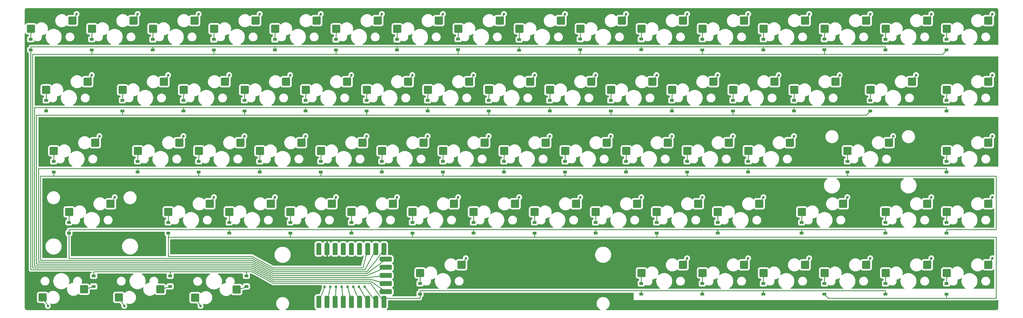
<source format=gbl>
%TF.GenerationSoftware,KiCad,Pcbnew,(6.0.11-0)*%
%TF.CreationDate,2023-07-19T11:20:52+01:00*%
%TF.ProjectId,keybird,6b657962-6972-4642-9e6b-696361645f70,0.3*%
%TF.SameCoordinates,Original*%
%TF.FileFunction,Copper,L2,Bot*%
%TF.FilePolarity,Positive*%
%FSLAX46Y46*%
G04 Gerber Fmt 4.6, Leading zero omitted, Abs format (unit mm)*
G04 Created by KiCad (PCBNEW (6.0.11-0)) date 2023-07-19 11:20:52*
%MOMM*%
%LPD*%
G01*
G04 APERTURE LIST*
G04 Aperture macros list*
%AMRoundRect*
0 Rectangle with rounded corners*
0 $1 Rounding radius*
0 $2 $3 $4 $5 $6 $7 $8 $9 X,Y pos of 4 corners*
0 Add a 4 corners polygon primitive as box body*
4,1,4,$2,$3,$4,$5,$6,$7,$8,$9,$2,$3,0*
0 Add four circle primitives for the rounded corners*
1,1,$1+$1,$2,$3*
1,1,$1+$1,$4,$5*
1,1,$1+$1,$6,$7*
1,1,$1+$1,$8,$9*
0 Add four rect primitives between the rounded corners*
20,1,$1+$1,$2,$3,$4,$5,0*
20,1,$1+$1,$4,$5,$6,$7,0*
20,1,$1+$1,$6,$7,$8,$9,0*
20,1,$1+$1,$8,$9,$2,$3,0*%
G04 Aperture macros list end*
%TA.AperFunction,SMDPad,CuDef*%
%ADD10RoundRect,0.250000X-1.025000X-1.000000X1.025000X-1.000000X1.025000X1.000000X-1.025000X1.000000X0*%
%TD*%
%TA.AperFunction,SMDPad,CuDef*%
%ADD11RoundRect,0.250000X1.025000X1.000000X-1.025000X1.000000X-1.025000X-1.000000X1.025000X-1.000000X0*%
%TD*%
%TA.AperFunction,SMDPad,CuDef*%
%ADD12R,1.200000X0.900000*%
%TD*%
%TA.AperFunction,SMDPad,CuDef*%
%ADD13RoundRect,0.396875X0.396875X-1.508125X0.396875X1.508125X-0.396875X1.508125X-0.396875X-1.508125X0*%
%TD*%
%TA.AperFunction,SMDPad,CuDef*%
%ADD14RoundRect,0.396875X-1.508125X-0.396875X1.508125X-0.396875X1.508125X0.396875X-1.508125X0.396875X0*%
%TD*%
%TA.AperFunction,ViaPad*%
%ADD15C,0.800000*%
%TD*%
%TA.AperFunction,Conductor*%
%ADD16C,0.250000*%
%TD*%
G04 APERTURE END LIST*
D10*
%TO.P,SW67,1,1*%
%TO.N,Net-(D67-Pad1)*%
X283427500Y-78422500D03*
%TO.P,SW67,2,2*%
%TO.N,/COL7*%
X296354500Y-75882500D03*
%TD*%
%TO.P,SW30,1,1*%
%TO.N,Net-(D30-Pad1)*%
X45302500Y-40322500D03*
%TO.P,SW30,2,2*%
%TO.N,/COL0*%
X58229500Y-37782500D03*
%TD*%
%TO.P,SW17,1,1*%
%TO.N,Net-(D17-Pad1)*%
X302477500Y-21272500D03*
%TO.P,SW17,2,2*%
%TO.N,/COL7*%
X315404500Y-18732500D03*
%TD*%
%TO.P,SW53,1,1*%
%TO.N,Net-(D53-Pad1)*%
X145315000Y-59372500D03*
%TO.P,SW53,2,2*%
%TO.N,/COL3*%
X158242000Y-56832500D03*
%TD*%
%TO.P,SW12,1,1*%
%TO.N,Net-(D12-Pad1)*%
X111977500Y-21272500D03*
%TO.P,SW12,2,2*%
%TO.N,/COL2*%
X124904500Y-18732500D03*
%TD*%
%TO.P,SW11,1,1*%
%TO.N,Net-(D11-Pad1)*%
X73877500Y-21272500D03*
%TO.P,SW11,2,2*%
%TO.N,/COL1*%
X86804500Y-18732500D03*
%TD*%
%TO.P,SW25,1,1*%
%TO.N,Net-(D25-Pad1)*%
X216752500Y-40322500D03*
%TO.P,SW25,2,2*%
%TO.N,/COL5*%
X229679500Y-37782500D03*
%TD*%
%TO.P,SW84,1,1*%
%TO.N,Net-(D84-Pad1)*%
X207227500Y-97472500D03*
%TO.P,SW84,2,2*%
%TO.N,/COL4*%
X220154500Y-94932500D03*
%TD*%
%TO.P,SW01,1,1*%
%TO.N,Net-(D01-Pad1)*%
X54827500Y-21272500D03*
%TO.P,SW01,2,2*%
%TO.N,/COL1*%
X67754500Y-18732500D03*
%TD*%
%TO.P,SW07,1,1*%
%TO.N,Net-(D07-Pad1)*%
X283427500Y-21272500D03*
%TO.P,SW07,2,2*%
%TO.N,/COL7*%
X296354500Y-18732500D03*
%TD*%
%TO.P,SW10,1,1*%
%TO.N,Net-(D10-Pad1)*%
X35777500Y-21272500D03*
%TO.P,SW10,2,2*%
%TO.N,/COL0*%
X48704500Y-18732500D03*
%TD*%
%TO.P,SW06,1,1*%
%TO.N,Net-(D06-Pad1)*%
X245327500Y-21272500D03*
%TO.P,SW06,2,2*%
%TO.N,/COL6*%
X258254500Y-18732500D03*
%TD*%
%TO.P,SW20,1,1*%
%TO.N,Net-(D20-Pad1)*%
X21490000Y-40322500D03*
%TO.P,SW20,2,2*%
%TO.N,/COL0*%
X34417000Y-37782500D03*
%TD*%
%TO.P,SW83,1,1*%
%TO.N,Net-(D83-Pad1)*%
X138171250Y-97472500D03*
%TO.P,SW83,2,2*%
%TO.N,/COL3*%
X151098250Y-94932500D03*
%TD*%
%TO.P,SW56,1,1*%
%TO.N,Net-(D56-Pad1)*%
X271521250Y-59372500D03*
%TO.P,SW56,2,2*%
%TO.N,/COL6*%
X284448250Y-56832500D03*
%TD*%
%TO.P,SW31,1,1*%
%TO.N,Net-(D31-Pad1)*%
X83402500Y-40322500D03*
%TO.P,SW31,2,2*%
%TO.N,/COL1*%
X96329500Y-37782500D03*
%TD*%
%TO.P,SW00,1,1*%
%TO.N,Net-(D00-Pad1)*%
X16727500Y-21272500D03*
%TO.P,SW00,2,2*%
%TO.N,/COL0*%
X29654500Y-18732500D03*
%TD*%
%TO.P,SW34,1,1*%
%TO.N,Net-(D34-Pad1)*%
X197702500Y-40322500D03*
%TO.P,SW34,2,2*%
%TO.N,/COL4*%
X210629500Y-37782500D03*
%TD*%
%TO.P,SW05,1,1*%
%TO.N,Net-(D05-Pad1)*%
X207227500Y-21272500D03*
%TO.P,SW05,2,2*%
%TO.N,/COL5*%
X220154500Y-18732500D03*
%TD*%
%TO.P,SW27,1,1*%
%TO.N,Net-(D27-Pad1)*%
X302477500Y-40322500D03*
%TO.P,SW27,2,2*%
%TO.N,/COL7*%
X315404500Y-37782500D03*
%TD*%
%TO.P,SW61,1,1*%
%TO.N,Net-(D61-Pad1)*%
X78640000Y-78422500D03*
%TO.P,SW61,2,2*%
%TO.N,/COL1*%
X91567000Y-75882500D03*
%TD*%
%TO.P,SW76,1,1*%
%TO.N,Net-(D76-Pad1)*%
X264377728Y-97472584D03*
%TO.P,SW76,2,2*%
%TO.N,/COL6*%
X277304728Y-94932584D03*
%TD*%
%TO.P,SW50,1,1*%
%TO.N,Net-(D50-Pad1)*%
X23871250Y-59372500D03*
%TO.P,SW50,2,2*%
%TO.N,/COL0*%
X36798250Y-56832500D03*
%TD*%
%TO.P,SW44,1,1*%
%TO.N,Net-(D44-Pad1)*%
X202465000Y-59372500D03*
%TO.P,SW44,2,2*%
%TO.N,/COL4*%
X215392000Y-56832500D03*
%TD*%
%TO.P,SW86,1,1*%
%TO.N,Net-(D86-Pad1)*%
X245327500Y-97472500D03*
%TO.P,SW86,2,2*%
%TO.N,/COL6*%
X258254500Y-94932500D03*
%TD*%
%TO.P,SW40,1,1*%
%TO.N,Net-(D40-Pad1)*%
X50065000Y-59372500D03*
%TO.P,SW40,2,2*%
%TO.N,/COL0*%
X62992000Y-56832500D03*
%TD*%
%TO.P,SW60,1,1*%
%TO.N,Net-(D60-Pad1)*%
X28633750Y-78422500D03*
%TO.P,SW60,2,2*%
%TO.N,/COL0*%
X41560750Y-75882500D03*
%TD*%
%TO.P,SW03,1,1*%
%TO.N,Net-(D03-Pad1)*%
X131027500Y-21272500D03*
%TO.P,SW03,2,2*%
%TO.N,/COL3*%
X143954500Y-18732500D03*
%TD*%
%TO.P,SW33,1,1*%
%TO.N,Net-(D33-Pad1)*%
X159602500Y-40322500D03*
%TO.P,SW33,2,2*%
%TO.N,/COL3*%
X172529500Y-37782500D03*
%TD*%
%TO.P,SW42,1,1*%
%TO.N,Net-(D42-Pad1)*%
X126265000Y-59372500D03*
%TO.P,SW42,2,2*%
%TO.N,/COL2*%
X139192000Y-56832500D03*
%TD*%
%TO.P,SW21,1,1*%
%TO.N,Net-(D21-Pad1)*%
X64352500Y-40322500D03*
%TO.P,SW21,2,2*%
%TO.N,/COL1*%
X77279500Y-37782500D03*
%TD*%
%TO.P,SW23,1,1*%
%TO.N,Net-(D23-Pad1)*%
X140552500Y-40322500D03*
%TO.P,SW23,2,2*%
%TO.N,/COL3*%
X153479500Y-37782500D03*
%TD*%
%TO.P,SW36,1,1*%
%TO.N,Net-(D36-Pad1)*%
X278665000Y-40322500D03*
%TO.P,SW36,2,2*%
%TO.N,/COL6*%
X291592000Y-37782500D03*
%TD*%
%TO.P,SW43,1,1*%
%TO.N,Net-(D43-Pad1)*%
X164365000Y-59372500D03*
%TO.P,SW43,2,2*%
%TO.N,/COL3*%
X177292000Y-56832500D03*
%TD*%
%TO.P,SW35,1,1*%
%TO.N,Net-(D35-Pad1)*%
X235802500Y-40322500D03*
%TO.P,SW35,2,2*%
%TO.N,/COL5*%
X248729500Y-37782500D03*
%TD*%
%TO.P,SW41,1,1*%
%TO.N,Net-(D41-Pad1)*%
X88165000Y-59372500D03*
%TO.P,SW41,2,2*%
%TO.N,/COL1*%
X101092000Y-56832500D03*
%TD*%
%TO.P,SW63,1,1*%
%TO.N,Net-(D63-Pad1)*%
X154840000Y-78422500D03*
%TO.P,SW63,2,2*%
%TO.N,/COL3*%
X167767000Y-75882500D03*
%TD*%
%TO.P,SW65,1,1*%
%TO.N,Net-(D65-Pad1)*%
X231040000Y-78422500D03*
%TO.P,SW65,2,2*%
%TO.N,/COL5*%
X243967000Y-75882500D03*
%TD*%
%TO.P,SW47,1,1*%
%TO.N,Net-(D47-Pad1)*%
X302477500Y-59372500D03*
%TO.P,SW47,2,2*%
%TO.N,/COL7*%
X315404500Y-56832500D03*
%TD*%
%TO.P,SW54,1,1*%
%TO.N,Net-(D54-Pad1)*%
X183415000Y-59372500D03*
%TO.P,SW54,2,2*%
%TO.N,/COL4*%
X196342000Y-56832500D03*
%TD*%
%TO.P,SW52,1,1*%
%TO.N,Net-(D52-Pad1)*%
X107215000Y-59372500D03*
%TO.P,SW52,2,2*%
%TO.N,/COL2*%
X120142000Y-56832500D03*
%TD*%
%TO.P,SW26,1,1*%
%TO.N,Net-(D26-Pad1)*%
X254852500Y-40322500D03*
%TO.P,SW26,2,2*%
%TO.N,/COL6*%
X267779500Y-37782500D03*
%TD*%
%TO.P,SW22,1,1*%
%TO.N,Net-(D22-Pad1)*%
X102452500Y-40322500D03*
%TO.P,SW22,2,2*%
%TO.N,/COL2*%
X115379500Y-37782500D03*
%TD*%
%TO.P,SW55,1,1*%
%TO.N,Net-(D55-Pad1)*%
X221515000Y-59372500D03*
%TO.P,SW55,2,2*%
%TO.N,/COL5*%
X234442000Y-56832500D03*
%TD*%
D11*
%TO.P,SW81,1,1*%
%TO.N,Net-(D81-Pad1)*%
X57091272Y-102552500D03*
%TO.P,SW81,2,2*%
%TO.N,/COL1*%
X44164272Y-105092500D03*
%TD*%
D10*
%TO.P,SW04,1,1*%
%TO.N,Net-(D04-Pad1)*%
X169127500Y-21272500D03*
%TO.P,SW04,2,2*%
%TO.N,/COL4*%
X182054500Y-18732500D03*
%TD*%
%TO.P,SW14,1,1*%
%TO.N,Net-(D14-Pad1)*%
X188177500Y-21272500D03*
%TO.P,SW14,2,2*%
%TO.N,/COL4*%
X201104500Y-18732500D03*
%TD*%
%TO.P,SW87,1,1*%
%TO.N,Net-(D87-Pad1)*%
X283427500Y-97472500D03*
%TO.P,SW87,2,2*%
%TO.N,/COL7*%
X296354500Y-94932500D03*
%TD*%
%TO.P,SW71,1,1*%
%TO.N,Net-(D71-Pad1)*%
X97690088Y-78422568D03*
%TO.P,SW71,2,2*%
%TO.N,/COL1*%
X110617088Y-75882568D03*
%TD*%
%TO.P,SW51,1,1*%
%TO.N,Net-(D51-Pad1)*%
X69115000Y-59372500D03*
%TO.P,SW51,2,2*%
%TO.N,/COL1*%
X82042000Y-56832500D03*
%TD*%
%TO.P,SW72,1,1*%
%TO.N,Net-(D72-Pad1)*%
X135790120Y-78422568D03*
%TO.P,SW72,2,2*%
%TO.N,/COL2*%
X148717120Y-75882568D03*
%TD*%
%TO.P,SW70,1,1*%
%TO.N,Net-(D70-Pad1)*%
X59590056Y-78422568D03*
%TO.P,SW70,2,2*%
%TO.N,/COL0*%
X72517056Y-75882568D03*
%TD*%
%TO.P,SW74,1,1*%
%TO.N,Net-(D74-Pad1)*%
X211990184Y-78422568D03*
%TO.P,SW74,2,2*%
%TO.N,/COL4*%
X224917184Y-75882568D03*
%TD*%
%TO.P,SW45,1,1*%
%TO.N,Net-(D45-Pad1)*%
X240565000Y-59372500D03*
%TO.P,SW45,2,2*%
%TO.N,/COL5*%
X253492000Y-56832500D03*
%TD*%
%TO.P,SW66,1,1*%
%TO.N,Net-(D66-Pad1)*%
X257233750Y-78422500D03*
%TO.P,SW66,2,2*%
%TO.N,/COL6*%
X270160750Y-75882500D03*
%TD*%
D11*
%TO.P,SW82,1,1*%
%TO.N,Net-(D82-Pad1)*%
X80903812Y-102618202D03*
%TO.P,SW82,2,2*%
%TO.N,/COL2*%
X67976812Y-105158202D03*
%TD*%
D10*
%TO.P,SW57,1,1*%
%TO.N,Net-(D57-Pad1)*%
X302477500Y-78422500D03*
%TO.P,SW57,2,2*%
%TO.N,/COL7*%
X315404500Y-75882500D03*
%TD*%
%TO.P,SW85,1,1*%
%TO.N,Net-(D85-Pad1)*%
X226277500Y-97472500D03*
%TO.P,SW85,2,2*%
%TO.N,/COL5*%
X239204500Y-94932500D03*
%TD*%
%TO.P,SW32,1,1*%
%TO.N,Net-(D32-Pad1)*%
X121502500Y-40322500D03*
%TO.P,SW32,2,2*%
%TO.N,/COL2*%
X134429500Y-37782500D03*
%TD*%
%TO.P,SW15,1,1*%
%TO.N,Net-(D15-Pad1)*%
X226277500Y-21272500D03*
%TO.P,SW15,2,2*%
%TO.N,/COL5*%
X239204500Y-18732500D03*
%TD*%
%TO.P,SW02,1,1*%
%TO.N,Net-(D02-Pad1)*%
X92927500Y-21272500D03*
%TO.P,SW02,2,2*%
%TO.N,/COL2*%
X105854500Y-18732500D03*
%TD*%
%TO.P,SW77,1,1*%
%TO.N,Net-(D77-Pad1)*%
X302477500Y-97472500D03*
%TO.P,SW77,2,2*%
%TO.N,/COL7*%
X315404500Y-94932500D03*
%TD*%
%TO.P,SW13,1,1*%
%TO.N,Net-(D13-Pad1)*%
X150077500Y-21272500D03*
%TO.P,SW13,2,2*%
%TO.N,/COL3*%
X163004500Y-18732500D03*
%TD*%
%TO.P,SW73,1,1*%
%TO.N,Net-(D73-Pad1)*%
X173890152Y-78422568D03*
%TO.P,SW73,2,2*%
%TO.N,/COL3*%
X186817152Y-75882568D03*
%TD*%
%TO.P,SW24,1,1*%
%TO.N,Net-(D24-Pad1)*%
X178652500Y-40322500D03*
%TO.P,SW24,2,2*%
%TO.N,/COL4*%
X191579500Y-37782500D03*
%TD*%
%TO.P,SW62,1,1*%
%TO.N,Net-(D62-Pad1)*%
X116740000Y-78422500D03*
%TO.P,SW62,2,2*%
%TO.N,/COL2*%
X129667000Y-75882500D03*
%TD*%
%TO.P,SW16,1,1*%
%TO.N,Net-(D16-Pad1)*%
X264377500Y-21272500D03*
%TO.P,SW16,2,2*%
%TO.N,/COL6*%
X277304500Y-18732500D03*
%TD*%
%TO.P,SW64,1,1*%
%TO.N,Net-(D64-Pad1)*%
X192940000Y-78422500D03*
%TO.P,SW64,2,2*%
%TO.N,/COL4*%
X205867000Y-75882500D03*
%TD*%
D11*
%TO.P,SW80,1,1*%
%TO.N,Net-(D80-Pad1)*%
X33278772Y-102552500D03*
%TO.P,SW80,2,2*%
%TO.N,/COL0*%
X20351772Y-105092500D03*
%TD*%
D12*
%TO.P,D32,1,K*%
%TO.N,Net-(D32-Pad1)*%
X121443788Y-43593788D03*
%TO.P,D32,2,A*%
%TO.N,/ROW3*%
X121443788Y-46893788D03*
%TD*%
%TO.P,D80,1,K*%
%TO.N,Net-(D80-Pad1)*%
X36314135Y-101662584D03*
%TO.P,D80,2,A*%
%TO.N,/ROW8*%
X36314135Y-98362584D03*
%TD*%
%TO.P,D36,1,K*%
%TO.N,Net-(D36-Pad1)*%
X278606288Y-43593788D03*
%TO.P,D36,2,A*%
%TO.N,/ROW3*%
X278606288Y-46893788D03*
%TD*%
%TO.P,D10,1,K*%
%TO.N,Net-(D10-Pad1)*%
X35718780Y-24543772D03*
%TO.P,D10,2,A*%
%TO.N,/ROW1*%
X35718780Y-27843772D03*
%TD*%
%TO.P,D54,1,K*%
%TO.N,Net-(D54-Pad1)*%
X183356404Y-62643804D03*
%TO.P,D54,2,A*%
%TO.N,/ROW5*%
X183356404Y-65943804D03*
%TD*%
%TO.P,D64,1,K*%
%TO.N,Net-(D64-Pad1)*%
X192881412Y-81693820D03*
%TO.P,D64,2,A*%
%TO.N,/ROW6*%
X192881412Y-84993820D03*
%TD*%
%TO.P,D22,1,K*%
%TO.N,Net-(D22-Pad1)*%
X102393788Y-43593788D03*
%TO.P,D22,2,A*%
%TO.N,/ROW2*%
X102393788Y-46893788D03*
%TD*%
%TO.P,D71,1,K*%
%TO.N,Net-(D71-Pad1)*%
X97631332Y-81693820D03*
%TO.P,D71,2,A*%
%TO.N,/ROW7*%
X97631332Y-84993820D03*
%TD*%
%TO.P,D16,1,K*%
%TO.N,Net-(D16-Pad1)*%
X264318972Y-24498459D03*
%TO.P,D16,2,A*%
%TO.N,/ROW1*%
X264318972Y-27798459D03*
%TD*%
%TO.P,D11,1,K*%
%TO.N,Net-(D11-Pad1)*%
X73818796Y-24593772D03*
%TO.P,D11,2,A*%
%TO.N,/ROW1*%
X73818796Y-27893772D03*
%TD*%
%TO.P,D27,1,K*%
%TO.N,Net-(D27-Pad1)*%
X302418788Y-43593788D03*
%TO.P,D27,2,A*%
%TO.N,/ROW2*%
X302418788Y-46893788D03*
%TD*%
%TO.P,D26,1,K*%
%TO.N,Net-(D26-Pad1)*%
X254793788Y-43593788D03*
%TO.P,D26,2,A*%
%TO.N,/ROW2*%
X254793788Y-46893788D03*
%TD*%
%TO.P,D34,1,K*%
%TO.N,Net-(D34-Pad1)*%
X197643788Y-43593788D03*
%TO.P,D34,2,A*%
%TO.N,/ROW3*%
X197643788Y-46893788D03*
%TD*%
%TO.P,D84,1,K*%
%TO.N,Net-(D84-Pad1)*%
X207168924Y-100743836D03*
%TO.P,D84,2,A*%
%TO.N,/ROW8*%
X207168924Y-104043836D03*
%TD*%
%TO.P,D76,1,K*%
%TO.N,Net-(D76-Pad1)*%
X264318972Y-100743836D03*
%TO.P,D76,2,A*%
%TO.N,/ROW7*%
X264318972Y-104043836D03*
%TD*%
%TO.P,D65,1,K*%
%TO.N,Net-(D65-Pad1)*%
X230981444Y-81693820D03*
%TO.P,D65,2,A*%
%TO.N,/ROW6*%
X230981444Y-84993820D03*
%TD*%
%TO.P,D70,1,K*%
%TO.N,Net-(D70-Pad1)*%
X59531300Y-81693820D03*
%TO.P,D70,2,A*%
%TO.N,/ROW7*%
X59531300Y-84993820D03*
%TD*%
%TO.P,D15,1,K*%
%TO.N,Net-(D15-Pad1)*%
X226218796Y-24540598D03*
%TO.P,D15,2,A*%
%TO.N,/ROW1*%
X226218796Y-27840598D03*
%TD*%
%TO.P,D13,1,K*%
%TO.N,Net-(D13-Pad1)*%
X150018876Y-24491452D03*
%TO.P,D13,2,A*%
%TO.N,/ROW1*%
X150018876Y-27791452D03*
%TD*%
%TO.P,D01,1,K*%
%TO.N,Net-(D01-Pad1)*%
X54768796Y-24593772D03*
%TO.P,D01,2,A*%
%TO.N,/ROW0*%
X54768796Y-27893772D03*
%TD*%
%TO.P,D42,1,K*%
%TO.N,Net-(D42-Pad1)*%
X126206356Y-62643804D03*
%TO.P,D42,2,A*%
%TO.N,/ROW4*%
X126206356Y-65943804D03*
%TD*%
%TO.P,D24,1,K*%
%TO.N,Net-(D24-Pad1)*%
X178593788Y-43593788D03*
%TO.P,D24,2,A*%
%TO.N,/ROW2*%
X178593788Y-46893788D03*
%TD*%
%TO.P,D07,1,K*%
%TO.N,Net-(D07-Pad1)*%
X283368796Y-24540598D03*
%TO.P,D07,2,A*%
%TO.N,/ROW0*%
X283368796Y-27840598D03*
%TD*%
%TO.P,D45,1,K*%
%TO.N,Net-(D45-Pad1)*%
X240506452Y-62643804D03*
%TO.P,D45,2,A*%
%TO.N,/ROW4*%
X240506452Y-65943804D03*
%TD*%
%TO.P,D57,1,K*%
%TO.N,Net-(D57-Pad1)*%
X302419004Y-81693820D03*
%TO.P,D57,2,A*%
%TO.N,/ROW5*%
X302419004Y-84993820D03*
%TD*%
%TO.P,D20,1,K*%
%TO.N,Net-(D20-Pad1)*%
X21431268Y-43593788D03*
%TO.P,D20,2,A*%
%TO.N,/ROW2*%
X21431268Y-46893788D03*
%TD*%
%TO.P,D44,1,K*%
%TO.N,Net-(D44-Pad1)*%
X202406420Y-62643804D03*
%TO.P,D44,2,A*%
%TO.N,/ROW4*%
X202406420Y-65943804D03*
%TD*%
%TO.P,D74,1,K*%
%TO.N,Net-(D74-Pad1)*%
X211931428Y-81693820D03*
%TO.P,D74,2,A*%
%TO.N,/ROW7*%
X211931428Y-84993820D03*
%TD*%
%TO.P,D56,1,K*%
%TO.N,Net-(D56-Pad1)*%
X271462728Y-62643804D03*
%TO.P,D56,2,A*%
%TO.N,/ROW5*%
X271462728Y-65943804D03*
%TD*%
%TO.P,D61,1,K*%
%TO.N,Net-(D61-Pad1)*%
X78581316Y-81693820D03*
%TO.P,D61,2,A*%
%TO.N,/ROW6*%
X78581316Y-84993820D03*
%TD*%
%TO.P,D14,1,K*%
%TO.N,Net-(D14-Pad1)*%
X188118796Y-24495309D03*
%TO.P,D14,2,A*%
%TO.N,/ROW1*%
X188118796Y-27795309D03*
%TD*%
%TO.P,D21,1,K*%
%TO.N,Net-(D21-Pad1)*%
X64293788Y-43593788D03*
%TO.P,D21,2,A*%
%TO.N,/ROW2*%
X64293788Y-46893788D03*
%TD*%
%TO.P,D00,1,K*%
%TO.N,Net-(D00-Pad1)*%
X16668764Y-24543772D03*
%TO.P,D00,2,A*%
%TO.N,/ROW0*%
X16668764Y-27843772D03*
%TD*%
%TO.P,D23,1,K*%
%TO.N,Net-(D23-Pad1)*%
X140493788Y-43593788D03*
%TO.P,D23,2,A*%
%TO.N,/ROW2*%
X140493788Y-46893788D03*
%TD*%
%TO.P,D77,1,K*%
%TO.N,Net-(D77-Pad1)*%
X302419004Y-100743836D03*
%TO.P,D77,2,A*%
%TO.N,/ROW7*%
X302419004Y-104043836D03*
%TD*%
%TO.P,D62,1,K*%
%TO.N,Net-(D62-Pad1)*%
X116681348Y-81693820D03*
%TO.P,D62,2,A*%
%TO.N,/ROW6*%
X116681348Y-84993820D03*
%TD*%
%TO.P,D47,1,K*%
%TO.N,Net-(D47-Pad1)*%
X302419004Y-62643804D03*
%TO.P,D47,2,A*%
%TO.N,/ROW4*%
X302419004Y-65943804D03*
%TD*%
%TO.P,D06,1,K*%
%TO.N,Net-(D06-Pad1)*%
X245268956Y-24543772D03*
%TO.P,D06,2,A*%
%TO.N,/ROW0*%
X245268956Y-27843772D03*
%TD*%
%TO.P,D35,1,K*%
%TO.N,Net-(D35-Pad1)*%
X235743788Y-43593788D03*
%TO.P,D35,2,A*%
%TO.N,/ROW3*%
X235743788Y-46893788D03*
%TD*%
%TO.P,D31,1,K*%
%TO.N,Net-(D31-Pad1)*%
X83343788Y-43593788D03*
%TO.P,D31,2,A*%
%TO.N,/ROW3*%
X83343788Y-46893788D03*
%TD*%
%TO.P,D82,1,K*%
%TO.N,Net-(D82-Pad1)*%
X83939133Y-101662584D03*
%TO.P,D82,2,A*%
%TO.N,/ROW8*%
X83939133Y-98362584D03*
%TD*%
D13*
%TO.P,U1,0,GP0*%
%TO.N,/COL0*%
X106521348Y-106505000D03*
%TO.P,U1,1,GP1*%
%TO.N,/COL1*%
X109061348Y-106505000D03*
%TO.P,U1,2,GP2*%
%TO.N,/COL2*%
X111601348Y-106505000D03*
%TO.P,U1,3,GP3*%
%TO.N,/COL3*%
X114141348Y-106505000D03*
%TO.P,U1,4,GP4*%
%TO.N,/COL7*%
X116681348Y-106505000D03*
%TO.P,U1,5,GP5*%
%TO.N,/COL6*%
X119221348Y-106505000D03*
%TO.P,U1,6,GP6*%
%TO.N,/COL5*%
X121761348Y-106505000D03*
%TO.P,U1,7,GP7*%
%TO.N,/COL4*%
X124301348Y-106505000D03*
%TO.P,U1,8,GP8*%
%TO.N,/ROW8*%
X126841348Y-106505000D03*
D14*
%TO.P,U1,9,GP9*%
%TO.N,/ROW0*%
X127476348Y-103330000D03*
%TO.P,U1,10,GP10*%
%TO.N,/ROW1*%
X127476348Y-100790000D03*
%TO.P,U1,11,GP11*%
%TO.N,/ROW2*%
X127476348Y-98250000D03*
%TO.P,U1,12,GP12*%
%TO.N,/ROW3*%
X127476348Y-95710000D03*
%TO.P,U1,13,GP13*%
%TO.N,/ROW4*%
X127476348Y-93170000D03*
D13*
%TO.P,U1,14,GP14*%
%TO.N,/ROW5*%
X126841348Y-89995000D03*
%TO.P,U1,15,GP15*%
%TO.N,/ROW6*%
X124301348Y-89995000D03*
%TO.P,U1,16,GP26*%
%TO.N,/ROW7*%
X121761348Y-89995000D03*
%TO.P,U1,17,GP27*%
%TO.N,unconnected-(U1-Pad17)*%
X119221348Y-89995000D03*
%TO.P,U1,18,GP28*%
%TO.N,unconnected-(U1-Pad18)*%
X116681348Y-89995000D03*
%TO.P,U1,19,GP29*%
%TO.N,unconnected-(U1-Pad19)*%
X114141348Y-89995000D03*
%TO.P,U1,20,3V3*%
%TO.N,unconnected-(U1-Pad20)*%
X111601348Y-89995000D03*
%TO.P,U1,21,GND*%
%TO.N,GND*%
X109061348Y-89995000D03*
%TO.P,U1,22,5V*%
%TO.N,unconnected-(U1-Pad22)*%
X106521348Y-89995000D03*
%TD*%
D12*
%TO.P,D04,1,K*%
%TO.N,Net-(D04-Pad1)*%
X169068892Y-24635228D03*
%TO.P,D04,2,A*%
%TO.N,/ROW0*%
X169068892Y-27935228D03*
%TD*%
%TO.P,D87,1,K*%
%TO.N,Net-(D87-Pad1)*%
X283368988Y-100743836D03*
%TO.P,D87,2,A*%
%TO.N,/ROW8*%
X283368988Y-104043836D03*
%TD*%
%TO.P,D30,1,K*%
%TO.N,Net-(D30-Pad1)*%
X45243788Y-43593788D03*
%TO.P,D30,2,A*%
%TO.N,/ROW3*%
X45243788Y-46893788D03*
%TD*%
%TO.P,D40,1,K*%
%TO.N,Net-(D40-Pad1)*%
X50006292Y-62643804D03*
%TO.P,D40,2,A*%
%TO.N,/ROW4*%
X50006292Y-65943804D03*
%TD*%
%TO.P,D43,1,K*%
%TO.N,Net-(D43-Pad1)*%
X164306388Y-62643804D03*
%TO.P,D43,2,A*%
%TO.N,/ROW4*%
X164306388Y-65943804D03*
%TD*%
%TO.P,D12,1,K*%
%TO.N,Net-(D12-Pad1)*%
X111918796Y-24593772D03*
%TO.P,D12,2,A*%
%TO.N,/ROW1*%
X111918796Y-27893772D03*
%TD*%
%TO.P,D41,1,K*%
%TO.N,Net-(D41-Pad1)*%
X88106324Y-62643804D03*
%TO.P,D41,2,A*%
%TO.N,/ROW4*%
X88106324Y-65943804D03*
%TD*%
%TO.P,D17,1,K*%
%TO.N,Net-(D17-Pad1)*%
X302419056Y-24540598D03*
%TO.P,D17,2,A*%
%TO.N,/ROW1*%
X302419056Y-27840598D03*
%TD*%
%TO.P,D33,1,K*%
%TO.N,Net-(D33-Pad1)*%
X159543788Y-43593788D03*
%TO.P,D33,2,A*%
%TO.N,/ROW3*%
X159543788Y-46893788D03*
%TD*%
%TO.P,D25,1,K*%
%TO.N,Net-(D25-Pad1)*%
X216693788Y-43593788D03*
%TO.P,D25,2,A*%
%TO.N,/ROW2*%
X216693788Y-46893788D03*
%TD*%
%TO.P,D63,1,K*%
%TO.N,Net-(D63-Pad1)*%
X154781380Y-81693820D03*
%TO.P,D63,2,A*%
%TO.N,/ROW6*%
X154781380Y-84993820D03*
%TD*%
%TO.P,D60,1,K*%
%TO.N,Net-(D60-Pad1)*%
X28575024Y-81693820D03*
%TO.P,D60,2,A*%
%TO.N,/ROW6*%
X28575024Y-84993820D03*
%TD*%
%TO.P,D02,1,K*%
%TO.N,Net-(D02-Pad1)*%
X92868796Y-24593772D03*
%TO.P,D02,2,A*%
%TO.N,/ROW0*%
X92868796Y-27893772D03*
%TD*%
%TO.P,D67,1,K*%
%TO.N,Net-(D67-Pad1)*%
X283368988Y-81693820D03*
%TO.P,D67,2,A*%
%TO.N,/ROW6*%
X283368988Y-84993820D03*
%TD*%
%TO.P,D03,1,K*%
%TO.N,Net-(D03-Pad1)*%
X130968912Y-24593772D03*
%TO.P,D03,2,A*%
%TO.N,/ROW0*%
X130968912Y-27893772D03*
%TD*%
%TO.P,D50,1,K*%
%TO.N,Net-(D50-Pad1)*%
X23812520Y-62643804D03*
%TO.P,D50,2,A*%
%TO.N,/ROW5*%
X23812520Y-65943804D03*
%TD*%
%TO.P,D51,1,K*%
%TO.N,Net-(D51-Pad1)*%
X69056308Y-62643804D03*
%TO.P,D51,2,A*%
%TO.N,/ROW5*%
X69056308Y-65943804D03*
%TD*%
%TO.P,D52,1,K*%
%TO.N,Net-(D52-Pad1)*%
X107156340Y-62643804D03*
%TO.P,D52,2,A*%
%TO.N,/ROW5*%
X107156340Y-65943804D03*
%TD*%
%TO.P,D83,1,K*%
%TO.N,Net-(D83-Pad1)*%
X138112616Y-100743836D03*
%TO.P,D83,2,A*%
%TO.N,/ROW8*%
X138112616Y-104043836D03*
%TD*%
%TO.P,D73,1,K*%
%TO.N,Net-(D73-Pad1)*%
X173831396Y-81693820D03*
%TO.P,D73,2,A*%
%TO.N,/ROW7*%
X173831396Y-84993820D03*
%TD*%
%TO.P,D53,1,K*%
%TO.N,Net-(D53-Pad1)*%
X145256372Y-62643804D03*
%TO.P,D53,2,A*%
%TO.N,/ROW5*%
X145256372Y-65943804D03*
%TD*%
%TO.P,D72,1,K*%
%TO.N,Net-(D72-Pad1)*%
X135731364Y-81693820D03*
%TO.P,D72,2,A*%
%TO.N,/ROW7*%
X135731364Y-84993820D03*
%TD*%
%TO.P,D86,1,K*%
%TO.N,Net-(D86-Pad1)*%
X245268956Y-100743836D03*
%TO.P,D86,2,A*%
%TO.N,/ROW8*%
X245268956Y-104043836D03*
%TD*%
%TO.P,D66,1,K*%
%TO.N,Net-(D66-Pad1)*%
X257175216Y-81693820D03*
%TO.P,D66,2,A*%
%TO.N,/ROW6*%
X257175216Y-84993820D03*
%TD*%
%TO.P,D85,1,K*%
%TO.N,Net-(D85-Pad1)*%
X226218940Y-100743836D03*
%TO.P,D85,2,A*%
%TO.N,/ROW8*%
X226218940Y-104043836D03*
%TD*%
%TO.P,D55,1,K*%
%TO.N,Net-(D55-Pad1)*%
X221456436Y-62643804D03*
%TO.P,D55,2,A*%
%TO.N,/ROW5*%
X221456436Y-65943804D03*
%TD*%
%TO.P,D81,1,K*%
%TO.N,Net-(D81-Pad1)*%
X60126655Y-101662584D03*
%TO.P,D81,2,A*%
%TO.N,/ROW8*%
X60126655Y-98362584D03*
%TD*%
%TO.P,D05,1,K*%
%TO.N,Net-(D05-Pad1)*%
X207168796Y-24495309D03*
%TO.P,D05,2,A*%
%TO.N,/ROW0*%
X207168796Y-27795309D03*
%TD*%
D15*
%TO.N,/COL0*%
X64293804Y-54768796D03*
X73818812Y-73818812D03*
X30956276Y-16668764D03*
X38100032Y-54768796D03*
X50006292Y-16668764D03*
X35718780Y-35718780D03*
X42862536Y-73818812D03*
X22026581Y-107751653D03*
X59531300Y-35718780D03*
X108346966Y-101798523D03*
%TO.N,/COL1*%
X45839101Y-107751653D03*
X110132905Y-101798523D03*
X97631332Y-35718780D03*
X102393836Y-54768796D03*
X111918844Y-73818812D03*
X88106324Y-16668764D03*
X83343820Y-54768796D03*
X92868828Y-73818812D03*
X78581316Y-35718780D03*
X69056308Y-16668764D03*
%TO.N,/COL2*%
X135731364Y-35718780D03*
X126206356Y-16668764D03*
X121443852Y-54768796D03*
X116681348Y-35718780D03*
X130968860Y-73818812D03*
X150018876Y-73818812D03*
X107156340Y-16668764D03*
X111918844Y-101798523D03*
X140493868Y-54768796D03*
X69651621Y-107751653D03*
%TO.N,/COL3*%
X164306388Y-16668764D03*
X188118908Y-73818812D03*
X159543884Y-54768796D03*
X113704783Y-101798523D03*
X173831396Y-35718780D03*
X178593900Y-54768796D03*
X145256372Y-16668764D03*
X152400128Y-92868828D03*
X169068892Y-73818812D03*
X154781380Y-35718780D03*
%TO.N,/COL4*%
X120848539Y-101798523D03*
X211931428Y-35718780D03*
X207168924Y-73818812D03*
X221456436Y-92868828D03*
X216693932Y-54768796D03*
X197643916Y-54768796D03*
X202406420Y-16668764D03*
X192881412Y-35718780D03*
X183356404Y-16668764D03*
X226218940Y-73818812D03*
%TO.N,/COL5*%
X240506452Y-92868828D03*
X240506452Y-16668764D03*
X119062600Y-101798523D03*
X254793964Y-54768796D03*
X221456436Y-16668764D03*
X235743948Y-54768796D03*
X245268956Y-73818812D03*
X230981444Y-35718780D03*
X250031460Y-35718780D03*
%TO.N,/COL6*%
X285750240Y-54768796D03*
X259556468Y-16668764D03*
X278606484Y-92868828D03*
X117276661Y-101798523D03*
X269081476Y-35718780D03*
X278606484Y-16668764D03*
X271462728Y-73818812D03*
X259556468Y-92868828D03*
X292893996Y-35718780D03*
%TO.N,/COL7*%
X316706516Y-35718780D03*
X115490722Y-101798523D03*
X316706516Y-73818812D03*
X297656500Y-16668764D03*
X297656500Y-92868828D03*
X316706516Y-92868828D03*
X297656500Y-73818812D03*
X316706516Y-54768796D03*
X316706516Y-16668764D03*
%TO.N,GND*%
X108942279Y-92868828D03*
X35718720Y-16668764D03*
X302419004Y-16668764D03*
X35718780Y-88106324D03*
X23956250Y-54912500D03*
X19050016Y-107156340D03*
X302419004Y-35718780D03*
X302419004Y-54768796D03*
X207168924Y-107156340D03*
X302418496Y-107156160D03*
X28718750Y-73962500D03*
X21575000Y-35862500D03*
X302419004Y-73818812D03*
X152400128Y-107156340D03*
%TD*%
D16*
%TO.N,Net-(D00-Pad1)*%
X16668764Y-24543772D02*
X16727500Y-21272500D01*
%TO.N,/ROW0*%
X245268956Y-27843772D02*
X245269741Y-26880541D01*
X169069741Y-26880541D02*
X92869741Y-26880541D01*
X92868796Y-27893772D02*
X92869741Y-26880541D01*
X92869741Y-26880541D02*
X54769741Y-26880541D01*
X283368796Y-27840598D02*
X283368988Y-26880541D01*
X92273515Y-100012584D02*
X85725072Y-96440706D01*
X127476348Y-103330000D02*
X122634478Y-100012584D01*
X122634478Y-100012584D02*
X92273515Y-100012584D01*
X130968860Y-27936741D02*
X130968860Y-26873200D01*
X169068892Y-27935228D02*
X169069741Y-26880541D01*
X16668764Y-96440706D02*
X16668764Y-27843772D01*
X207168796Y-27795309D02*
X207169741Y-26880541D01*
X283368988Y-26880541D02*
X245269741Y-26880541D01*
X54769741Y-26880541D02*
X16668764Y-26880541D01*
X245269741Y-26880541D02*
X207169741Y-26880541D01*
X54768796Y-27893772D02*
X54769741Y-26880541D01*
X207169741Y-26880541D02*
X169069741Y-26880541D01*
X85725072Y-96440706D02*
X16668764Y-96440706D01*
X16668764Y-26880541D02*
X16668764Y-27843772D01*
%TO.N,Net-(D01-Pad1)*%
X54768796Y-24593772D02*
X54827500Y-21272500D01*
%TO.N,Net-(D02-Pad1)*%
X92927500Y-21272500D02*
X92868796Y-24593772D01*
%TO.N,Net-(D03-Pad1)*%
X130968912Y-24593772D02*
X131027500Y-21272500D01*
%TO.N,Net-(D04-Pad1)*%
X169127500Y-21272500D02*
X169068892Y-24635228D01*
%TO.N,Net-(D05-Pad1)*%
X207227500Y-21272500D02*
X207168796Y-24495309D01*
%TO.N,Net-(D06-Pad1)*%
X245327500Y-21272500D02*
X245268956Y-24543772D01*
%TO.N,Net-(D07-Pad1)*%
X283427500Y-21272500D02*
X283368796Y-24540598D01*
%TO.N,Net-(D10-Pad1)*%
X35718780Y-24543772D02*
X35777500Y-21272500D01*
%TO.N,/ROW1*%
X35718780Y-29261793D02*
X35718780Y-27843772D01*
X226218940Y-29261793D02*
X226218796Y-27840598D01*
X17264077Y-95845393D02*
X17264077Y-29260800D01*
X150018876Y-29261793D02*
X35718780Y-29261793D01*
X127476348Y-100790000D02*
X122634478Y-99417271D01*
X17264077Y-29261793D02*
X35718780Y-29261793D01*
X264318972Y-29261793D02*
X226218940Y-29261793D01*
X85725072Y-95845393D02*
X17264077Y-95845393D01*
X264318972Y-29261793D02*
X264318972Y-27798459D01*
X301228378Y-29261793D02*
X264318972Y-29261793D01*
X92273515Y-99417271D02*
X85725072Y-95845393D01*
X226218940Y-29261793D02*
X150018876Y-29261793D01*
X150018876Y-27791452D02*
X150018876Y-29261793D01*
X122634478Y-99417271D02*
X92273515Y-99417271D01*
X111918844Y-27886741D02*
X111918844Y-29213306D01*
X302419004Y-27936741D02*
X301228378Y-29261793D01*
X73818812Y-27886741D02*
X73818812Y-29213306D01*
X188118908Y-27886741D02*
X188118908Y-29213306D01*
%TO.N,Net-(D11-Pad1)*%
X73818796Y-24593772D02*
X73877500Y-21272500D01*
%TO.N,Net-(D12-Pad1)*%
X111977500Y-21272500D02*
X111918796Y-24593772D01*
%TO.N,Net-(D13-Pad1)*%
X150018876Y-24491452D02*
X150077500Y-21272500D01*
%TO.N,Net-(D14-Pad1)*%
X188118796Y-24495309D02*
X188177500Y-21272500D01*
%TO.N,Net-(D15-Pad1)*%
X226277500Y-21272500D02*
X226218796Y-24540598D01*
%TO.N,Net-(D16-Pad1)*%
X264377500Y-21272500D02*
X264318972Y-24498459D01*
%TO.N,Net-(D17-Pad1)*%
X302477500Y-21272500D02*
X302419056Y-24540598D01*
%TO.N,Net-(D20-Pad1)*%
X21490000Y-40322500D02*
X21431268Y-43593788D01*
%TO.N,/ROW2*%
X216693932Y-45839101D02*
X254793964Y-45839101D01*
X302419004Y-45839101D02*
X302418788Y-46893788D01*
X17859390Y-95250080D02*
X17859390Y-45839101D01*
X17859390Y-45839101D02*
X21431268Y-45839101D01*
X216693932Y-45839101D02*
X216693788Y-46893788D01*
X92273515Y-98821958D02*
X85725072Y-95250080D01*
X127476348Y-98250000D02*
X122039165Y-98821958D01*
X21431268Y-45839101D02*
X21431268Y-46893788D01*
X178593900Y-45839101D02*
X216693932Y-45839101D01*
X64293804Y-45839101D02*
X64293788Y-46893788D01*
X122039165Y-98821958D02*
X92273515Y-98821958D01*
X102393788Y-46893788D02*
X102393836Y-45839101D01*
X140493868Y-45839101D02*
X140493788Y-46893788D01*
X254793964Y-45839101D02*
X302419004Y-45839101D01*
X64293804Y-45839101D02*
X140493868Y-45839101D01*
X178593900Y-45839101D02*
X178593788Y-46893788D01*
X21431268Y-45839101D02*
X64293804Y-45839101D01*
X85725072Y-95250080D02*
X17859390Y-95250080D01*
X254793964Y-45839101D02*
X254793788Y-46893788D01*
X140493868Y-45839101D02*
X178593900Y-45839101D01*
%TO.N,Net-(D21-Pad1)*%
X64352500Y-40322500D02*
X64293788Y-43593788D01*
%TO.N,Net-(D22-Pad1)*%
X102452500Y-40322500D02*
X102393788Y-43593788D01*
%TO.N,Net-(D23-Pad1)*%
X140552500Y-40322500D02*
X140493788Y-43593788D01*
%TO.N,Net-(D24-Pad1)*%
X178652500Y-40322500D02*
X178593788Y-43593788D01*
%TO.N,Net-(D25-Pad1)*%
X216752500Y-40322500D02*
X216693788Y-43593788D01*
%TO.N,Net-(D26-Pad1)*%
X254852500Y-40322500D02*
X254793788Y-43593788D01*
%TO.N,Net-(D27-Pad1)*%
X302477500Y-40322500D02*
X302418788Y-43593788D01*
%TO.N,Net-(D30-Pad1)*%
X45302500Y-40322500D02*
X45243788Y-43593788D01*
%TO.N,/ROW3*%
X18454703Y-48220353D02*
X83343820Y-48220353D01*
X121443852Y-48220353D02*
X83343820Y-48220353D01*
X127476348Y-95710000D02*
X121443852Y-98226645D01*
X92273515Y-98226645D02*
X85725072Y-94654767D01*
X235743948Y-48220353D02*
X235743788Y-46893788D01*
X159543884Y-48220353D02*
X121443852Y-48220353D01*
X121443852Y-98226645D02*
X92273515Y-98226645D01*
X83343820Y-48220353D02*
X83343788Y-46893788D01*
X159543788Y-46893788D02*
X159543884Y-48220353D01*
X121443852Y-48220353D02*
X121443788Y-46893788D01*
X197643916Y-48220353D02*
X159543884Y-48220353D01*
X18454703Y-94654767D02*
X18454703Y-48220353D01*
X45243788Y-46893788D02*
X45243788Y-48220353D01*
X85725072Y-94654767D02*
X18454703Y-94654767D01*
X278606288Y-46893788D02*
X277415858Y-48220353D01*
X197643916Y-48220353D02*
X197643788Y-46893788D01*
X277415858Y-48220353D02*
X235743948Y-48220353D01*
X235743948Y-48220353D02*
X197643916Y-48220353D01*
%TO.N,Net-(D31-Pad1)*%
X83402500Y-40322500D02*
X83343788Y-43593788D01*
%TO.N,Net-(D32-Pad1)*%
X121502500Y-40322500D02*
X121443788Y-43593788D01*
%TO.N,Net-(D33-Pad1)*%
X159602500Y-40322500D02*
X159543788Y-43593788D01*
%TO.N,Net-(D34-Pad1)*%
X197702500Y-40322500D02*
X197643788Y-43593788D01*
%TO.N,Net-(D35-Pad1)*%
X235802500Y-40322500D02*
X235743788Y-43593788D01*
%TO.N,Net-(D36-Pad1)*%
X278665000Y-40322500D02*
X278606288Y-43593788D01*
%TO.N,Net-(D40-Pad1)*%
X50065000Y-59372500D02*
X50006292Y-62643804D01*
%TO.N,/ROW4*%
X19050016Y-94059454D02*
X85725072Y-94059454D01*
X164306388Y-64889117D02*
X202406420Y-64889117D01*
X50006292Y-65943804D02*
X50006292Y-64889117D01*
X202406420Y-64889117D02*
X240506452Y-64889117D01*
X126206356Y-65943804D02*
X126206356Y-64889117D01*
X50006292Y-64889117D02*
X88106324Y-64889117D01*
X126206356Y-64889117D02*
X164306388Y-64889117D01*
X88106324Y-65943804D02*
X88106324Y-64889117D01*
X164306388Y-65943804D02*
X164306388Y-64889117D01*
X302419004Y-65943804D02*
X302419004Y-64889117D01*
X240506452Y-65943804D02*
X240506452Y-64889117D01*
X85725072Y-94059454D02*
X92273515Y-97631332D01*
X88106324Y-64889117D02*
X126206356Y-64889117D01*
X50006292Y-64889117D02*
X19050016Y-64889117D01*
X240506452Y-64889117D02*
X302419004Y-64889117D01*
X92273515Y-97631332D02*
X121443852Y-97631332D01*
X202406420Y-65943804D02*
X202406420Y-64889117D01*
X19050016Y-64889117D02*
X19050016Y-94059454D01*
X121443852Y-97631332D02*
X127476348Y-93170000D01*
%TO.N,Net-(D41-Pad1)*%
X88165000Y-59372500D02*
X88106324Y-62643804D01*
%TO.N,Net-(D42-Pad1)*%
X126265000Y-59372500D02*
X126206356Y-62643804D01*
%TO.N,Net-(D43-Pad1)*%
X164365000Y-59372500D02*
X164306388Y-62643804D01*
%TO.N,Net-(D44-Pad1)*%
X202465000Y-59372500D02*
X202406420Y-62643804D01*
%TO.N,Net-(D45-Pad1)*%
X240565000Y-59372500D02*
X240506452Y-62643804D01*
%TO.N,Net-(D47-Pad1)*%
X302477500Y-59372500D02*
X302419004Y-62643804D01*
%TO.N,Net-(D50-Pad1)*%
X23871250Y-59372500D02*
X23812520Y-62643804D01*
%TO.N,/ROW5*%
X23812520Y-65943804D02*
X23812520Y-67270369D01*
X19645329Y-67270369D02*
X19645329Y-93464141D01*
X317897142Y-67270369D02*
X317897142Y-83939133D01*
X69056308Y-67270369D02*
X23812520Y-67270369D01*
X221456436Y-67270369D02*
X183356404Y-67270369D01*
X183356404Y-67270369D02*
X145256372Y-67270369D01*
X107156340Y-65943804D02*
X107156340Y-67270369D01*
X121443852Y-97036019D02*
X124420417Y-93464141D01*
X317897142Y-83939133D02*
X302419004Y-83939133D01*
X271462728Y-65943804D02*
X271462728Y-67270369D01*
X107156340Y-67270369D02*
X69056308Y-67270369D01*
X145256372Y-67270369D02*
X107156340Y-67270369D01*
X92273515Y-97036019D02*
X121443852Y-97036019D01*
X69056308Y-65943804D02*
X69056308Y-67270369D01*
X85725072Y-93464141D02*
X92273515Y-97036019D01*
X302419004Y-83939133D02*
X302419004Y-84993820D01*
X221456436Y-65943804D02*
X221456436Y-67270369D01*
X271462728Y-67270369D02*
X221456436Y-67270369D01*
X19645329Y-93464141D02*
X85725072Y-93464141D01*
X145256372Y-65943804D02*
X145256372Y-67270369D01*
X124420417Y-93464141D02*
X126841348Y-89995000D01*
X23812520Y-67270369D02*
X19645329Y-67270369D01*
X271462728Y-67270369D02*
X317897142Y-67270369D01*
X183356404Y-65943804D02*
X183356404Y-67270369D01*
%TO.N,Net-(D51-Pad1)*%
X69115000Y-59372500D02*
X69056308Y-62643804D01*
%TO.N,Net-(D52-Pad1)*%
X107215000Y-59372500D02*
X107156340Y-62643804D01*
%TO.N,Net-(D53-Pad1)*%
X145315000Y-59372500D02*
X145256372Y-62643804D01*
%TO.N,Net-(D54-Pad1)*%
X183415000Y-59372500D02*
X183356404Y-62643804D01*
%TO.N,Net-(D55-Pad1)*%
X221515000Y-59372500D02*
X221456436Y-62643804D01*
%TO.N,Net-(D56-Pad1)*%
X271521250Y-59372500D02*
X271462728Y-62643804D01*
%TO.N,Net-(D57-Pad1)*%
X302477500Y-78422500D02*
X302419004Y-81693820D01*
%TO.N,Net-(D60-Pad1)*%
X28575024Y-81693820D02*
X28633750Y-78422500D01*
%TO.N,/ROW6*%
X192881412Y-84993820D02*
X192881412Y-83939133D01*
X28575024Y-83939133D02*
X57150048Y-83939133D01*
X154781380Y-84993820D02*
X154781380Y-83939133D01*
X92273515Y-96440706D02*
X120848539Y-96440706D01*
X192881412Y-83939133D02*
X230981444Y-83939133D01*
X154781380Y-83939133D02*
X192881412Y-83939133D01*
X116681348Y-83939133D02*
X154781380Y-83939133D01*
X230981444Y-84993820D02*
X230981444Y-83939133D01*
X257175216Y-83939133D02*
X283368988Y-83939133D01*
X28575024Y-92868828D02*
X85725072Y-92868828D01*
X28575024Y-84993820D02*
X28575024Y-83939133D01*
X116681348Y-84993820D02*
X116681348Y-83939133D01*
X230981444Y-83939133D02*
X257175216Y-83939133D01*
X28575024Y-92868828D02*
X28575024Y-84993820D01*
X257175216Y-84993820D02*
X257175216Y-83939133D01*
X283368988Y-83939133D02*
X283368988Y-84993820D01*
X85725072Y-92868828D02*
X92273515Y-96440706D01*
X78581316Y-83939133D02*
X116681348Y-83939133D01*
X120848539Y-96440706D02*
X124301348Y-89995000D01*
X57150048Y-83939133D02*
X78581316Y-83939133D01*
X78581316Y-84993820D02*
X78581316Y-83939133D01*
%TO.N,Net-(D61-Pad1)*%
X78581316Y-81693820D02*
X78640000Y-78422500D01*
%TO.N,Net-(D62-Pad1)*%
X116740000Y-78422500D02*
X116681348Y-81693820D01*
%TO.N,Net-(D63-Pad1)*%
X154781380Y-81693820D02*
X154840000Y-78422500D01*
%TO.N,Net-(D64-Pad1)*%
X192881412Y-81693820D02*
X192940000Y-78422500D01*
%TO.N,Net-(D65-Pad1)*%
X230981444Y-81693820D02*
X231040000Y-78422500D01*
%TO.N,Net-(D66-Pad1)*%
X257175216Y-81693820D02*
X257233750Y-78422500D01*
%TO.N,Net-(D67-Pad1)*%
X283427500Y-78422500D02*
X283368988Y-81693820D01*
%TO.N,/ROW7*%
X120253226Y-95845393D02*
X121761348Y-89995000D01*
X211931428Y-86320385D02*
X173831396Y-86320385D01*
X265509598Y-105370401D02*
X317897142Y-105370401D01*
X59531300Y-86320385D02*
X59531300Y-92273515D01*
X135731364Y-84993820D02*
X135731364Y-86320385D01*
X264318972Y-104043836D02*
X265509598Y-105370401D01*
X59531300Y-84993820D02*
X59531300Y-86320385D01*
X173831396Y-84993820D02*
X173831396Y-86320385D01*
X302419004Y-105370401D02*
X302419004Y-104043836D01*
X317897142Y-86320385D02*
X211931428Y-86320385D01*
X59531300Y-92273515D02*
X85725072Y-92273515D01*
X211931428Y-84993820D02*
X211931428Y-86320385D01*
X92273515Y-95845393D02*
X120253226Y-95845393D01*
X173831396Y-86320385D02*
X97631332Y-86320385D01*
X97631332Y-84993820D02*
X97631332Y-86320385D01*
X317897142Y-105370401D02*
X317897142Y-86320385D01*
X97631332Y-86320385D02*
X59531300Y-86320385D01*
X85725072Y-92273515D02*
X92273515Y-95845393D01*
%TO.N,Net-(D77-Pad1)*%
X302419004Y-100743836D02*
X302477500Y-97472500D01*
%TO.N,Net-(D80-Pad1)*%
X33278772Y-102552500D02*
X36314135Y-101662584D01*
%TO.N,/ROW8*%
X207168924Y-104043836D02*
X207168924Y-102989149D01*
X138112616Y-102989149D02*
X138112616Y-104043836D01*
X60126613Y-97036019D02*
X83939133Y-97036019D01*
X283368988Y-102989149D02*
X245268956Y-102989149D01*
X138112616Y-104043836D02*
X138112616Y-105370401D01*
X85725072Y-97036019D02*
X83939133Y-97036019D01*
X92273515Y-100607897D02*
X85725072Y-97036019D01*
X207168924Y-102989149D02*
X138112616Y-102989149D01*
X60126655Y-98362584D02*
X60126613Y-97036019D01*
X138112616Y-105370401D02*
X127396982Y-105370401D01*
X226218940Y-104043836D02*
X226218940Y-102989149D01*
X126841348Y-106505000D02*
X122634478Y-100607897D01*
X283368988Y-104043836D02*
X283368988Y-102989149D01*
X36314093Y-97036019D02*
X36314135Y-98362584D01*
X122634478Y-100607897D02*
X92273515Y-100607897D01*
X245268956Y-104043836D02*
X245268956Y-102989149D01*
X226218940Y-102989149D02*
X207168924Y-102989149D01*
X245268956Y-102989149D02*
X226218940Y-102989149D01*
X127396982Y-105370401D02*
X126841348Y-106505000D01*
X83939133Y-97036019D02*
X83939133Y-98362584D01*
X36314093Y-97036019D02*
X60126613Y-97036019D01*
%TO.N,Net-(D81-Pad1)*%
X57091272Y-102552500D02*
X60126655Y-101662584D01*
%TO.N,Net-(D83-Pad1)*%
X138112616Y-100743836D02*
X138171250Y-97472500D01*
%TO.N,Net-(D84-Pad1)*%
X207062500Y-100793836D02*
X207227500Y-97472500D01*
%TO.N,Net-(D85-Pad1)*%
X226112500Y-100793836D02*
X226277500Y-97472500D01*
%TO.N,Net-(D86-Pad1)*%
X245162500Y-100793836D02*
X245327500Y-97472500D01*
%TO.N,Net-(D87-Pad1)*%
X283368988Y-100743836D02*
X283427500Y-97472500D01*
%TO.N,/COL0*%
X72577967Y-75882548D02*
X73818812Y-73818812D01*
X41621661Y-75882548D02*
X42862536Y-73818812D01*
X106521348Y-106505000D02*
X108346966Y-101798523D01*
X48765411Y-18732500D02*
X50006292Y-16668764D01*
X36859161Y-56832532D02*
X38100032Y-54768796D01*
X63052911Y-56832532D02*
X64293804Y-54768796D01*
X20351772Y-105092500D02*
X22026581Y-107751653D01*
X34477911Y-37782516D02*
X35718780Y-35718780D01*
X29654500Y-18732500D02*
X30956276Y-16668764D01*
X58290411Y-37782516D02*
X59531300Y-35718780D01*
%TO.N,/COL1*%
X86865411Y-18732500D02*
X88106324Y-16668764D01*
X67815411Y-18732500D02*
X69056308Y-16668764D01*
X91627911Y-75882548D02*
X92868828Y-73818812D01*
X82102911Y-56832532D02*
X83343820Y-54768796D01*
X44164292Y-105092500D02*
X45839101Y-107751653D01*
X110617068Y-75882548D02*
X111918844Y-73818812D01*
X96390411Y-37782516D02*
X97631332Y-35718780D01*
X109061348Y-106505000D02*
X110132905Y-101798523D01*
X101152911Y-56832532D02*
X102393836Y-54768796D01*
X77340411Y-37782516D02*
X78581316Y-35718780D01*
%TO.N,/COL2*%
X105854564Y-18732500D02*
X107156340Y-16668764D01*
X134490411Y-37782516D02*
X135731364Y-35718780D01*
X111601348Y-106505000D02*
X111918844Y-101798523D01*
X120142076Y-56832532D02*
X121443852Y-54768796D01*
X129667084Y-75882548D02*
X130968860Y-73818812D01*
X67976812Y-105092500D02*
X69651621Y-107751653D01*
X139192092Y-56832532D02*
X140493868Y-54768796D01*
X124965411Y-18732500D02*
X126206356Y-16668764D01*
X148717100Y-75882548D02*
X150018876Y-73818812D01*
X115440411Y-37782516D02*
X116681348Y-35718780D01*
%TO.N,/COL3*%
X163004500Y-18732500D02*
X164306388Y-16668764D01*
X153540411Y-37782516D02*
X154781380Y-35718780D01*
X144015411Y-18732500D02*
X145256372Y-16668764D01*
X114141348Y-106505000D02*
X113704783Y-101798523D01*
X177292124Y-56832532D02*
X178593900Y-54768796D01*
X158242108Y-56832532D02*
X159543884Y-54768796D01*
X186817132Y-75882548D02*
X188118908Y-73818812D01*
X167767116Y-75882548D02*
X169068892Y-73818812D01*
X172529620Y-37782516D02*
X173831396Y-35718780D01*
X151098352Y-94932564D02*
X152400128Y-92868828D01*
%TO.N,/COL4*%
X205867148Y-75882548D02*
X207168924Y-73818812D01*
X210629652Y-37782516D02*
X211931428Y-35718780D01*
X182054500Y-18732500D02*
X183356404Y-16668764D01*
X191579636Y-37782516D02*
X192881412Y-35718780D01*
X224917164Y-75882548D02*
X226218940Y-73818812D01*
X201104644Y-18732500D02*
X202406420Y-16668764D01*
X220154660Y-94932564D02*
X221456436Y-92868828D01*
X215392156Y-56832532D02*
X216693932Y-54768796D01*
X196342140Y-56832532D02*
X197643916Y-54768796D01*
X124301348Y-106505000D02*
X120848539Y-101798523D01*
%TO.N,/COL5*%
X239204676Y-94932564D02*
X240506452Y-92868828D01*
X121761348Y-106505000D02*
X119062600Y-101798523D01*
X220154660Y-18732500D02*
X221456436Y-16668764D01*
X239204676Y-18732500D02*
X240506452Y-16668764D01*
X253492188Y-56832532D02*
X254793964Y-54768796D01*
X243967180Y-75882548D02*
X245268956Y-73818812D01*
X248729684Y-37782516D02*
X250031460Y-35718780D01*
X229679668Y-37782516D02*
X230981444Y-35718780D01*
X234442172Y-56832532D02*
X235743948Y-54768796D01*
%TO.N,/COL6*%
X291592220Y-37782516D02*
X292893996Y-35718780D01*
X284448464Y-56832532D02*
X285750240Y-54768796D01*
X119221348Y-106505000D02*
X117276661Y-101798523D01*
X258254692Y-18732500D02*
X259556468Y-16668764D01*
X277304708Y-94932564D02*
X278606484Y-92868828D01*
X270160952Y-75882548D02*
X271462728Y-73818812D01*
X267779700Y-37782516D02*
X269081476Y-35718780D01*
X277304708Y-18732500D02*
X278606484Y-16668764D01*
X258254692Y-94932564D02*
X259556468Y-92868828D01*
%TO.N,/COL7*%
X296415411Y-75882548D02*
X297656500Y-73818812D01*
X296354724Y-94932564D02*
X297656500Y-92868828D01*
X315404740Y-37782516D02*
X316706516Y-35718780D01*
X116681348Y-106505000D02*
X115490722Y-101798523D01*
X296354724Y-18732500D02*
X297656500Y-16668764D01*
X315404740Y-18732500D02*
X316706516Y-16668764D01*
X315404500Y-75882500D02*
X316706516Y-73818812D01*
X315404500Y-94932500D02*
X316706516Y-92868828D01*
X315404740Y-56832532D02*
X316706516Y-54768796D01*
%TO.N,Net-(D70-Pad1)*%
X59590056Y-78422568D02*
X59531300Y-81693820D01*
%TO.N,Net-(D71-Pad1)*%
X97631332Y-81693820D02*
X97690088Y-78422568D01*
%TO.N,Net-(D72-Pad1)*%
X135731364Y-81693820D02*
X135790120Y-78422568D01*
%TO.N,Net-(D73-Pad1)*%
X173831396Y-81693820D02*
X173890152Y-78422568D01*
%TO.N,Net-(D74-Pad1)*%
X211931428Y-81693820D02*
X211990184Y-78422568D01*
%TO.N,Net-(D76-Pad1)*%
X264318972Y-100743836D02*
X264377728Y-97472584D01*
%TO.N,Net-(D82-Pad1)*%
X80903812Y-102618202D02*
X84534446Y-101798523D01*
%TD*%
%TA.AperFunction,Conductor*%
%TO.N,GND*%
G36*
X15004512Y-22596926D02*
G01*
X15029144Y-22625847D01*
X15104022Y-22746848D01*
X15229197Y-22871805D01*
X15235427Y-22875645D01*
X15235428Y-22875646D01*
X15255008Y-22887715D01*
X15379762Y-22964615D01*
X15457399Y-22990366D01*
X15541111Y-23018132D01*
X15541113Y-23018132D01*
X15547639Y-23020297D01*
X15554475Y-23020997D01*
X15554478Y-23020998D01*
X15597531Y-23025409D01*
X15652100Y-23031000D01*
X15934041Y-23031000D01*
X16002162Y-23051002D01*
X16048655Y-23104658D01*
X16060021Y-23159262D01*
X16054389Y-23472933D01*
X16033167Y-23540684D01*
X15978685Y-23586206D01*
X15962578Y-23591578D01*
X15958448Y-23592027D01*
X15951053Y-23594799D01*
X15951050Y-23594800D01*
X15851241Y-23632217D01*
X15822059Y-23643157D01*
X15705503Y-23730511D01*
X15618149Y-23847067D01*
X15567019Y-23983456D01*
X15560264Y-24045638D01*
X15560264Y-25041906D01*
X15567019Y-25104088D01*
X15618149Y-25240477D01*
X15705503Y-25357033D01*
X15822059Y-25444387D01*
X15958448Y-25495517D01*
X16020630Y-25502272D01*
X17316898Y-25502272D01*
X17379080Y-25495517D01*
X17515469Y-25444387D01*
X17632025Y-25357033D01*
X17719379Y-25240477D01*
X17770509Y-25104088D01*
X17773694Y-25074773D01*
X17775065Y-25062152D01*
X17802308Y-24996590D01*
X17860671Y-24956164D01*
X17931625Y-24953710D01*
X17962658Y-24966258D01*
X18150090Y-25072951D01*
X18370789Y-25153061D01*
X18376038Y-25154010D01*
X18376041Y-25154011D01*
X18417385Y-25161487D01*
X18601830Y-25194840D01*
X18605969Y-25195035D01*
X18605976Y-25195036D01*
X18624940Y-25195930D01*
X18624949Y-25195930D01*
X18626429Y-25196000D01*
X18791450Y-25196000D01*
X18872799Y-25189097D01*
X18961137Y-25181602D01*
X18961141Y-25181601D01*
X18966448Y-25181151D01*
X18971603Y-25179813D01*
X18971609Y-25179812D01*
X19188535Y-25123509D01*
X19188534Y-25123509D01*
X19193706Y-25122167D01*
X19198572Y-25119975D01*
X19198575Y-25119974D01*
X19402917Y-25027924D01*
X19402920Y-25027923D01*
X19407778Y-25025734D01*
X19602541Y-24894612D01*
X19618902Y-24879005D01*
X19768570Y-24736228D01*
X19772427Y-24732549D01*
X19912578Y-24544179D01*
X19973219Y-24424908D01*
X20016569Y-24339644D01*
X20016569Y-24339643D01*
X20018987Y-24334888D01*
X20088611Y-24110660D01*
X20103653Y-23997175D01*
X20118761Y-23883190D01*
X20118761Y-23883187D01*
X20119461Y-23877907D01*
X20116918Y-23810162D01*
X20114750Y-23752423D01*
X20110652Y-23643284D01*
X20074909Y-23472933D01*
X20070055Y-23449801D01*
X20075642Y-23379025D01*
X20118607Y-23322504D01*
X20184581Y-23298234D01*
X20281815Y-23291435D01*
X20281820Y-23291434D01*
X20286200Y-23291128D01*
X20564377Y-23231999D01*
X20568506Y-23230496D01*
X20568510Y-23230495D01*
X20827474Y-23136240D01*
X20827478Y-23136238D01*
X20831619Y-23134731D01*
X20835509Y-23132663D01*
X20835515Y-23132660D01*
X21078830Y-23003287D01*
X21078836Y-23003283D01*
X21082722Y-23001217D01*
X21086288Y-22998626D01*
X21086293Y-22998623D01*
X21228241Y-22895493D01*
X21295108Y-22871634D01*
X21364260Y-22887715D01*
X21413740Y-22938629D01*
X21427839Y-23008212D01*
X21422449Y-23034807D01*
X21422057Y-23035798D01*
X21343560Y-23341525D01*
X21304000Y-23654679D01*
X21304000Y-23970321D01*
X21343560Y-24283475D01*
X21422057Y-24589202D01*
X21423510Y-24592871D01*
X21423510Y-24592872D01*
X21512875Y-24818581D01*
X21538253Y-24882679D01*
X21540159Y-24886147D01*
X21540160Y-24886148D01*
X21686898Y-25153061D01*
X21690316Y-25159279D01*
X21804980Y-25317101D01*
X21860624Y-25393688D01*
X21875846Y-25414640D01*
X22091918Y-25644733D01*
X22335125Y-25845932D01*
X22338472Y-25848056D01*
X22338476Y-25848059D01*
X22600991Y-26014656D01*
X22647790Y-26068045D01*
X22658295Y-26138260D01*
X22629171Y-26203008D01*
X22569665Y-26241732D01*
X22533477Y-26247041D01*
X16740557Y-26247041D01*
X16716948Y-26244809D01*
X16716645Y-26244751D01*
X16716641Y-26244751D01*
X16708858Y-26243266D01*
X16652813Y-26246792D01*
X16644902Y-26247041D01*
X16628908Y-26247041D01*
X16613034Y-26249047D01*
X16605174Y-26249789D01*
X16577715Y-26251517D01*
X16557027Y-26252818D01*
X16557026Y-26252818D01*
X16549114Y-26253316D01*
X16541573Y-26255766D01*
X16541277Y-26255862D01*
X16518133Y-26261035D01*
X16517829Y-26261073D01*
X16517824Y-26261074D01*
X16509967Y-26262067D01*
X16502602Y-26264983D01*
X16502598Y-26264984D01*
X16457753Y-26282740D01*
X16450334Y-26285412D01*
X16396889Y-26302777D01*
X16390193Y-26307027D01*
X16390192Y-26307027D01*
X16389933Y-26307191D01*
X16368806Y-26317956D01*
X16368518Y-26318070D01*
X16368513Y-26318073D01*
X16361147Y-26320989D01*
X16354739Y-26325645D01*
X16354733Y-26325648D01*
X16315712Y-26353999D01*
X16309175Y-26358442D01*
X16261746Y-26388541D01*
X16256320Y-26394319D01*
X16256319Y-26394320D01*
X16256105Y-26394548D01*
X16238318Y-26410229D01*
X16238073Y-26410407D01*
X16238071Y-26410409D01*
X16231657Y-26415069D01*
X16226603Y-26421178D01*
X16226602Y-26421179D01*
X16195861Y-26458337D01*
X16190630Y-26464271D01*
X16157606Y-26499439D01*
X16157604Y-26499442D01*
X16152178Y-26505220D01*
X16148209Y-26512440D01*
X16134883Y-26532047D01*
X16134684Y-26532287D01*
X16134680Y-26532294D01*
X16129631Y-26538397D01*
X16126257Y-26545568D01*
X16105717Y-26589217D01*
X16102135Y-26596249D01*
X16075069Y-26645481D01*
X16073099Y-26653156D01*
X16073096Y-26653162D01*
X16073020Y-26653460D01*
X16064988Y-26675769D01*
X16064858Y-26676044D01*
X16064855Y-26676052D01*
X16061481Y-26683223D01*
X16059995Y-26691015D01*
X16050959Y-26738384D01*
X16049235Y-26746099D01*
X16035264Y-26800511D01*
X16033366Y-26800024D01*
X16009157Y-26855542D01*
X15956757Y-26892661D01*
X15830469Y-26940004D01*
X15830468Y-26940005D01*
X15822059Y-26943157D01*
X15705503Y-27030511D01*
X15618149Y-27147067D01*
X15567019Y-27283456D01*
X15560264Y-27345638D01*
X15560264Y-28341906D01*
X15567019Y-28404088D01*
X15618149Y-28540477D01*
X15705503Y-28657033D01*
X15822059Y-28744387D01*
X15830467Y-28747539D01*
X15953494Y-28793660D01*
X16010258Y-28836302D01*
X16034958Y-28902863D01*
X16035264Y-28911642D01*
X16035264Y-96368913D01*
X16033032Y-96392522D01*
X16031489Y-96400612D01*
X16032147Y-96411067D01*
X16035015Y-96456657D01*
X16035264Y-96464568D01*
X16035264Y-96480562D01*
X16037270Y-96496436D01*
X16038012Y-96504296D01*
X16041539Y-96560356D01*
X16043989Y-96567897D01*
X16044085Y-96568193D01*
X16049258Y-96591337D01*
X16049296Y-96591641D01*
X16049297Y-96591646D01*
X16050290Y-96599503D01*
X16053206Y-96606868D01*
X16053207Y-96606872D01*
X16070963Y-96651717D01*
X16073635Y-96659136D01*
X16091000Y-96712581D01*
X16095250Y-96719277D01*
X16095250Y-96719278D01*
X16095414Y-96719537D01*
X16106179Y-96740664D01*
X16106293Y-96740952D01*
X16106296Y-96740957D01*
X16109212Y-96748323D01*
X16113868Y-96754731D01*
X16113871Y-96754737D01*
X16142222Y-96793758D01*
X16146665Y-96800295D01*
X16176764Y-96847724D01*
X16182542Y-96853150D01*
X16182543Y-96853151D01*
X16182771Y-96853365D01*
X16198452Y-96871152D01*
X16203292Y-96877813D01*
X16209401Y-96882867D01*
X16209402Y-96882868D01*
X16246560Y-96913609D01*
X16252494Y-96918840D01*
X16287662Y-96951864D01*
X16287665Y-96951866D01*
X16293443Y-96957292D01*
X16300667Y-96961264D01*
X16320270Y-96974587D01*
X16320510Y-96974786D01*
X16320517Y-96974790D01*
X16326620Y-96979839D01*
X16366164Y-96998447D01*
X16377440Y-97003753D01*
X16384472Y-97007335D01*
X16433704Y-97034401D01*
X16441379Y-97036371D01*
X16441385Y-97036374D01*
X16441683Y-97036450D01*
X16463992Y-97044482D01*
X16464267Y-97044612D01*
X16464275Y-97044615D01*
X16471446Y-97047989D01*
X16526613Y-97058512D01*
X16534322Y-97060235D01*
X16568315Y-97068963D01*
X16581057Y-97072235D01*
X16581058Y-97072235D01*
X16588734Y-97074206D01*
X16596971Y-97074206D01*
X16620580Y-97076438D01*
X16620883Y-97076496D01*
X16620887Y-97076496D01*
X16628670Y-97077981D01*
X16684715Y-97074455D01*
X16692626Y-97074206D01*
X35554598Y-97074206D01*
X35622719Y-97094208D01*
X35669212Y-97147864D01*
X35680598Y-97200201D01*
X35680600Y-97255176D01*
X35680601Y-97294723D01*
X35660601Y-97362844D01*
X35606947Y-97409339D01*
X35598830Y-97412709D01*
X35475840Y-97458816D01*
X35475839Y-97458817D01*
X35467430Y-97461969D01*
X35350874Y-97549323D01*
X35263520Y-97665879D01*
X35212390Y-97802268D01*
X35205635Y-97864450D01*
X35205635Y-98860718D01*
X35212390Y-98922900D01*
X35263520Y-99059289D01*
X35350874Y-99175845D01*
X35467430Y-99263199D01*
X35603819Y-99314329D01*
X35666001Y-99321084D01*
X36962269Y-99321084D01*
X37024451Y-99314329D01*
X37160840Y-99263199D01*
X37277396Y-99175845D01*
X37364750Y-99059289D01*
X37415880Y-98922900D01*
X37422635Y-98860718D01*
X37422635Y-97864450D01*
X37416625Y-97809127D01*
X37429153Y-97739244D01*
X37477474Y-97687229D01*
X37541888Y-97669519D01*
X48582974Y-97669519D01*
X48651095Y-97689521D01*
X48697588Y-97743177D01*
X48707692Y-97813451D01*
X48678198Y-97878031D01*
X48650488Y-97901904D01*
X48528897Y-97979068D01*
X48525845Y-97981593D01*
X48366533Y-98113388D01*
X48285690Y-98180267D01*
X48069618Y-98410360D01*
X47884088Y-98665721D01*
X47882181Y-98669190D01*
X47882179Y-98669193D01*
X47733932Y-98938852D01*
X47732025Y-98942321D01*
X47730572Y-98945990D01*
X47730570Y-98945995D01*
X47617825Y-99230756D01*
X47615829Y-99235798D01*
X47537332Y-99541525D01*
X47497772Y-99854679D01*
X47497772Y-100170321D01*
X47537332Y-100483475D01*
X47615829Y-100789202D01*
X47617282Y-100792871D01*
X47617282Y-100792872D01*
X47730233Y-101078152D01*
X47732025Y-101082679D01*
X47733931Y-101086147D01*
X47733932Y-101086148D01*
X47880670Y-101353061D01*
X47884088Y-101359279D01*
X48069618Y-101614640D01*
X48285690Y-101844733D01*
X48288741Y-101847257D01*
X48288742Y-101847258D01*
X48300830Y-101857258D01*
X48528897Y-102045932D01*
X48762613Y-102194253D01*
X48786491Y-102209406D01*
X48795403Y-102215062D01*
X48798982Y-102216746D01*
X48798989Y-102216750D01*
X49077416Y-102347767D01*
X49077420Y-102347769D01*
X49081006Y-102349456D01*
X49084778Y-102350682D01*
X49084779Y-102350682D01*
X49146311Y-102370675D01*
X49381200Y-102446995D01*
X49691252Y-102506141D01*
X49927434Y-102521000D01*
X50085110Y-102521000D01*
X50321292Y-102506141D01*
X50631344Y-102446995D01*
X50866233Y-102370675D01*
X50927765Y-102350682D01*
X50927766Y-102350682D01*
X50931538Y-102349456D01*
X50935124Y-102347769D01*
X50935128Y-102347767D01*
X51213555Y-102216750D01*
X51213562Y-102216746D01*
X51217141Y-102215062D01*
X51226054Y-102209406D01*
X51249931Y-102194253D01*
X51483647Y-102045932D01*
X51645910Y-101911696D01*
X51711148Y-101883686D01*
X51781173Y-101895393D01*
X51833752Y-101943100D01*
X51852193Y-102011659D01*
X51848483Y-102039263D01*
X51846290Y-102048058D01*
X51808775Y-102198524D01*
X51808316Y-102202892D01*
X51808315Y-102202897D01*
X51779507Y-102476990D01*
X51779048Y-102481359D01*
X51779201Y-102485747D01*
X51779201Y-102485753D01*
X51788572Y-102754089D01*
X51788973Y-102765578D01*
X51789735Y-102769901D01*
X51789736Y-102769908D01*
X51812251Y-102897594D01*
X51838357Y-103045650D01*
X51839712Y-103049821D01*
X51839714Y-103049828D01*
X51896694Y-103225194D01*
X51926239Y-103316123D01*
X51928167Y-103320076D01*
X51928169Y-103320081D01*
X51980520Y-103427415D01*
X52050909Y-103571733D01*
X52053364Y-103575372D01*
X52053367Y-103575378D01*
X52114078Y-103665385D01*
X52209939Y-103807505D01*
X52212883Y-103810774D01*
X52212884Y-103810776D01*
X52252166Y-103854403D01*
X52400235Y-104018850D01*
X52618092Y-104201654D01*
X52859270Y-104352359D01*
X53119076Y-104468031D01*
X53392451Y-104546421D01*
X53396805Y-104547033D01*
X53396810Y-104547034D01*
X53567042Y-104570958D01*
X53674076Y-104586000D01*
X53887290Y-104586000D01*
X53889476Y-104585847D01*
X53889480Y-104585847D01*
X54095587Y-104571435D01*
X54095592Y-104571434D01*
X54099972Y-104571128D01*
X54378149Y-104511999D01*
X54382278Y-104510496D01*
X54382282Y-104510495D01*
X54641246Y-104416240D01*
X54641250Y-104416238D01*
X54645391Y-104414731D01*
X54649281Y-104412663D01*
X54649287Y-104412660D01*
X54892602Y-104283287D01*
X54892608Y-104283283D01*
X54896494Y-104281217D01*
X54900054Y-104278630D01*
X54900058Y-104278628D01*
X55123010Y-104116645D01*
X55123013Y-104116642D01*
X55126573Y-104114056D01*
X55133050Y-104107802D01*
X55261510Y-103983748D01*
X55324406Y-103950816D01*
X55395123Y-103957116D01*
X55451207Y-104000648D01*
X55456175Y-104008073D01*
X55467794Y-104026848D01*
X55592969Y-104151805D01*
X55599199Y-104155645D01*
X55599200Y-104155646D01*
X55736362Y-104240194D01*
X55743534Y-104244615D01*
X55803570Y-104264528D01*
X55904883Y-104298132D01*
X55904885Y-104298132D01*
X55911411Y-104300297D01*
X55918247Y-104300997D01*
X55918250Y-104300998D01*
X55961303Y-104305409D01*
X56015872Y-104311000D01*
X58166672Y-104311000D01*
X58169918Y-104310663D01*
X58169922Y-104310663D01*
X58265580Y-104300738D01*
X58265584Y-104300737D01*
X58272438Y-104300026D01*
X58278974Y-104297845D01*
X58278976Y-104297845D01*
X58411078Y-104253772D01*
X58440218Y-104244050D01*
X58590620Y-104150978D01*
X58715577Y-104025803D01*
X58720484Y-104017842D01*
X58804547Y-103881468D01*
X58804548Y-103881466D01*
X58808387Y-103875238D01*
X58845438Y-103763532D01*
X58861904Y-103713889D01*
X58861904Y-103713887D01*
X58864069Y-103707361D01*
X58865323Y-103695127D01*
X58870860Y-103641080D01*
X58874772Y-103602900D01*
X58874772Y-102784140D01*
X58894774Y-102716019D01*
X58948430Y-102669526D01*
X58965321Y-102663230D01*
X59251280Y-102579392D01*
X59322277Y-102579421D01*
X59330949Y-102582318D01*
X59416339Y-102614329D01*
X59478521Y-102621084D01*
X60774789Y-102621084D01*
X60836971Y-102614329D01*
X60973360Y-102563199D01*
X61089916Y-102475845D01*
X61177270Y-102359289D01*
X61228400Y-102222900D01*
X61235155Y-102160718D01*
X61235155Y-101164450D01*
X61228400Y-101102268D01*
X61177270Y-100965879D01*
X61089916Y-100849323D01*
X60973360Y-100761969D01*
X60836971Y-100710839D01*
X60774789Y-100704084D01*
X59478521Y-100704084D01*
X59416339Y-100710839D01*
X59279950Y-100761969D01*
X59163394Y-100849323D01*
X59076040Y-100965879D01*
X59024910Y-101102268D01*
X59024057Y-101110124D01*
X59020397Y-101143811D01*
X58993155Y-101209373D01*
X58934792Y-101249799D01*
X58863838Y-101252254D01*
X58802820Y-101215959D01*
X58787990Y-101196506D01*
X58734535Y-101110124D01*
X58714750Y-101078152D01*
X58589575Y-100953195D01*
X58583344Y-100949354D01*
X58445240Y-100864225D01*
X58445238Y-100864224D01*
X58439010Y-100860385D01*
X58349464Y-100830684D01*
X58277661Y-100806868D01*
X58277659Y-100806868D01*
X58271133Y-100804703D01*
X58264297Y-100804003D01*
X58264294Y-100804002D01*
X58221241Y-100799591D01*
X58166672Y-100794000D01*
X56446432Y-100794000D01*
X56378311Y-100773998D01*
X56331818Y-100720342D01*
X56321714Y-100650068D01*
X56334115Y-100610895D01*
X56370341Y-100539644D01*
X56370341Y-100539643D01*
X56372759Y-100534888D01*
X56442383Y-100310660D01*
X56460169Y-100176468D01*
X56472533Y-100083190D01*
X56472533Y-100083187D01*
X56473233Y-100077907D01*
X56470989Y-100018125D01*
X56470789Y-100012795D01*
X67351851Y-100012795D01*
X67352051Y-100018124D01*
X67352051Y-100018125D01*
X67354099Y-100072661D01*
X67360660Y-100247418D01*
X67373930Y-100310660D01*
X67402322Y-100445975D01*
X67408874Y-100477203D01*
X67495114Y-100695579D01*
X67497883Y-100700142D01*
X67610890Y-100886371D01*
X67616916Y-100896302D01*
X67770797Y-101073634D01*
X67774929Y-101077022D01*
X67948228Y-101219119D01*
X67948234Y-101219123D01*
X67952356Y-101222503D01*
X67956992Y-101225142D01*
X67956995Y-101225144D01*
X68098345Y-101305605D01*
X68156402Y-101338653D01*
X68377101Y-101418763D01*
X68382350Y-101419712D01*
X68382353Y-101419713D01*
X68429194Y-101428183D01*
X68608142Y-101460542D01*
X68612281Y-101460737D01*
X68612288Y-101460738D01*
X68631252Y-101461632D01*
X68631261Y-101461632D01*
X68632741Y-101461702D01*
X68797762Y-101461702D01*
X68879111Y-101454799D01*
X68967449Y-101447304D01*
X68967453Y-101447303D01*
X68972760Y-101446853D01*
X68977915Y-101445515D01*
X68977921Y-101445514D01*
X69155635Y-101399388D01*
X69200018Y-101387869D01*
X69204884Y-101385677D01*
X69204887Y-101385676D01*
X69409229Y-101293626D01*
X69409232Y-101293625D01*
X69414090Y-101291436D01*
X69608853Y-101160314D01*
X69613073Y-101156289D01*
X69717525Y-101056646D01*
X69778739Y-100998251D01*
X69918890Y-100809881D01*
X69926965Y-100794000D01*
X70022881Y-100605346D01*
X70022881Y-100605345D01*
X70025299Y-100600590D01*
X70094923Y-100376362D01*
X70112316Y-100245138D01*
X70125073Y-100148892D01*
X70125073Y-100148889D01*
X70125773Y-100143609D01*
X70123132Y-100073254D01*
X70121062Y-100018125D01*
X70116964Y-99908986D01*
X70093019Y-99794864D01*
X70069847Y-99684428D01*
X70069846Y-99684425D01*
X70068750Y-99679201D01*
X69982510Y-99460825D01*
X69923301Y-99363252D01*
X69863476Y-99264663D01*
X69863474Y-99264660D01*
X69860708Y-99260102D01*
X69706827Y-99082770D01*
X69667936Y-99050881D01*
X69529396Y-98937285D01*
X69529390Y-98937281D01*
X69525268Y-98933901D01*
X69520632Y-98931262D01*
X69520629Y-98931260D01*
X69325865Y-98820394D01*
X69321222Y-98817751D01*
X69100523Y-98737641D01*
X69095274Y-98736692D01*
X69095271Y-98736691D01*
X69014197Y-98722031D01*
X68869482Y-98695862D01*
X68865343Y-98695667D01*
X68865336Y-98695666D01*
X68846372Y-98694772D01*
X68846363Y-98694772D01*
X68844883Y-98694702D01*
X68679862Y-98694702D01*
X68598863Y-98701575D01*
X68510175Y-98709100D01*
X68510171Y-98709101D01*
X68504864Y-98709551D01*
X68499709Y-98710889D01*
X68499703Y-98710890D01*
X68340801Y-98752133D01*
X68277606Y-98768535D01*
X68272740Y-98770727D01*
X68272737Y-98770728D01*
X68068395Y-98862778D01*
X68068392Y-98862779D01*
X68063534Y-98864968D01*
X68059110Y-98867947D01*
X68059109Y-98867947D01*
X68029369Y-98887969D01*
X67868771Y-98996090D01*
X67864914Y-98999769D01*
X67864912Y-98999771D01*
X67850332Y-99013680D01*
X67698885Y-99158153D01*
X67695703Y-99162430D01*
X67695702Y-99162431D01*
X67666782Y-99201301D01*
X67558734Y-99346523D01*
X67556318Y-99351274D01*
X67556316Y-99351278D01*
X67457589Y-99545461D01*
X67452325Y-99555814D01*
X67382701Y-99780042D01*
X67382000Y-99785331D01*
X67361260Y-99941810D01*
X67351851Y-100012795D01*
X56470789Y-100012795D01*
X56468325Y-99947177D01*
X56464424Y-99843284D01*
X56444725Y-99749402D01*
X56417307Y-99618726D01*
X56417306Y-99618723D01*
X56416210Y-99613499D01*
X56329970Y-99395123D01*
X56284818Y-99320715D01*
X56210936Y-99198961D01*
X56210934Y-99198958D01*
X56208168Y-99194400D01*
X56054287Y-99017068D01*
X56033192Y-98999771D01*
X55876856Y-98871583D01*
X55876850Y-98871579D01*
X55872728Y-98868199D01*
X55868092Y-98865560D01*
X55868089Y-98865558D01*
X55673325Y-98754692D01*
X55668682Y-98752049D01*
X55447983Y-98671939D01*
X55442734Y-98670990D01*
X55442731Y-98670989D01*
X55361657Y-98656329D01*
X55216942Y-98630160D01*
X55212803Y-98629965D01*
X55212796Y-98629964D01*
X55193832Y-98629070D01*
X55193823Y-98629070D01*
X55192343Y-98629000D01*
X55027322Y-98629000D01*
X54954207Y-98635204D01*
X54857635Y-98643398D01*
X54857631Y-98643399D01*
X54852324Y-98643849D01*
X54847169Y-98645187D01*
X54847163Y-98645188D01*
X54669449Y-98691314D01*
X54625066Y-98702833D01*
X54620200Y-98705025D01*
X54620197Y-98705026D01*
X54415855Y-98797076D01*
X54415852Y-98797077D01*
X54410994Y-98799266D01*
X54216231Y-98930388D01*
X54212374Y-98934067D01*
X54212372Y-98934069D01*
X54178118Y-98966746D01*
X54046345Y-99092451D01*
X53906194Y-99280821D01*
X53903778Y-99285572D01*
X53903776Y-99285576D01*
X53837096Y-99416726D01*
X53799785Y-99490112D01*
X53730161Y-99714340D01*
X53729460Y-99719629D01*
X53700549Y-99937755D01*
X53699311Y-99947093D01*
X53708120Y-100181716D01*
X53734066Y-100305371D01*
X53748717Y-100375199D01*
X53743130Y-100445975D01*
X53700165Y-100502496D01*
X53634191Y-100526766D01*
X53536957Y-100533565D01*
X53536952Y-100533566D01*
X53532572Y-100533872D01*
X53254395Y-100593001D01*
X53250266Y-100594504D01*
X53250262Y-100594505D01*
X52991298Y-100688760D01*
X52991294Y-100688762D01*
X52987153Y-100690269D01*
X52983263Y-100692337D01*
X52983257Y-100692340D01*
X52739942Y-100821713D01*
X52739936Y-100821717D01*
X52736050Y-100823783D01*
X52732484Y-100826374D01*
X52732479Y-100826377D01*
X52590531Y-100929507D01*
X52523664Y-100953366D01*
X52454512Y-100937285D01*
X52405032Y-100886371D01*
X52390933Y-100816788D01*
X52396323Y-100790193D01*
X52396715Y-100789202D01*
X52475212Y-100483475D01*
X52514772Y-100170321D01*
X52514772Y-99854679D01*
X52475212Y-99541525D01*
X52396715Y-99235798D01*
X52394719Y-99230756D01*
X52281974Y-98945995D01*
X52281972Y-98945990D01*
X52280519Y-98942321D01*
X52278612Y-98938852D01*
X52130365Y-98669193D01*
X52130363Y-98669190D01*
X52128456Y-98665721D01*
X51942926Y-98410360D01*
X51726854Y-98180267D01*
X51646012Y-98113388D01*
X51486699Y-97981593D01*
X51483647Y-97979068D01*
X51362056Y-97901904D01*
X51315257Y-97848515D01*
X51304752Y-97778300D01*
X51333876Y-97713552D01*
X51393382Y-97674828D01*
X51429570Y-97669519D01*
X58898902Y-97669519D01*
X58967023Y-97689521D01*
X59013516Y-97743177D01*
X59024165Y-97809127D01*
X59018155Y-97864450D01*
X59018155Y-98860718D01*
X59024910Y-98922900D01*
X59076040Y-99059289D01*
X59163394Y-99175845D01*
X59279950Y-99263199D01*
X59416339Y-99314329D01*
X59478521Y-99321084D01*
X60774789Y-99321084D01*
X60836971Y-99314329D01*
X60973360Y-99263199D01*
X61089916Y-99175845D01*
X61177270Y-99059289D01*
X61228400Y-98922900D01*
X61235155Y-98860718D01*
X61235155Y-97864450D01*
X61229145Y-97809127D01*
X61241673Y-97739244D01*
X61289994Y-97687229D01*
X61354408Y-97669519D01*
X72499044Y-97669519D01*
X72567165Y-97689521D01*
X72613658Y-97743177D01*
X72623762Y-97813451D01*
X72594268Y-97878031D01*
X72566559Y-97901903D01*
X72341437Y-98044770D01*
X72098230Y-98245969D01*
X71882158Y-98476062D01*
X71696628Y-98731423D01*
X71694721Y-98734892D01*
X71694719Y-98734895D01*
X71546472Y-99004554D01*
X71544565Y-99008023D01*
X71543112Y-99011692D01*
X71543110Y-99011697D01*
X71432685Y-99290598D01*
X71428369Y-99301500D01*
X71349872Y-99607227D01*
X71310312Y-99920381D01*
X71310312Y-100236023D01*
X71349872Y-100549177D01*
X71428369Y-100854904D01*
X71429822Y-100858573D01*
X71429822Y-100858574D01*
X71542773Y-101143854D01*
X71544565Y-101148381D01*
X71546471Y-101151849D01*
X71546472Y-101151850D01*
X71693210Y-101418763D01*
X71696628Y-101424981D01*
X71882158Y-101680342D01*
X72023258Y-101830598D01*
X72084105Y-101895393D01*
X72098230Y-101910435D01*
X72101281Y-101912959D01*
X72101282Y-101912960D01*
X72192329Y-101988281D01*
X72341437Y-102111634D01*
X72607943Y-102280764D01*
X72611522Y-102282448D01*
X72611529Y-102282452D01*
X72889956Y-102413469D01*
X72889960Y-102413471D01*
X72893546Y-102415158D01*
X72897318Y-102416384D01*
X72897319Y-102416384D01*
X72961710Y-102437306D01*
X73193740Y-102512697D01*
X73503792Y-102571843D01*
X73739974Y-102586702D01*
X73897650Y-102586702D01*
X74133832Y-102571843D01*
X74443884Y-102512697D01*
X74675914Y-102437306D01*
X74740305Y-102416384D01*
X74740306Y-102416384D01*
X74744078Y-102415158D01*
X74747664Y-102413471D01*
X74747668Y-102413469D01*
X75026095Y-102282452D01*
X75026102Y-102282448D01*
X75029681Y-102280764D01*
X75296187Y-102111634D01*
X75445295Y-101988281D01*
X75458450Y-101977398D01*
X75523688Y-101949388D01*
X75593713Y-101961095D01*
X75646292Y-102008802D01*
X75664733Y-102077361D01*
X75661023Y-102104965D01*
X75638761Y-102194253D01*
X75621315Y-102264226D01*
X75620856Y-102268594D01*
X75620855Y-102268599D01*
X75592452Y-102538838D01*
X75591588Y-102547061D01*
X75591741Y-102551449D01*
X75591741Y-102551455D01*
X75600408Y-102799623D01*
X75601513Y-102831280D01*
X75602275Y-102835603D01*
X75602276Y-102835610D01*
X75632860Y-103009058D01*
X75650897Y-103111352D01*
X75652252Y-103115523D01*
X75652254Y-103115530D01*
X75689045Y-103228760D01*
X75738779Y-103381825D01*
X75740707Y-103385778D01*
X75740709Y-103385783D01*
X75780152Y-103466652D01*
X75863449Y-103637435D01*
X75865904Y-103641074D01*
X75865907Y-103641080D01*
X75952802Y-103769907D01*
X76022479Y-103873207D01*
X76212775Y-104084552D01*
X76430632Y-104267356D01*
X76671810Y-104418061D01*
X76931616Y-104533733D01*
X77204991Y-104612123D01*
X77209345Y-104612735D01*
X77209350Y-104612736D01*
X77379582Y-104636660D01*
X77486616Y-104651702D01*
X77699830Y-104651702D01*
X77702016Y-104651549D01*
X77702020Y-104651549D01*
X77908127Y-104637137D01*
X77908132Y-104637136D01*
X77912512Y-104636830D01*
X78190689Y-104577701D01*
X78194818Y-104576198D01*
X78194822Y-104576197D01*
X78453786Y-104481942D01*
X78453790Y-104481940D01*
X78457931Y-104480433D01*
X78461821Y-104478365D01*
X78461827Y-104478362D01*
X78705142Y-104348989D01*
X78705148Y-104348985D01*
X78709034Y-104346919D01*
X78712602Y-104344327D01*
X78935550Y-104182347D01*
X78935553Y-104182344D01*
X78939113Y-104179758D01*
X78948273Y-104170913D01*
X79074050Y-104049450D01*
X79136946Y-104016518D01*
X79207663Y-104022818D01*
X79263747Y-104066350D01*
X79268715Y-104073775D01*
X79280334Y-104092550D01*
X79405509Y-104217507D01*
X79411739Y-104221347D01*
X79411740Y-104221348D01*
X79548902Y-104305896D01*
X79556074Y-104310317D01*
X79600098Y-104324919D01*
X79717423Y-104363834D01*
X79717425Y-104363834D01*
X79723951Y-104365999D01*
X79730787Y-104366699D01*
X79730790Y-104366700D01*
X79768837Y-104370598D01*
X79828412Y-104376702D01*
X81979212Y-104376702D01*
X81982458Y-104376365D01*
X81982462Y-104376365D01*
X82078120Y-104366440D01*
X82078124Y-104366439D01*
X82084978Y-104365728D01*
X82091514Y-104363547D01*
X82091516Y-104363547D01*
X82223618Y-104319474D01*
X82252758Y-104309752D01*
X82403160Y-104216680D01*
X82418356Y-104201458D01*
X82522946Y-104096685D01*
X82528117Y-104091505D01*
X82534422Y-104081277D01*
X82617087Y-103947170D01*
X82617088Y-103947168D01*
X82620927Y-103940940D01*
X82665185Y-103807505D01*
X82674444Y-103779591D01*
X82674444Y-103779589D01*
X82676609Y-103773063D01*
X82679111Y-103748649D01*
X82685111Y-103690079D01*
X82687312Y-103668602D01*
X82687312Y-102965715D01*
X82707314Y-102897594D01*
X82760970Y-102851101D01*
X82785564Y-102842808D01*
X83753955Y-102624177D01*
X83781703Y-102621084D01*
X84587267Y-102621084D01*
X84649449Y-102614329D01*
X84785838Y-102563199D01*
X84902394Y-102475845D01*
X84989748Y-102359289D01*
X85040878Y-102222900D01*
X85042053Y-102212083D01*
X85043140Y-102209118D01*
X85043558Y-102207361D01*
X85043766Y-102207411D01*
X85061917Y-102157916D01*
X85063330Y-102156306D01*
X85066912Y-102149238D01*
X85066915Y-102149234D01*
X85132107Y-102020608D01*
X85135691Y-102013537D01*
X85140853Y-101990213D01*
X85168561Y-101864998D01*
X85170274Y-101857258D01*
X85164905Y-101697289D01*
X85162133Y-101687824D01*
X85122149Y-101551284D01*
X85122148Y-101551282D01*
X85119922Y-101543680D01*
X85065317Y-101451796D01*
X85047633Y-101387426D01*
X85047633Y-101164450D01*
X85040878Y-101102268D01*
X84989748Y-100965879D01*
X84902394Y-100849323D01*
X84785838Y-100761969D01*
X84649449Y-100710839D01*
X84587267Y-100704084D01*
X83290999Y-100704084D01*
X83228817Y-100710839D01*
X83092428Y-100761969D01*
X82975872Y-100849323D01*
X82888518Y-100965879D01*
X82837388Y-101102268D01*
X82830633Y-101164450D01*
X82830633Y-101190991D01*
X82810631Y-101259112D01*
X82756975Y-101305605D01*
X82686701Y-101315709D01*
X82622121Y-101286215D01*
X82597489Y-101257294D01*
X82594354Y-101252227D01*
X82527290Y-101143854D01*
X82402115Y-101018897D01*
X82377776Y-101003894D01*
X82257780Y-100929927D01*
X82257778Y-100929926D01*
X82251550Y-100926087D01*
X82171807Y-100899638D01*
X82090201Y-100872570D01*
X82090199Y-100872570D01*
X82083673Y-100870405D01*
X82076837Y-100869705D01*
X82076834Y-100869704D01*
X82023356Y-100864225D01*
X81979212Y-100859702D01*
X80258972Y-100859702D01*
X80190851Y-100839700D01*
X80144358Y-100786044D01*
X80134254Y-100715770D01*
X80146655Y-100676597D01*
X80182881Y-100605346D01*
X80182881Y-100605345D01*
X80185299Y-100600590D01*
X80254923Y-100376362D01*
X80272316Y-100245138D01*
X80285073Y-100148892D01*
X80285073Y-100148889D01*
X80285773Y-100143609D01*
X80283132Y-100073254D01*
X80281062Y-100018125D01*
X80276964Y-99908986D01*
X80253019Y-99794864D01*
X80229847Y-99684428D01*
X80229846Y-99684425D01*
X80228750Y-99679201D01*
X80142510Y-99460825D01*
X80083301Y-99363252D01*
X80023476Y-99264663D01*
X80023474Y-99264660D01*
X80020708Y-99260102D01*
X79866827Y-99082770D01*
X79827936Y-99050881D01*
X79689396Y-98937285D01*
X79689390Y-98937281D01*
X79685268Y-98933901D01*
X79680632Y-98931262D01*
X79680629Y-98931260D01*
X79485865Y-98820394D01*
X79481222Y-98817751D01*
X79260523Y-98737641D01*
X79255274Y-98736692D01*
X79255271Y-98736691D01*
X79174197Y-98722031D01*
X79029482Y-98695862D01*
X79025343Y-98695667D01*
X79025336Y-98695666D01*
X79006372Y-98694772D01*
X79006363Y-98694772D01*
X79004883Y-98694702D01*
X78839862Y-98694702D01*
X78758863Y-98701575D01*
X78670175Y-98709100D01*
X78670171Y-98709101D01*
X78664864Y-98709551D01*
X78659709Y-98710889D01*
X78659703Y-98710890D01*
X78500801Y-98752133D01*
X78437606Y-98768535D01*
X78432740Y-98770727D01*
X78432737Y-98770728D01*
X78228395Y-98862778D01*
X78228392Y-98862779D01*
X78223534Y-98864968D01*
X78219110Y-98867947D01*
X78219109Y-98867947D01*
X78189369Y-98887969D01*
X78028771Y-98996090D01*
X78024914Y-98999769D01*
X78024912Y-98999771D01*
X78010332Y-99013680D01*
X77858885Y-99158153D01*
X77855703Y-99162430D01*
X77855702Y-99162431D01*
X77826782Y-99201301D01*
X77718734Y-99346523D01*
X77716318Y-99351274D01*
X77716316Y-99351278D01*
X77617589Y-99545461D01*
X77612325Y-99555814D01*
X77542701Y-99780042D01*
X77542000Y-99785331D01*
X77521260Y-99941810D01*
X77511851Y-100012795D01*
X77512051Y-100018124D01*
X77512051Y-100018125D01*
X77514099Y-100072661D01*
X77520660Y-100247418D01*
X77533930Y-100310660D01*
X77561257Y-100440901D01*
X77555670Y-100511677D01*
X77512705Y-100568198D01*
X77446731Y-100592468D01*
X77349497Y-100599267D01*
X77349492Y-100599268D01*
X77345112Y-100599574D01*
X77066935Y-100658703D01*
X77062806Y-100660206D01*
X77062802Y-100660207D01*
X76803838Y-100754462D01*
X76803834Y-100754464D01*
X76799693Y-100755971D01*
X76795803Y-100758039D01*
X76795797Y-100758042D01*
X76552482Y-100887415D01*
X76552476Y-100887419D01*
X76548590Y-100889485D01*
X76545024Y-100892076D01*
X76545019Y-100892079D01*
X76403071Y-100995209D01*
X76336204Y-101019068D01*
X76267052Y-101002987D01*
X76217572Y-100952073D01*
X76203473Y-100882490D01*
X76208863Y-100855895D01*
X76209255Y-100854904D01*
X76287752Y-100549177D01*
X76327312Y-100236023D01*
X76327312Y-99920381D01*
X76287752Y-99607227D01*
X76209255Y-99301500D01*
X76204939Y-99290598D01*
X76094514Y-99011697D01*
X76094512Y-99011692D01*
X76093059Y-99008023D01*
X76091152Y-99004554D01*
X75942905Y-98734895D01*
X75942903Y-98734892D01*
X75940996Y-98731423D01*
X75755466Y-98476062D01*
X75539394Y-98245969D01*
X75296187Y-98044770D01*
X75071065Y-97901903D01*
X75024267Y-97848515D01*
X75013762Y-97778300D01*
X75042886Y-97713552D01*
X75102392Y-97674828D01*
X75138580Y-97669519D01*
X82711380Y-97669519D01*
X82779501Y-97689521D01*
X82825994Y-97743177D01*
X82836643Y-97809127D01*
X82830633Y-97864450D01*
X82830633Y-98860718D01*
X82837388Y-98922900D01*
X82888518Y-99059289D01*
X82975872Y-99175845D01*
X83092428Y-99263199D01*
X83228817Y-99314329D01*
X83290999Y-99321084D01*
X84587267Y-99321084D01*
X84649449Y-99314329D01*
X84785838Y-99263199D01*
X84902394Y-99175845D01*
X84989748Y-99059289D01*
X85040878Y-98922900D01*
X85047633Y-98860718D01*
X85047633Y-97864450D01*
X85041623Y-97809127D01*
X85054151Y-97739244D01*
X85102472Y-97687229D01*
X85166886Y-97669519D01*
X85531405Y-97669519D01*
X85591740Y-97684904D01*
X86495276Y-98177742D01*
X91968921Y-101163367D01*
X91969286Y-101163567D01*
X92031509Y-101197774D01*
X92031513Y-101197775D01*
X92038455Y-101201592D01*
X92070923Y-101209929D01*
X92085569Y-101214661D01*
X92116765Y-101226893D01*
X92142216Y-101230023D01*
X92147517Y-101230675D01*
X92163471Y-101233691D01*
X92185806Y-101239426D01*
X92185810Y-101239427D01*
X92193485Y-101241397D01*
X92226990Y-101241397D01*
X92242369Y-101242339D01*
X92267762Y-101245462D01*
X92267765Y-101245462D01*
X92275628Y-101246429D01*
X92306354Y-101242444D01*
X92322560Y-101241397D01*
X107401793Y-101241397D01*
X107469914Y-101261399D01*
X107516407Y-101315055D01*
X107526511Y-101385329D01*
X107516899Y-101418647D01*
X107515741Y-101421248D01*
X107512439Y-101426967D01*
X107510399Y-101433247D01*
X107510398Y-101433248D01*
X107501153Y-101461702D01*
X107453424Y-101608595D01*
X107452734Y-101615156D01*
X107452734Y-101615158D01*
X107443269Y-101705215D01*
X107433462Y-101798523D01*
X107434152Y-101805088D01*
X107449838Y-101954328D01*
X107453424Y-101988451D01*
X107460965Y-102011659D01*
X107503548Y-102142716D01*
X107505576Y-102213683D01*
X107501187Y-102227219D01*
X107317389Y-102701053D01*
X106812239Y-104003341D01*
X106809242Y-104011067D01*
X106765958Y-104067343D01*
X106699121Y-104091285D01*
X106691770Y-104091500D01*
X106081071Y-104091501D01*
X106061108Y-104091501D01*
X106012736Y-104095307D01*
X105987815Y-104097268D01*
X105987813Y-104097268D01*
X105982061Y-104097721D01*
X105886002Y-104123460D01*
X105813373Y-104142921D01*
X105798228Y-104146979D01*
X105628654Y-104233381D01*
X105623525Y-104237534D01*
X105623524Y-104237535D01*
X105533219Y-104310663D01*
X105480750Y-104353152D01*
X105476599Y-104358278D01*
X105389173Y-104466240D01*
X105360979Y-104501056D01*
X105274577Y-104670630D01*
X105225319Y-104854463D01*
X105219098Y-104933509D01*
X105219099Y-108076490D01*
X105219293Y-108078950D01*
X105223226Y-108128932D01*
X105225319Y-108155537D01*
X105274577Y-108339370D01*
X105360979Y-108508944D01*
X105480750Y-108656848D01*
X105485876Y-108660999D01*
X105623174Y-108772181D01*
X105628654Y-108776619D01*
X105634531Y-108779614D01*
X105634535Y-108779616D01*
X105656354Y-108790733D01*
X105707969Y-108839482D01*
X105725035Y-108908397D01*
X105702134Y-108975598D01*
X105646536Y-109019750D01*
X105599151Y-109029000D01*
X96270247Y-109029000D01*
X96202126Y-109008998D01*
X96155633Y-108955342D01*
X96145529Y-108885068D01*
X96175023Y-108820488D01*
X96211090Y-108791751D01*
X96335941Y-108725367D01*
X96339501Y-108722781D01*
X96339505Y-108722778D01*
X96562343Y-108560876D01*
X96562346Y-108560874D01*
X96565906Y-108558287D01*
X96579193Y-108545456D01*
X96767218Y-108363883D01*
X96767221Y-108363879D01*
X96770380Y-108360829D01*
X96945383Y-108136835D01*
X97054489Y-107947859D01*
X97085305Y-107894485D01*
X97085308Y-107894480D01*
X97087510Y-107890665D01*
X97089160Y-107886581D01*
X97089163Y-107886575D01*
X97192343Y-107631193D01*
X97192344Y-107631190D01*
X97193992Y-107627111D01*
X97262759Y-107351302D01*
X97273790Y-107246356D01*
X97292013Y-107072975D01*
X97292013Y-107072972D01*
X97292472Y-107068606D01*
X97291924Y-107052912D01*
X97282706Y-106788924D01*
X97282705Y-106788917D01*
X97282552Y-106784527D01*
X97274993Y-106741654D01*
X97236297Y-106522202D01*
X97233192Y-106504593D01*
X97231837Y-106500422D01*
X97231835Y-106500415D01*
X97146714Y-106238442D01*
X97145353Y-106234253D01*
X97142587Y-106228580D01*
X97087635Y-106115913D01*
X97020745Y-105978769D01*
X97018290Y-105975130D01*
X97018287Y-105975124D01*
X96864253Y-105746759D01*
X96864248Y-105746752D01*
X96861793Y-105743113D01*
X96848247Y-105728068D01*
X96674539Y-105535146D01*
X96674538Y-105535145D01*
X96671591Y-105531872D01*
X96453841Y-105349158D01*
X96212781Y-105198527D01*
X95953103Y-105082911D01*
X95679862Y-105004560D01*
X95675512Y-105003949D01*
X95675509Y-105003948D01*
X95571033Y-104989265D01*
X95398376Y-104965000D01*
X95185274Y-104965000D01*
X95183089Y-104965153D01*
X95183083Y-104965153D01*
X94977075Y-104979558D01*
X94977070Y-104979559D01*
X94972690Y-104979865D01*
X94694649Y-105038965D01*
X94690518Y-105040469D01*
X94690513Y-105040470D01*
X94577238Y-105081699D01*
X94427539Y-105136185D01*
X94423652Y-105138252D01*
X94180451Y-105267563D01*
X94180445Y-105267567D01*
X94176559Y-105269633D01*
X94172999Y-105272219D01*
X94172995Y-105272222D01*
X93950157Y-105434124D01*
X93946594Y-105436713D01*
X93943430Y-105439769D01*
X93943427Y-105439771D01*
X93745282Y-105631117D01*
X93745279Y-105631121D01*
X93742120Y-105634171D01*
X93567117Y-105858165D01*
X93503587Y-105968202D01*
X93432277Y-106091714D01*
X93424990Y-106104335D01*
X93423340Y-106108419D01*
X93423337Y-106108425D01*
X93337490Y-106320906D01*
X93318508Y-106367889D01*
X93317444Y-106372158D01*
X93317443Y-106372160D01*
X93306401Y-106416446D01*
X93249741Y-106643698D01*
X93249282Y-106648068D01*
X93249281Y-106648072D01*
X93220487Y-106922025D01*
X93220028Y-106926394D01*
X93220181Y-106930782D01*
X93220181Y-106930788D01*
X93229293Y-107191702D01*
X93229948Y-107210473D01*
X93279308Y-107490407D01*
X93280663Y-107494578D01*
X93280665Y-107494585D01*
X93322338Y-107622840D01*
X93367147Y-107760747D01*
X93491755Y-108016231D01*
X93494210Y-108019870D01*
X93494213Y-108019876D01*
X93648247Y-108248241D01*
X93648252Y-108248248D01*
X93650707Y-108251887D01*
X93653651Y-108255156D01*
X93653652Y-108255158D01*
X93752408Y-108364838D01*
X93840909Y-108463128D01*
X94058659Y-108645842D01*
X94292158Y-108791748D01*
X94299196Y-108796146D01*
X94346366Y-108849207D01*
X94357361Y-108919347D01*
X94328690Y-108984297D01*
X94269456Y-109023436D01*
X94232426Y-109029000D01*
X15527481Y-109029000D01*
X15508098Y-109027500D01*
X15484390Y-109023809D01*
X15475387Y-109024987D01*
X15475368Y-109024989D01*
X15444921Y-109025261D01*
X15340436Y-109013490D01*
X15312929Y-109007212D01*
X15195554Y-108966143D01*
X15170137Y-108953904D01*
X15064833Y-108887738D01*
X15042778Y-108870148D01*
X14954852Y-108782222D01*
X14937262Y-108760167D01*
X14871096Y-108654863D01*
X14858857Y-108629446D01*
X14817788Y-108512071D01*
X14811510Y-108484563D01*
X14800481Y-108386663D01*
X14800713Y-108371018D01*
X14799699Y-108371006D01*
X14799809Y-108362036D01*
X14801191Y-108353162D01*
X14798727Y-108334312D01*
X14797063Y-108321587D01*
X14796000Y-108305253D01*
X14796000Y-106142900D01*
X18568272Y-106142900D01*
X18568609Y-106146146D01*
X18568609Y-106146150D01*
X18577751Y-106234253D01*
X18579246Y-106248666D01*
X18635222Y-106416446D01*
X18728294Y-106566848D01*
X18853469Y-106691805D01*
X18859699Y-106695645D01*
X18859700Y-106695646D01*
X18996867Y-106780197D01*
X19004034Y-106784615D01*
X19072596Y-106807356D01*
X19165383Y-106838132D01*
X19165385Y-106838132D01*
X19171911Y-106840297D01*
X19178747Y-106840997D01*
X19178750Y-106840998D01*
X19221803Y-106845409D01*
X19276372Y-106851000D01*
X20641095Y-106851000D01*
X20709216Y-106871002D01*
X20747711Y-106909850D01*
X21113394Y-107490458D01*
X21132773Y-107558759D01*
X21132089Y-107570766D01*
X21113077Y-107751653D01*
X21113767Y-107758218D01*
X21127688Y-107890665D01*
X21133039Y-107941581D01*
X21192054Y-108123209D01*
X21195357Y-108128931D01*
X21195358Y-108128932D01*
X21229267Y-108187663D01*
X21287541Y-108288597D01*
X21291959Y-108293504D01*
X21291960Y-108293505D01*
X21369912Y-108380079D01*
X21415328Y-108430519D01*
X21569829Y-108542771D01*
X21575857Y-108545455D01*
X21575859Y-108545456D01*
X21674326Y-108589296D01*
X21744293Y-108620447D01*
X21837693Y-108640300D01*
X21924637Y-108658781D01*
X21924642Y-108658781D01*
X21931094Y-108660153D01*
X22122068Y-108660153D01*
X22128520Y-108658781D01*
X22128525Y-108658781D01*
X22215469Y-108640300D01*
X22308869Y-108620447D01*
X22378836Y-108589296D01*
X22477303Y-108545456D01*
X22477305Y-108545455D01*
X22483333Y-108542771D01*
X22637834Y-108430519D01*
X22683250Y-108380079D01*
X22761202Y-108293505D01*
X22761203Y-108293504D01*
X22765621Y-108288597D01*
X22823895Y-108187663D01*
X22857804Y-108128932D01*
X22857805Y-108128931D01*
X22861108Y-108123209D01*
X22920123Y-107941581D01*
X22925475Y-107890665D01*
X22939395Y-107758218D01*
X22940085Y-107751653D01*
X22926995Y-107627111D01*
X22920813Y-107568288D01*
X22920813Y-107568286D01*
X22920123Y-107561725D01*
X22861108Y-107380097D01*
X22765621Y-107214709D01*
X22744906Y-107191702D01*
X22723882Y-107168353D01*
X22693164Y-107104346D01*
X22701929Y-107033892D01*
X22747392Y-106979361D01*
X22815119Y-106958066D01*
X22868766Y-106968936D01*
X22892217Y-106979377D01*
X22956576Y-107008031D01*
X23229951Y-107086421D01*
X23234305Y-107087033D01*
X23234310Y-107087034D01*
X23399642Y-107110269D01*
X23511576Y-107126000D01*
X23724790Y-107126000D01*
X23726976Y-107125847D01*
X23726980Y-107125847D01*
X23933087Y-107111435D01*
X23933092Y-107111434D01*
X23937472Y-107111128D01*
X24215649Y-107051999D01*
X24219778Y-107050496D01*
X24219782Y-107050495D01*
X24478746Y-106956240D01*
X24478750Y-106956238D01*
X24482891Y-106954731D01*
X24486781Y-106952663D01*
X24486787Y-106952660D01*
X24730102Y-106823287D01*
X24730108Y-106823283D01*
X24733994Y-106821217D01*
X24737554Y-106818630D01*
X24737558Y-106818628D01*
X24960510Y-106656645D01*
X24960513Y-106656642D01*
X24964073Y-106654056D01*
X24979222Y-106639427D01*
X25165482Y-106459557D01*
X25165486Y-106459553D01*
X25168647Y-106456500D01*
X25195074Y-106422676D01*
X25331025Y-106248666D01*
X25343737Y-106232396D01*
X25393531Y-106146150D01*
X25395407Y-106142900D01*
X42380772Y-106142900D01*
X42381109Y-106146146D01*
X42381109Y-106146150D01*
X42390251Y-106234253D01*
X42391746Y-106248666D01*
X42447722Y-106416446D01*
X42540794Y-106566848D01*
X42665969Y-106691805D01*
X42672199Y-106695645D01*
X42672200Y-106695646D01*
X42809367Y-106780197D01*
X42816534Y-106784615D01*
X42885096Y-106807356D01*
X42977883Y-106838132D01*
X42977885Y-106838132D01*
X42984411Y-106840297D01*
X42991247Y-106840997D01*
X42991250Y-106840998D01*
X43034303Y-106845409D01*
X43088872Y-106851000D01*
X44453615Y-106851000D01*
X44521736Y-106871002D01*
X44560231Y-106909850D01*
X44925914Y-107490458D01*
X44945293Y-107558759D01*
X44944609Y-107570766D01*
X44925597Y-107751653D01*
X44926287Y-107758218D01*
X44940208Y-107890665D01*
X44945559Y-107941581D01*
X45004574Y-108123209D01*
X45007877Y-108128931D01*
X45007878Y-108128932D01*
X45041787Y-108187663D01*
X45100061Y-108288597D01*
X45104479Y-108293504D01*
X45104480Y-108293505D01*
X45182432Y-108380079D01*
X45227848Y-108430519D01*
X45382349Y-108542771D01*
X45388377Y-108545455D01*
X45388379Y-108545456D01*
X45486846Y-108589296D01*
X45556813Y-108620447D01*
X45650213Y-108640300D01*
X45737157Y-108658781D01*
X45737162Y-108658781D01*
X45743614Y-108660153D01*
X45934588Y-108660153D01*
X45941040Y-108658781D01*
X45941045Y-108658781D01*
X46027988Y-108640300D01*
X46121389Y-108620447D01*
X46191356Y-108589296D01*
X46289823Y-108545456D01*
X46289825Y-108545455D01*
X46295853Y-108542771D01*
X46450354Y-108430519D01*
X46495770Y-108380079D01*
X46573722Y-108293505D01*
X46573723Y-108293504D01*
X46578141Y-108288597D01*
X46636415Y-108187663D01*
X46670324Y-108128932D01*
X46670325Y-108128931D01*
X46673628Y-108123209D01*
X46732643Y-107941581D01*
X46737995Y-107890665D01*
X46751915Y-107758218D01*
X46752605Y-107751653D01*
X46739515Y-107627111D01*
X46733333Y-107568288D01*
X46733333Y-107568286D01*
X46732643Y-107561725D01*
X46673628Y-107380097D01*
X46578141Y-107214709D01*
X46536413Y-107168366D01*
X46505698Y-107104361D01*
X46514461Y-107033908D01*
X46559924Y-106979377D01*
X46627652Y-106958081D01*
X46681299Y-106968951D01*
X46704717Y-106979377D01*
X46769076Y-107008031D01*
X47042451Y-107086421D01*
X47046805Y-107087033D01*
X47046810Y-107087034D01*
X47212142Y-107110269D01*
X47324076Y-107126000D01*
X47537290Y-107126000D01*
X47539476Y-107125847D01*
X47539480Y-107125847D01*
X47745587Y-107111435D01*
X47745592Y-107111434D01*
X47749972Y-107111128D01*
X48028149Y-107051999D01*
X48032278Y-107050496D01*
X48032282Y-107050495D01*
X48291246Y-106956240D01*
X48291250Y-106956238D01*
X48295391Y-106954731D01*
X48299281Y-106952663D01*
X48299287Y-106952660D01*
X48542602Y-106823287D01*
X48542608Y-106823283D01*
X48546494Y-106821217D01*
X48550054Y-106818630D01*
X48550058Y-106818628D01*
X48773010Y-106656645D01*
X48773013Y-106656642D01*
X48776573Y-106654056D01*
X48791722Y-106639427D01*
X48977982Y-106459557D01*
X48977986Y-106459553D01*
X48981147Y-106456500D01*
X49007574Y-106422676D01*
X49143525Y-106248666D01*
X49156237Y-106232396D01*
X49169974Y-106208602D01*
X66193312Y-106208602D01*
X66193649Y-106211848D01*
X66193649Y-106211852D01*
X66202598Y-106298098D01*
X66204286Y-106314368D01*
X66206467Y-106320904D01*
X66206467Y-106320906D01*
X66249153Y-106448849D01*
X66260262Y-106482148D01*
X66353334Y-106632550D01*
X66478509Y-106757507D01*
X66484739Y-106761347D01*
X66484740Y-106761348D01*
X66613956Y-106840998D01*
X66629074Y-106850317D01*
X66667403Y-106863030D01*
X66790423Y-106903834D01*
X66790425Y-106903834D01*
X66796951Y-106905999D01*
X66803787Y-106906699D01*
X66803790Y-106906700D01*
X66846843Y-106911111D01*
X66901412Y-106916702D01*
X68307516Y-106916702D01*
X68375637Y-106936704D01*
X68414132Y-106975552D01*
X68738434Y-107490458D01*
X68757813Y-107558759D01*
X68757129Y-107570766D01*
X68738117Y-107751653D01*
X68738807Y-107758218D01*
X68752728Y-107890665D01*
X68758079Y-107941581D01*
X68817094Y-108123209D01*
X68820397Y-108128931D01*
X68820398Y-108128932D01*
X68854307Y-108187663D01*
X68912581Y-108288597D01*
X68916999Y-108293504D01*
X68917000Y-108293505D01*
X68994952Y-108380079D01*
X69040368Y-108430519D01*
X69194869Y-108542771D01*
X69200897Y-108545455D01*
X69200899Y-108545456D01*
X69299366Y-108589296D01*
X69369333Y-108620447D01*
X69462733Y-108640300D01*
X69549677Y-108658781D01*
X69549682Y-108658781D01*
X69556134Y-108660153D01*
X69747108Y-108660153D01*
X69753560Y-108658781D01*
X69753565Y-108658781D01*
X69840508Y-108640300D01*
X69933909Y-108620447D01*
X70003876Y-108589296D01*
X70102343Y-108545456D01*
X70102345Y-108545455D01*
X70108373Y-108542771D01*
X70262874Y-108430519D01*
X70308290Y-108380079D01*
X70386242Y-108293505D01*
X70386243Y-108293504D01*
X70390661Y-108288597D01*
X70448935Y-108187663D01*
X70482844Y-108128932D01*
X70482845Y-108128931D01*
X70486148Y-108123209D01*
X70545163Y-107941581D01*
X70550515Y-107890665D01*
X70564435Y-107758218D01*
X70565125Y-107751653D01*
X70552035Y-107627111D01*
X70545853Y-107568288D01*
X70545853Y-107568286D01*
X70545163Y-107561725D01*
X70486148Y-107380097D01*
X70466998Y-107346928D01*
X70408933Y-107246356D01*
X70392195Y-107177360D01*
X70415416Y-107110269D01*
X70471223Y-107066382D01*
X70541898Y-107059633D01*
X70569299Y-107068249D01*
X70581616Y-107073733D01*
X70854991Y-107152123D01*
X70859345Y-107152735D01*
X70859350Y-107152736D01*
X71029582Y-107176660D01*
X71136616Y-107191702D01*
X71349830Y-107191702D01*
X71352016Y-107191549D01*
X71352020Y-107191549D01*
X71558127Y-107177137D01*
X71558132Y-107177136D01*
X71562512Y-107176830D01*
X71840689Y-107117701D01*
X71844818Y-107116198D01*
X71844822Y-107116197D01*
X72103786Y-107021942D01*
X72103790Y-107021940D01*
X72107931Y-107020433D01*
X72111821Y-107018365D01*
X72111827Y-107018362D01*
X72355142Y-106888989D01*
X72355148Y-106888985D01*
X72359034Y-106886919D01*
X72362594Y-106884332D01*
X72362598Y-106884330D01*
X72585550Y-106722347D01*
X72585553Y-106722344D01*
X72589113Y-106719758D01*
X72672298Y-106639427D01*
X72790522Y-106525259D01*
X72790526Y-106525255D01*
X72793687Y-106522202D01*
X72820114Y-106488378D01*
X72956065Y-106314368D01*
X72968777Y-106298098D01*
X73018571Y-106211852D01*
X73108768Y-106055627D01*
X73108771Y-106055622D01*
X73110973Y-106051807D01*
X73112623Y-106047723D01*
X73112626Y-106047717D01*
X73215859Y-105792204D01*
X73217508Y-105788123D01*
X73226639Y-105751503D01*
X73267916Y-105585948D01*
X73286309Y-105512178D01*
X73287082Y-105504830D01*
X73315577Y-105233712D01*
X73315577Y-105233709D01*
X73316036Y-105229343D01*
X73315883Y-105224949D01*
X73306265Y-104949521D01*
X73306264Y-104949515D01*
X73306111Y-104945124D01*
X73304499Y-104935978D01*
X73258834Y-104677004D01*
X73256727Y-104665052D01*
X73255372Y-104660881D01*
X73255370Y-104660874D01*
X73170206Y-104398768D01*
X73168845Y-104394579D01*
X73159962Y-104376365D01*
X73087513Y-104227824D01*
X73044175Y-104138969D01*
X73041720Y-104135330D01*
X73041717Y-104135324D01*
X72887604Y-103906843D01*
X72885145Y-103903197D01*
X72853716Y-103868291D01*
X72818548Y-103829234D01*
X72694849Y-103691852D01*
X72476992Y-103509048D01*
X72235814Y-103358343D01*
X71976008Y-103242671D01*
X71702633Y-103164281D01*
X71698279Y-103163669D01*
X71698274Y-103163668D01*
X71490761Y-103134505D01*
X71421008Y-103124702D01*
X71207794Y-103124702D01*
X71205608Y-103124855D01*
X71205604Y-103124855D01*
X70999497Y-103139267D01*
X70999492Y-103139268D01*
X70995112Y-103139574D01*
X70716935Y-103198703D01*
X70712806Y-103200206D01*
X70712802Y-103200207D01*
X70453838Y-103294462D01*
X70453834Y-103294464D01*
X70449693Y-103295971D01*
X70445803Y-103298039D01*
X70445797Y-103298042D01*
X70202482Y-103427415D01*
X70202476Y-103427419D01*
X70198590Y-103429485D01*
X70195030Y-103432072D01*
X70195026Y-103432074D01*
X70002801Y-103571733D01*
X69968511Y-103596646D01*
X69965347Y-103599702D01*
X69965344Y-103599704D01*
X69816673Y-103743275D01*
X69753777Y-103776207D01*
X69683060Y-103769907D01*
X69626976Y-103726375D01*
X69622014Y-103718959D01*
X69600290Y-103683854D01*
X69475115Y-103558897D01*
X69398833Y-103511876D01*
X69330780Y-103469927D01*
X69330778Y-103469926D01*
X69324550Y-103466087D01*
X69244807Y-103439638D01*
X69163201Y-103412570D01*
X69163199Y-103412570D01*
X69156673Y-103410405D01*
X69149837Y-103409705D01*
X69149834Y-103409704D01*
X69096356Y-103404225D01*
X69052212Y-103399702D01*
X66901412Y-103399702D01*
X66898166Y-103400039D01*
X66898162Y-103400039D01*
X66802504Y-103409964D01*
X66802500Y-103409965D01*
X66795646Y-103410676D01*
X66789110Y-103412857D01*
X66789108Y-103412857D01*
X66704712Y-103441014D01*
X66627866Y-103466652D01*
X66477464Y-103559724D01*
X66352507Y-103684899D01*
X66348667Y-103691129D01*
X66348666Y-103691130D01*
X66279179Y-103803859D01*
X66259697Y-103835464D01*
X66248412Y-103869488D01*
X66210514Y-103983748D01*
X66204015Y-104003341D01*
X66203315Y-104010177D01*
X66203314Y-104010180D01*
X66200371Y-104038902D01*
X66193312Y-104107802D01*
X66193312Y-106208602D01*
X49169974Y-106208602D01*
X49206031Y-106146150D01*
X49296228Y-105989925D01*
X49296231Y-105989920D01*
X49298433Y-105986105D01*
X49300083Y-105982021D01*
X49300086Y-105982015D01*
X49403319Y-105726502D01*
X49404968Y-105722421D01*
X49473769Y-105446476D01*
X49474796Y-105436713D01*
X49503037Y-105168010D01*
X49503037Y-105168007D01*
X49503496Y-105163641D01*
X49503343Y-105159247D01*
X49493725Y-104883819D01*
X49493724Y-104883813D01*
X49493571Y-104879422D01*
X49490584Y-104862478D01*
X49457879Y-104677004D01*
X49444187Y-104599350D01*
X49442832Y-104595179D01*
X49442830Y-104595172D01*
X49361325Y-104344327D01*
X49356305Y-104328877D01*
X49348377Y-104312621D01*
X49284619Y-104181899D01*
X49231635Y-104073267D01*
X49229180Y-104069628D01*
X49229177Y-104069622D01*
X49094234Y-103869561D01*
X49072605Y-103837495D01*
X48882309Y-103626150D01*
X48664452Y-103443346D01*
X48423274Y-103292641D01*
X48163468Y-103176969D01*
X47890093Y-103098579D01*
X47885739Y-103097967D01*
X47885734Y-103097966D01*
X47712105Y-103073565D01*
X47608468Y-103059000D01*
X47395254Y-103059000D01*
X47393068Y-103059153D01*
X47393064Y-103059153D01*
X47186957Y-103073565D01*
X47186952Y-103073566D01*
X47182572Y-103073872D01*
X46904395Y-103133001D01*
X46900266Y-103134504D01*
X46900262Y-103134505D01*
X46641298Y-103228760D01*
X46641294Y-103228762D01*
X46637153Y-103230269D01*
X46633263Y-103232337D01*
X46633257Y-103232340D01*
X46389942Y-103361713D01*
X46389936Y-103361717D01*
X46386050Y-103363783D01*
X46382490Y-103366370D01*
X46382486Y-103366372D01*
X46189318Y-103506716D01*
X46155971Y-103530944D01*
X46152807Y-103534000D01*
X46152804Y-103534002D01*
X46004133Y-103677573D01*
X45941237Y-103710505D01*
X45870520Y-103704205D01*
X45814436Y-103660673D01*
X45809474Y-103653257D01*
X45787750Y-103618152D01*
X45662575Y-103493195D01*
X45656344Y-103489354D01*
X45518240Y-103404225D01*
X45518238Y-103404224D01*
X45512010Y-103400385D01*
X45432267Y-103373936D01*
X45350661Y-103346868D01*
X45350659Y-103346868D01*
X45344133Y-103344703D01*
X45337297Y-103344003D01*
X45337294Y-103344002D01*
X45294241Y-103339591D01*
X45239672Y-103334000D01*
X43088872Y-103334000D01*
X43085626Y-103334337D01*
X43085622Y-103334337D01*
X42989964Y-103344262D01*
X42989960Y-103344263D01*
X42983106Y-103344974D01*
X42976570Y-103347155D01*
X42976568Y-103347155D01*
X42885206Y-103377636D01*
X42815326Y-103400950D01*
X42664924Y-103494022D01*
X42539967Y-103619197D01*
X42536127Y-103625427D01*
X42536126Y-103625428D01*
X42483684Y-103710505D01*
X42447157Y-103769762D01*
X42439550Y-103792698D01*
X42401690Y-103906843D01*
X42391475Y-103937639D01*
X42390775Y-103944475D01*
X42390774Y-103944478D01*
X42387968Y-103971868D01*
X42380772Y-104042100D01*
X42380772Y-106142900D01*
X25395407Y-106142900D01*
X25483728Y-105989925D01*
X25483731Y-105989920D01*
X25485933Y-105986105D01*
X25487583Y-105982021D01*
X25487586Y-105982015D01*
X25590819Y-105726502D01*
X25592468Y-105722421D01*
X25661269Y-105446476D01*
X25662296Y-105436713D01*
X25690537Y-105168010D01*
X25690537Y-105168007D01*
X25690996Y-105163641D01*
X25690843Y-105159247D01*
X25681225Y-104883819D01*
X25681224Y-104883813D01*
X25681071Y-104879422D01*
X25678084Y-104862478D01*
X25645379Y-104677004D01*
X25631687Y-104599350D01*
X25630332Y-104595179D01*
X25630330Y-104595172D01*
X25548825Y-104344327D01*
X25543805Y-104328877D01*
X25535877Y-104312621D01*
X25472119Y-104181899D01*
X25419135Y-104073267D01*
X25416680Y-104069628D01*
X25416677Y-104069622D01*
X25281734Y-103869561D01*
X25260105Y-103837495D01*
X25069809Y-103626150D01*
X24851952Y-103443346D01*
X24610774Y-103292641D01*
X24350968Y-103176969D01*
X24077593Y-103098579D01*
X24073239Y-103097967D01*
X24073234Y-103097966D01*
X23899605Y-103073565D01*
X23795968Y-103059000D01*
X23582754Y-103059000D01*
X23580568Y-103059153D01*
X23580564Y-103059153D01*
X23374457Y-103073565D01*
X23374452Y-103073566D01*
X23370072Y-103073872D01*
X23091895Y-103133001D01*
X23087766Y-103134504D01*
X23087762Y-103134505D01*
X22828798Y-103228760D01*
X22828794Y-103228762D01*
X22824653Y-103230269D01*
X22820763Y-103232337D01*
X22820757Y-103232340D01*
X22577442Y-103361713D01*
X22577436Y-103361717D01*
X22573550Y-103363783D01*
X22569990Y-103366370D01*
X22569986Y-103366372D01*
X22376818Y-103506716D01*
X22343471Y-103530944D01*
X22340307Y-103534000D01*
X22340304Y-103534002D01*
X22191633Y-103677573D01*
X22128737Y-103710505D01*
X22058020Y-103704205D01*
X22001936Y-103660673D01*
X21996974Y-103653257D01*
X21975250Y-103618152D01*
X21850075Y-103493195D01*
X21843844Y-103489354D01*
X21705740Y-103404225D01*
X21705738Y-103404224D01*
X21699510Y-103400385D01*
X21619767Y-103373936D01*
X21538161Y-103346868D01*
X21538159Y-103346868D01*
X21531633Y-103344703D01*
X21524797Y-103344003D01*
X21524794Y-103344002D01*
X21481741Y-103339591D01*
X21427172Y-103334000D01*
X19276372Y-103334000D01*
X19273126Y-103334337D01*
X19273122Y-103334337D01*
X19177464Y-103344262D01*
X19177460Y-103344263D01*
X19170606Y-103344974D01*
X19164070Y-103347155D01*
X19164068Y-103347155D01*
X19072706Y-103377636D01*
X19002826Y-103400950D01*
X18852424Y-103494022D01*
X18727467Y-103619197D01*
X18723627Y-103625427D01*
X18723626Y-103625428D01*
X18671184Y-103710505D01*
X18634657Y-103769762D01*
X18627050Y-103792698D01*
X18589190Y-103906843D01*
X18578975Y-103937639D01*
X18578275Y-103944475D01*
X18578274Y-103944478D01*
X18575468Y-103971868D01*
X18568272Y-104042100D01*
X18568272Y-106142900D01*
X14796000Y-106142900D01*
X14796000Y-99947093D01*
X19726811Y-99947093D01*
X19735620Y-100181716D01*
X19737647Y-100191376D01*
X19761566Y-100305371D01*
X19783834Y-100411501D01*
X19870074Y-100629877D01*
X19872843Y-100634440D01*
X19983495Y-100816788D01*
X19991876Y-100830600D01*
X20145757Y-101007932D01*
X20149889Y-101011320D01*
X20323188Y-101153417D01*
X20323194Y-101153421D01*
X20327316Y-101156801D01*
X20331952Y-101159440D01*
X20331955Y-101159442D01*
X20477769Y-101242444D01*
X20531362Y-101272951D01*
X20752061Y-101353061D01*
X20757310Y-101354010D01*
X20757313Y-101354011D01*
X20838387Y-101368671D01*
X20983102Y-101394840D01*
X20987241Y-101395035D01*
X20987248Y-101395036D01*
X21006212Y-101395930D01*
X21006221Y-101395930D01*
X21007701Y-101396000D01*
X21172722Y-101396000D01*
X21254071Y-101389097D01*
X21342409Y-101381602D01*
X21342413Y-101381601D01*
X21347720Y-101381151D01*
X21352875Y-101379813D01*
X21352881Y-101379812D01*
X21530595Y-101333686D01*
X21574978Y-101322167D01*
X21579844Y-101319975D01*
X21579847Y-101319974D01*
X21784189Y-101227924D01*
X21784192Y-101227923D01*
X21789050Y-101225734D01*
X21803610Y-101215932D01*
X21877207Y-101166383D01*
X21983813Y-101094612D01*
X22000086Y-101079089D01*
X22126293Y-100958693D01*
X22153699Y-100932549D01*
X22180668Y-100896302D01*
X22239827Y-100816788D01*
X22293850Y-100744179D01*
X22305970Y-100720342D01*
X22397841Y-100539644D01*
X22397841Y-100539643D01*
X22400259Y-100534888D01*
X22469883Y-100310660D01*
X22487669Y-100176468D01*
X22488484Y-100170321D01*
X23685272Y-100170321D01*
X23724832Y-100483475D01*
X23803329Y-100789202D01*
X23804782Y-100792871D01*
X23804782Y-100792872D01*
X23917733Y-101078152D01*
X23919525Y-101082679D01*
X23921431Y-101086147D01*
X23921432Y-101086148D01*
X24068170Y-101353061D01*
X24071588Y-101359279D01*
X24257118Y-101614640D01*
X24473190Y-101844733D01*
X24476241Y-101847257D01*
X24476242Y-101847258D01*
X24488330Y-101857258D01*
X24716397Y-102045932D01*
X24950113Y-102194253D01*
X24973991Y-102209406D01*
X24982903Y-102215062D01*
X24986482Y-102216746D01*
X24986489Y-102216750D01*
X25264916Y-102347767D01*
X25264920Y-102347769D01*
X25268506Y-102349456D01*
X25272278Y-102350682D01*
X25272279Y-102350682D01*
X25333811Y-102370675D01*
X25568700Y-102446995D01*
X25878752Y-102506141D01*
X26114934Y-102521000D01*
X26272610Y-102521000D01*
X26508792Y-102506141D01*
X26818844Y-102446995D01*
X27053733Y-102370675D01*
X27115265Y-102350682D01*
X27115266Y-102350682D01*
X27119038Y-102349456D01*
X27122624Y-102347769D01*
X27122628Y-102347767D01*
X27401055Y-102216750D01*
X27401062Y-102216746D01*
X27404641Y-102215062D01*
X27413554Y-102209406D01*
X27437431Y-102194253D01*
X27671147Y-102045932D01*
X27833410Y-101911696D01*
X27898648Y-101883686D01*
X27968673Y-101895393D01*
X28021252Y-101943100D01*
X28039693Y-102011659D01*
X28035983Y-102039263D01*
X28033790Y-102048058D01*
X27996275Y-102198524D01*
X27995816Y-102202892D01*
X27995815Y-102202897D01*
X27967007Y-102476990D01*
X27966548Y-102481359D01*
X27966701Y-102485747D01*
X27966701Y-102485753D01*
X27976072Y-102754089D01*
X27976473Y-102765578D01*
X27977235Y-102769901D01*
X27977236Y-102769908D01*
X27999751Y-102897594D01*
X28025857Y-103045650D01*
X28027212Y-103049821D01*
X28027214Y-103049828D01*
X28084194Y-103225194D01*
X28113739Y-103316123D01*
X28115667Y-103320076D01*
X28115669Y-103320081D01*
X28168020Y-103427415D01*
X28238409Y-103571733D01*
X28240864Y-103575372D01*
X28240867Y-103575378D01*
X28301578Y-103665385D01*
X28397439Y-103807505D01*
X28400383Y-103810774D01*
X28400384Y-103810776D01*
X28439666Y-103854403D01*
X28587735Y-104018850D01*
X28805592Y-104201654D01*
X29046770Y-104352359D01*
X29306576Y-104468031D01*
X29579951Y-104546421D01*
X29584305Y-104547033D01*
X29584310Y-104547034D01*
X29754542Y-104570958D01*
X29861576Y-104586000D01*
X30074790Y-104586000D01*
X30076976Y-104585847D01*
X30076980Y-104585847D01*
X30283087Y-104571435D01*
X30283092Y-104571434D01*
X30287472Y-104571128D01*
X30565649Y-104511999D01*
X30569778Y-104510496D01*
X30569782Y-104510495D01*
X30828746Y-104416240D01*
X30828750Y-104416238D01*
X30832891Y-104414731D01*
X30836781Y-104412663D01*
X30836787Y-104412660D01*
X31080102Y-104283287D01*
X31080108Y-104283283D01*
X31083994Y-104281217D01*
X31087554Y-104278630D01*
X31087558Y-104278628D01*
X31310510Y-104116645D01*
X31310513Y-104116642D01*
X31314073Y-104114056D01*
X31320550Y-104107802D01*
X31449010Y-103983748D01*
X31511906Y-103950816D01*
X31582623Y-103957116D01*
X31638707Y-104000648D01*
X31643675Y-104008073D01*
X31655294Y-104026848D01*
X31780469Y-104151805D01*
X31786699Y-104155645D01*
X31786700Y-104155646D01*
X31923862Y-104240194D01*
X31931034Y-104244615D01*
X31991070Y-104264528D01*
X32092383Y-104298132D01*
X32092385Y-104298132D01*
X32098911Y-104300297D01*
X32105747Y-104300997D01*
X32105750Y-104300998D01*
X32148803Y-104305409D01*
X32203372Y-104311000D01*
X34354172Y-104311000D01*
X34357418Y-104310663D01*
X34357422Y-104310663D01*
X34453080Y-104300738D01*
X34453084Y-104300737D01*
X34459938Y-104300026D01*
X34466474Y-104297845D01*
X34466476Y-104297845D01*
X34598578Y-104253772D01*
X34627718Y-104244050D01*
X34778120Y-104150978D01*
X34903077Y-104025803D01*
X34907984Y-104017842D01*
X34992047Y-103881468D01*
X34992048Y-103881466D01*
X34995887Y-103875238D01*
X35032938Y-103763532D01*
X35049404Y-103713889D01*
X35049404Y-103713887D01*
X35051569Y-103707361D01*
X35052823Y-103695127D01*
X35058360Y-103641080D01*
X35062272Y-103602900D01*
X35062272Y-102784137D01*
X35082274Y-102716016D01*
X35135930Y-102669523D01*
X35152823Y-102663226D01*
X35249373Y-102634919D01*
X35438764Y-102579393D01*
X35509760Y-102579422D01*
X35518431Y-102582318D01*
X35603819Y-102614329D01*
X35666001Y-102621084D01*
X36962269Y-102621084D01*
X37024451Y-102614329D01*
X37160840Y-102563199D01*
X37277396Y-102475845D01*
X37364750Y-102359289D01*
X37415880Y-102222900D01*
X37422635Y-102160718D01*
X37422635Y-101164450D01*
X37415880Y-101102268D01*
X37364750Y-100965879D01*
X37277396Y-100849323D01*
X37160840Y-100761969D01*
X37024451Y-100710839D01*
X36962269Y-100704084D01*
X35666001Y-100704084D01*
X35603819Y-100710839D01*
X35467430Y-100761969D01*
X35350874Y-100849323D01*
X35263520Y-100965879D01*
X35212390Y-101102268D01*
X35211537Y-101110124D01*
X35207880Y-101143784D01*
X35180638Y-101209346D01*
X35122275Y-101249772D01*
X35051321Y-101252227D01*
X34990303Y-101215932D01*
X34975473Y-101196479D01*
X34970536Y-101188500D01*
X34902250Y-101078152D01*
X34777075Y-100953195D01*
X34770844Y-100949354D01*
X34632740Y-100864225D01*
X34632738Y-100864224D01*
X34626510Y-100860385D01*
X34536964Y-100830684D01*
X34465161Y-100806868D01*
X34465159Y-100806868D01*
X34458633Y-100804703D01*
X34451797Y-100804003D01*
X34451794Y-100804002D01*
X34408741Y-100799591D01*
X34354172Y-100794000D01*
X32633932Y-100794000D01*
X32565811Y-100773998D01*
X32519318Y-100720342D01*
X32509214Y-100650068D01*
X32521615Y-100610895D01*
X32557841Y-100539644D01*
X32557841Y-100539643D01*
X32560259Y-100534888D01*
X32629883Y-100310660D01*
X32647669Y-100176468D01*
X32660033Y-100083190D01*
X32660033Y-100083187D01*
X32660733Y-100077907D01*
X32658489Y-100018125D01*
X32655825Y-99947177D01*
X32655822Y-99947093D01*
X43539311Y-99947093D01*
X43548120Y-100181716D01*
X43550147Y-100191376D01*
X43574066Y-100305371D01*
X43596334Y-100411501D01*
X43682574Y-100629877D01*
X43685343Y-100634440D01*
X43795995Y-100816788D01*
X43804376Y-100830600D01*
X43958257Y-101007932D01*
X43962389Y-101011320D01*
X44135688Y-101153417D01*
X44135694Y-101153421D01*
X44139816Y-101156801D01*
X44144452Y-101159440D01*
X44144455Y-101159442D01*
X44290269Y-101242444D01*
X44343862Y-101272951D01*
X44564561Y-101353061D01*
X44569810Y-101354010D01*
X44569813Y-101354011D01*
X44650887Y-101368671D01*
X44795602Y-101394840D01*
X44799741Y-101395035D01*
X44799748Y-101395036D01*
X44818712Y-101395930D01*
X44818721Y-101395930D01*
X44820201Y-101396000D01*
X44985222Y-101396000D01*
X45066571Y-101389097D01*
X45154909Y-101381602D01*
X45154913Y-101381601D01*
X45160220Y-101381151D01*
X45165375Y-101379813D01*
X45165381Y-101379812D01*
X45343095Y-101333686D01*
X45387478Y-101322167D01*
X45392344Y-101319975D01*
X45392347Y-101319974D01*
X45596689Y-101227924D01*
X45596692Y-101227923D01*
X45601550Y-101225734D01*
X45616110Y-101215932D01*
X45689707Y-101166383D01*
X45796313Y-101094612D01*
X45812586Y-101079089D01*
X45938793Y-100958693D01*
X45966199Y-100932549D01*
X45993168Y-100896302D01*
X46052327Y-100816788D01*
X46106350Y-100744179D01*
X46118470Y-100720342D01*
X46210341Y-100539644D01*
X46210341Y-100539643D01*
X46212759Y-100534888D01*
X46282383Y-100310660D01*
X46300169Y-100176468D01*
X46312533Y-100083190D01*
X46312533Y-100083187D01*
X46313233Y-100077907D01*
X46310989Y-100018125D01*
X46308325Y-99947177D01*
X46304424Y-99843284D01*
X46284725Y-99749402D01*
X46257307Y-99618726D01*
X46257306Y-99618723D01*
X46256210Y-99613499D01*
X46169970Y-99395123D01*
X46124818Y-99320715D01*
X46050936Y-99198961D01*
X46050934Y-99198958D01*
X46048168Y-99194400D01*
X45894287Y-99017068D01*
X45873192Y-98999771D01*
X45716856Y-98871583D01*
X45716850Y-98871579D01*
X45712728Y-98868199D01*
X45708092Y-98865560D01*
X45708089Y-98865558D01*
X45513325Y-98754692D01*
X45508682Y-98752049D01*
X45287983Y-98671939D01*
X45282734Y-98670990D01*
X45282731Y-98670989D01*
X45201657Y-98656329D01*
X45056942Y-98630160D01*
X45052803Y-98629965D01*
X45052796Y-98629964D01*
X45033832Y-98629070D01*
X45033823Y-98629070D01*
X45032343Y-98629000D01*
X44867322Y-98629000D01*
X44794207Y-98635204D01*
X44697635Y-98643398D01*
X44697631Y-98643399D01*
X44692324Y-98643849D01*
X44687169Y-98645187D01*
X44687163Y-98645188D01*
X44509449Y-98691314D01*
X44465066Y-98702833D01*
X44460200Y-98705025D01*
X44460197Y-98705026D01*
X44255855Y-98797076D01*
X44255852Y-98797077D01*
X44250994Y-98799266D01*
X44056231Y-98930388D01*
X44052374Y-98934067D01*
X44052372Y-98934069D01*
X44018118Y-98966746D01*
X43886345Y-99092451D01*
X43746194Y-99280821D01*
X43743778Y-99285572D01*
X43743776Y-99285576D01*
X43677096Y-99416726D01*
X43639785Y-99490112D01*
X43570161Y-99714340D01*
X43569460Y-99719629D01*
X43540549Y-99937755D01*
X43539311Y-99947093D01*
X32655822Y-99947093D01*
X32651924Y-99843284D01*
X32632225Y-99749402D01*
X32604807Y-99618726D01*
X32604806Y-99618723D01*
X32603710Y-99613499D01*
X32517470Y-99395123D01*
X32472318Y-99320715D01*
X32398436Y-99198961D01*
X32398434Y-99198958D01*
X32395668Y-99194400D01*
X32241787Y-99017068D01*
X32220692Y-98999771D01*
X32064356Y-98871583D01*
X32064350Y-98871579D01*
X32060228Y-98868199D01*
X32055592Y-98865560D01*
X32055589Y-98865558D01*
X31860825Y-98754692D01*
X31856182Y-98752049D01*
X31635483Y-98671939D01*
X31630234Y-98670990D01*
X31630231Y-98670989D01*
X31549157Y-98656329D01*
X31404442Y-98630160D01*
X31400303Y-98629965D01*
X31400296Y-98629964D01*
X31381332Y-98629070D01*
X31381323Y-98629070D01*
X31379843Y-98629000D01*
X31214822Y-98629000D01*
X31141707Y-98635204D01*
X31045135Y-98643398D01*
X31045131Y-98643399D01*
X31039824Y-98643849D01*
X31034669Y-98645187D01*
X31034663Y-98645188D01*
X30856949Y-98691314D01*
X30812566Y-98702833D01*
X30807700Y-98705025D01*
X30807697Y-98705026D01*
X30603355Y-98797076D01*
X30603352Y-98797077D01*
X30598494Y-98799266D01*
X30403731Y-98930388D01*
X30399874Y-98934067D01*
X30399872Y-98934069D01*
X30365618Y-98966746D01*
X30233845Y-99092451D01*
X30093694Y-99280821D01*
X30091278Y-99285572D01*
X30091276Y-99285576D01*
X30024596Y-99416726D01*
X29987285Y-99490112D01*
X29917661Y-99714340D01*
X29916960Y-99719629D01*
X29888049Y-99937755D01*
X29886811Y-99947093D01*
X29895620Y-100181716D01*
X29921566Y-100305371D01*
X29936217Y-100375199D01*
X29930630Y-100445975D01*
X29887665Y-100502496D01*
X29821691Y-100526766D01*
X29724457Y-100533565D01*
X29724452Y-100533566D01*
X29720072Y-100533872D01*
X29441895Y-100593001D01*
X29437766Y-100594504D01*
X29437762Y-100594505D01*
X29178798Y-100688760D01*
X29178794Y-100688762D01*
X29174653Y-100690269D01*
X29170763Y-100692337D01*
X29170757Y-100692340D01*
X28927442Y-100821713D01*
X28927436Y-100821717D01*
X28923550Y-100823783D01*
X28919984Y-100826374D01*
X28919979Y-100826377D01*
X28778031Y-100929507D01*
X28711164Y-100953366D01*
X28642012Y-100937285D01*
X28592532Y-100886371D01*
X28578433Y-100816788D01*
X28583823Y-100790193D01*
X28584215Y-100789202D01*
X28662712Y-100483475D01*
X28702272Y-100170321D01*
X28702272Y-99854679D01*
X28662712Y-99541525D01*
X28584215Y-99235798D01*
X28582219Y-99230756D01*
X28469474Y-98945995D01*
X28469472Y-98945990D01*
X28468019Y-98942321D01*
X28466112Y-98938852D01*
X28317865Y-98669193D01*
X28317863Y-98669190D01*
X28315956Y-98665721D01*
X28130426Y-98410360D01*
X27914354Y-98180267D01*
X27833512Y-98113388D01*
X27674199Y-97981593D01*
X27671147Y-97979068D01*
X27404641Y-97809938D01*
X27401062Y-97808254D01*
X27401055Y-97808250D01*
X27122628Y-97677233D01*
X27122624Y-97677231D01*
X27119038Y-97675544D01*
X27115170Y-97674287D01*
X26822620Y-97579232D01*
X26822622Y-97579232D01*
X26818844Y-97578005D01*
X26508792Y-97518859D01*
X26272610Y-97504000D01*
X26114934Y-97504000D01*
X25878752Y-97518859D01*
X25568700Y-97578005D01*
X25564922Y-97579232D01*
X25564924Y-97579232D01*
X25272375Y-97674287D01*
X25268506Y-97675544D01*
X25264920Y-97677231D01*
X25264916Y-97677233D01*
X24986489Y-97808250D01*
X24986482Y-97808254D01*
X24982903Y-97809938D01*
X24716397Y-97979068D01*
X24713345Y-97981593D01*
X24554033Y-98113388D01*
X24473190Y-98180267D01*
X24257118Y-98410360D01*
X24071588Y-98665721D01*
X24069681Y-98669190D01*
X24069679Y-98669193D01*
X23921432Y-98938852D01*
X23919525Y-98942321D01*
X23918072Y-98945990D01*
X23918070Y-98945995D01*
X23805325Y-99230756D01*
X23803329Y-99235798D01*
X23724832Y-99541525D01*
X23685272Y-99854679D01*
X23685272Y-100170321D01*
X22488484Y-100170321D01*
X22500033Y-100083190D01*
X22500033Y-100083187D01*
X22500733Y-100077907D01*
X22498489Y-100018125D01*
X22495825Y-99947177D01*
X22491924Y-99843284D01*
X22472225Y-99749402D01*
X22444807Y-99618726D01*
X22444806Y-99618723D01*
X22443710Y-99613499D01*
X22357470Y-99395123D01*
X22312318Y-99320715D01*
X22238436Y-99198961D01*
X22238434Y-99198958D01*
X22235668Y-99194400D01*
X22081787Y-99017068D01*
X22060692Y-98999771D01*
X21904356Y-98871583D01*
X21904350Y-98871579D01*
X21900228Y-98868199D01*
X21895592Y-98865560D01*
X21895589Y-98865558D01*
X21700825Y-98754692D01*
X21696182Y-98752049D01*
X21475483Y-98671939D01*
X21470234Y-98670990D01*
X21470231Y-98670989D01*
X21389157Y-98656329D01*
X21244442Y-98630160D01*
X21240303Y-98629965D01*
X21240296Y-98629964D01*
X21221332Y-98629070D01*
X21221323Y-98629070D01*
X21219843Y-98629000D01*
X21054822Y-98629000D01*
X20981707Y-98635204D01*
X20885135Y-98643398D01*
X20885131Y-98643399D01*
X20879824Y-98643849D01*
X20874669Y-98645187D01*
X20874663Y-98645188D01*
X20696949Y-98691314D01*
X20652566Y-98702833D01*
X20647700Y-98705025D01*
X20647697Y-98705026D01*
X20443355Y-98797076D01*
X20443352Y-98797077D01*
X20438494Y-98799266D01*
X20243731Y-98930388D01*
X20239874Y-98934067D01*
X20239872Y-98934069D01*
X20205618Y-98966746D01*
X20073845Y-99092451D01*
X19933694Y-99280821D01*
X19931278Y-99285572D01*
X19931276Y-99285576D01*
X19864596Y-99416726D01*
X19827285Y-99490112D01*
X19757661Y-99714340D01*
X19756960Y-99719629D01*
X19728049Y-99937755D01*
X19726811Y-99947093D01*
X14796000Y-99947093D01*
X14796000Y-22692150D01*
X14816002Y-22624029D01*
X14869658Y-22577536D01*
X14939932Y-22567432D01*
X15004512Y-22596926D01*
G37*
%TD.AperFunction*%
%TA.AperFunction,Conductor*%
G36*
X204729793Y-103642651D02*
G01*
X204776286Y-103696307D01*
X204787672Y-103748649D01*
X204787672Y-105965715D01*
X228067361Y-105965715D01*
X265259185Y-105965714D01*
X265296627Y-105972077D01*
X265298646Y-105973083D01*
X265306398Y-105974744D01*
X265306399Y-105974744D01*
X265308173Y-105975124D01*
X265358747Y-105985958D01*
X265361921Y-105986638D01*
X265366846Y-105987797D01*
X265395212Y-105995080D01*
X265421763Y-106001897D01*
X265429568Y-106003901D01*
X265437496Y-106003901D01*
X265442437Y-106004525D01*
X265447405Y-106004950D01*
X265455153Y-106006610D01*
X265463068Y-106006291D01*
X265463070Y-106006291D01*
X265519814Y-106004003D01*
X265524890Y-106003901D01*
X302347211Y-106003901D01*
X302370820Y-106006133D01*
X302371123Y-106006191D01*
X302371127Y-106006191D01*
X302378910Y-106007676D01*
X302434955Y-106004150D01*
X302442866Y-106003901D01*
X317825349Y-106003901D01*
X317848958Y-106006133D01*
X317849261Y-106006191D01*
X317849265Y-106006191D01*
X317857048Y-106007676D01*
X317913093Y-106004150D01*
X317921004Y-106003901D01*
X317936998Y-106003901D01*
X317952872Y-106001895D01*
X317960732Y-106001153D01*
X317988191Y-105999425D01*
X318008879Y-105998124D01*
X318008880Y-105998124D01*
X318016792Y-105997626D01*
X318024333Y-105995176D01*
X318024629Y-105995080D01*
X318047773Y-105989907D01*
X318048077Y-105989869D01*
X318048082Y-105989868D01*
X318055939Y-105988875D01*
X318063307Y-105985958D01*
X318090670Y-105975124D01*
X318092089Y-105974562D01*
X318138473Y-105965714D01*
X318453000Y-105965714D01*
X318521121Y-105985716D01*
X318567614Y-106039372D01*
X318579000Y-106091714D01*
X318579000Y-108297519D01*
X318577500Y-108316902D01*
X318573809Y-108340610D01*
X318574974Y-108349514D01*
X318574989Y-108349632D01*
X318575261Y-108380079D01*
X318563490Y-108484564D01*
X318557212Y-108512071D01*
X318516143Y-108629446D01*
X318503904Y-108654863D01*
X318437738Y-108760167D01*
X318420148Y-108782222D01*
X318332222Y-108870148D01*
X318310167Y-108887738D01*
X318204863Y-108953904D01*
X318179446Y-108966143D01*
X318062071Y-109007212D01*
X318034563Y-109013490D01*
X317936663Y-109024519D01*
X317921018Y-109024287D01*
X317921006Y-109025301D01*
X317912036Y-109025191D01*
X317903162Y-109023809D01*
X317894259Y-109024973D01*
X317894258Y-109024973D01*
X317871587Y-109027937D01*
X317855253Y-109029000D01*
X196270247Y-109029000D01*
X196202126Y-109008998D01*
X196155633Y-108955342D01*
X196145529Y-108885068D01*
X196175023Y-108820488D01*
X196211090Y-108791751D01*
X196335941Y-108725367D01*
X196339501Y-108722781D01*
X196339505Y-108722778D01*
X196562343Y-108560876D01*
X196562346Y-108560874D01*
X196565906Y-108558287D01*
X196579193Y-108545456D01*
X196767218Y-108363883D01*
X196767221Y-108363879D01*
X196770380Y-108360829D01*
X196945383Y-108136835D01*
X197054489Y-107947859D01*
X197085305Y-107894485D01*
X197085308Y-107894480D01*
X197087510Y-107890665D01*
X197089160Y-107886581D01*
X197089163Y-107886575D01*
X197192343Y-107631193D01*
X197192344Y-107631190D01*
X197193992Y-107627111D01*
X197262759Y-107351302D01*
X197273790Y-107246356D01*
X197292013Y-107072975D01*
X197292013Y-107072972D01*
X197292472Y-107068606D01*
X197291924Y-107052912D01*
X197282706Y-106788924D01*
X197282705Y-106788917D01*
X197282552Y-106784527D01*
X197274993Y-106741654D01*
X197236297Y-106522202D01*
X197233192Y-106504593D01*
X197231837Y-106500422D01*
X197231835Y-106500415D01*
X197146714Y-106238442D01*
X197145353Y-106234253D01*
X197142587Y-106228580D01*
X197087635Y-106115913D01*
X197020745Y-105978769D01*
X197018290Y-105975130D01*
X197018287Y-105975124D01*
X196864253Y-105746759D01*
X196864248Y-105746752D01*
X196861793Y-105743113D01*
X196848247Y-105728068D01*
X196674539Y-105535146D01*
X196674538Y-105535145D01*
X196671591Y-105531872D01*
X196453841Y-105349158D01*
X196212781Y-105198527D01*
X195953103Y-105082911D01*
X195679862Y-105004560D01*
X195675512Y-105003949D01*
X195675509Y-105003948D01*
X195571033Y-104989265D01*
X195398376Y-104965000D01*
X195185274Y-104965000D01*
X195183089Y-104965153D01*
X195183083Y-104965153D01*
X194977075Y-104979558D01*
X194977070Y-104979559D01*
X194972690Y-104979865D01*
X194694649Y-105038965D01*
X194690518Y-105040469D01*
X194690513Y-105040470D01*
X194577238Y-105081699D01*
X194427539Y-105136185D01*
X194423652Y-105138252D01*
X194180451Y-105267563D01*
X194180445Y-105267567D01*
X194176559Y-105269633D01*
X194172999Y-105272219D01*
X194172995Y-105272222D01*
X193950157Y-105434124D01*
X193946594Y-105436713D01*
X193943430Y-105439769D01*
X193943427Y-105439771D01*
X193745282Y-105631117D01*
X193745279Y-105631121D01*
X193742120Y-105634171D01*
X193567117Y-105858165D01*
X193503587Y-105968202D01*
X193432277Y-106091714D01*
X193424990Y-106104335D01*
X193423340Y-106108419D01*
X193423337Y-106108425D01*
X193337490Y-106320906D01*
X193318508Y-106367889D01*
X193317444Y-106372158D01*
X193317443Y-106372160D01*
X193306401Y-106416446D01*
X193249741Y-106643698D01*
X193249282Y-106648068D01*
X193249281Y-106648072D01*
X193220487Y-106922025D01*
X193220028Y-106926394D01*
X193220181Y-106930782D01*
X193220181Y-106930788D01*
X193229293Y-107191702D01*
X193229948Y-107210473D01*
X193279308Y-107490407D01*
X193280663Y-107494578D01*
X193280665Y-107494585D01*
X193322338Y-107622840D01*
X193367147Y-107760747D01*
X193491755Y-108016231D01*
X193494210Y-108019870D01*
X193494213Y-108019876D01*
X193648247Y-108248241D01*
X193648252Y-108248248D01*
X193650707Y-108251887D01*
X193653651Y-108255156D01*
X193653652Y-108255158D01*
X193752408Y-108364838D01*
X193840909Y-108463128D01*
X194058659Y-108645842D01*
X194292158Y-108791748D01*
X194299196Y-108796146D01*
X194346366Y-108849207D01*
X194357361Y-108919347D01*
X194328690Y-108984297D01*
X194269456Y-109023436D01*
X194232426Y-109029000D01*
X127763545Y-109029000D01*
X127695424Y-109008998D01*
X127648931Y-108955342D01*
X127638827Y-108885068D01*
X127668321Y-108820488D01*
X127706342Y-108790733D01*
X127728161Y-108779616D01*
X127728165Y-108779614D01*
X127734042Y-108776619D01*
X127739523Y-108772181D01*
X127876820Y-108660999D01*
X127881946Y-108656848D01*
X128001717Y-108508944D01*
X128088119Y-108339370D01*
X128137377Y-108155537D01*
X128140416Y-108116924D01*
X128143405Y-108078948D01*
X128143405Y-108078939D01*
X128143598Y-108076491D01*
X128143597Y-106129901D01*
X128163599Y-106061780D01*
X128217255Y-106015287D01*
X128269597Y-106003901D01*
X138040823Y-106003901D01*
X138064432Y-106006133D01*
X138064735Y-106006191D01*
X138064739Y-106006191D01*
X138072522Y-106007676D01*
X138128567Y-106004150D01*
X138136478Y-106003901D01*
X138152472Y-106003901D01*
X138168346Y-106001895D01*
X138176206Y-106001153D01*
X138203665Y-105999425D01*
X138224353Y-105998124D01*
X138224354Y-105998124D01*
X138232266Y-105997626D01*
X138239807Y-105995176D01*
X138240103Y-105995080D01*
X138263247Y-105989907D01*
X138263551Y-105989869D01*
X138263556Y-105989868D01*
X138271413Y-105988875D01*
X138278778Y-105985959D01*
X138278782Y-105985958D01*
X138323627Y-105968202D01*
X138331046Y-105965530D01*
X138384491Y-105948165D01*
X138391188Y-105943915D01*
X138391447Y-105943751D01*
X138412574Y-105932986D01*
X138412862Y-105932872D01*
X138412867Y-105932869D01*
X138420233Y-105929953D01*
X138426641Y-105925297D01*
X138426647Y-105925294D01*
X138465668Y-105896943D01*
X138472205Y-105892500D01*
X138519634Y-105862401D01*
X138525275Y-105856394D01*
X138543062Y-105840713D01*
X138543307Y-105840535D01*
X138543309Y-105840533D01*
X138549723Y-105835873D01*
X138554778Y-105829763D01*
X138585519Y-105792605D01*
X138590750Y-105786671D01*
X138623774Y-105751503D01*
X138623776Y-105751500D01*
X138629202Y-105745722D01*
X138633174Y-105738498D01*
X138646497Y-105718895D01*
X138646696Y-105718655D01*
X138646700Y-105718648D01*
X138651749Y-105712545D01*
X138675663Y-105661725D01*
X138679245Y-105654693D01*
X138706311Y-105605461D01*
X138708281Y-105597786D01*
X138708284Y-105597780D01*
X138708360Y-105597482D01*
X138716392Y-105575173D01*
X138716522Y-105574898D01*
X138716525Y-105574890D01*
X138719899Y-105567719D01*
X138730422Y-105512552D01*
X138732148Y-105504830D01*
X138744145Y-105458108D01*
X138744145Y-105458107D01*
X138746116Y-105450431D01*
X138746116Y-105442194D01*
X138748348Y-105418585D01*
X138748406Y-105418282D01*
X138748406Y-105418278D01*
X138749891Y-105410495D01*
X138746365Y-105354450D01*
X138746116Y-105346539D01*
X138746116Y-105111706D01*
X138766118Y-105043585D01*
X138819774Y-104997092D01*
X138827886Y-104993724D01*
X138950913Y-104947603D01*
X138959321Y-104944451D01*
X139075877Y-104857097D01*
X139163231Y-104740541D01*
X139214361Y-104604152D01*
X139221116Y-104541970D01*
X139221116Y-103748649D01*
X139241118Y-103680528D01*
X139294774Y-103634035D01*
X139347116Y-103622649D01*
X204661672Y-103622649D01*
X204729793Y-103642651D01*
G37*
%TD.AperFunction*%
%TA.AperFunction,Conductor*%
G36*
X97583148Y-86956117D02*
G01*
X97583451Y-86956175D01*
X97583455Y-86956175D01*
X97591238Y-86957660D01*
X97647283Y-86954134D01*
X97655194Y-86953885D01*
X135659571Y-86953885D01*
X135683180Y-86956117D01*
X135683483Y-86956175D01*
X135683487Y-86956175D01*
X135691270Y-86957660D01*
X135747315Y-86954134D01*
X135755226Y-86953885D01*
X173759603Y-86953885D01*
X173783212Y-86956117D01*
X173783515Y-86956175D01*
X173783519Y-86956175D01*
X173791302Y-86957660D01*
X173847347Y-86954134D01*
X173855258Y-86953885D01*
X211859635Y-86953885D01*
X211883244Y-86956117D01*
X211883547Y-86956175D01*
X211883551Y-86956175D01*
X211891334Y-86957660D01*
X211947379Y-86954134D01*
X211955290Y-86953885D01*
X317137642Y-86953885D01*
X317205763Y-86973887D01*
X317252256Y-87027543D01*
X317263642Y-87079885D01*
X317263642Y-91928376D01*
X317243640Y-91996497D01*
X317189984Y-92042990D01*
X317119710Y-92053094D01*
X317086394Y-92043483D01*
X316994839Y-92002720D01*
X316994831Y-92002717D01*
X316988804Y-92000034D01*
X316895403Y-91980181D01*
X316808460Y-91961700D01*
X316808455Y-91961700D01*
X316802003Y-91960328D01*
X316611029Y-91960328D01*
X316604577Y-91961700D01*
X316604572Y-91961700D01*
X316517628Y-91980181D01*
X316424228Y-92000034D01*
X316418198Y-92002719D01*
X316418197Y-92002719D01*
X316255794Y-92075025D01*
X316255792Y-92075026D01*
X316249764Y-92077710D01*
X316095263Y-92189962D01*
X316090842Y-92194872D01*
X316090841Y-92194873D01*
X316031152Y-92261165D01*
X315967476Y-92331884D01*
X315871989Y-92497272D01*
X315812974Y-92678900D01*
X315812284Y-92685461D01*
X315812284Y-92685463D01*
X315809471Y-92712231D01*
X315793012Y-92868828D01*
X315793702Y-92875393D01*
X315810459Y-93034830D01*
X315797687Y-93104668D01*
X315749185Y-93156515D01*
X315685149Y-93174000D01*
X314329100Y-93174000D01*
X314325854Y-93174337D01*
X314325850Y-93174337D01*
X314230192Y-93184262D01*
X314230188Y-93184263D01*
X314223334Y-93184974D01*
X314216798Y-93187155D01*
X314216796Y-93187155D01*
X314084694Y-93231228D01*
X314055554Y-93240950D01*
X313905152Y-93334022D01*
X313780195Y-93459197D01*
X313776355Y-93465427D01*
X313776354Y-93465428D01*
X313759616Y-93492582D01*
X313706843Y-93540076D01*
X313636772Y-93551499D01*
X313571648Y-93523225D01*
X313558720Y-93510777D01*
X313521475Y-93469412D01*
X313521468Y-93469406D01*
X313518537Y-93466150D01*
X313504078Y-93454017D01*
X313418895Y-93382540D01*
X313300680Y-93283346D01*
X313059502Y-93132641D01*
X312799696Y-93016969D01*
X312526321Y-92938579D01*
X312521967Y-92937967D01*
X312521962Y-92937966D01*
X312348333Y-92913565D01*
X312244696Y-92899000D01*
X312031482Y-92899000D01*
X312029296Y-92899153D01*
X312029292Y-92899153D01*
X311823185Y-92913565D01*
X311823180Y-92913566D01*
X311818800Y-92913872D01*
X311540623Y-92973001D01*
X311536494Y-92974504D01*
X311536490Y-92974505D01*
X311277526Y-93068760D01*
X311277522Y-93068762D01*
X311273381Y-93070269D01*
X311269491Y-93072337D01*
X311269485Y-93072340D01*
X311026170Y-93201713D01*
X311026164Y-93201717D01*
X311022278Y-93203783D01*
X311018718Y-93206370D01*
X311018714Y-93206372D01*
X310835770Y-93339288D01*
X310792199Y-93370944D01*
X310789035Y-93374000D01*
X310789032Y-93374002D01*
X310590790Y-93565443D01*
X310590786Y-93565447D01*
X310587625Y-93568500D01*
X310584918Y-93571965D01*
X310584916Y-93571967D01*
X310508586Y-93669665D01*
X310412535Y-93792604D01*
X310389894Y-93831820D01*
X310306855Y-93975648D01*
X310270339Y-94038895D01*
X310268689Y-94042979D01*
X310268686Y-94042985D01*
X310198754Y-94216075D01*
X310163804Y-94302579D01*
X310095003Y-94578524D01*
X310094544Y-94582892D01*
X310094543Y-94582897D01*
X310070445Y-94812176D01*
X310065276Y-94861359D01*
X310065429Y-94865747D01*
X310065429Y-94865753D01*
X310069882Y-94993254D01*
X310075201Y-95145578D01*
X310075963Y-95149901D01*
X310075964Y-95149908D01*
X310107372Y-95328031D01*
X310124585Y-95425650D01*
X310125940Y-95429821D01*
X310125942Y-95429828D01*
X310198601Y-95653449D01*
X310212467Y-95696123D01*
X310214395Y-95700076D01*
X310214397Y-95700081D01*
X310253840Y-95780950D01*
X310337137Y-95951733D01*
X310339592Y-95955372D01*
X310339595Y-95955378D01*
X310397518Y-96041252D01*
X310496167Y-96187505D01*
X310499111Y-96190774D01*
X310499112Y-96190776D01*
X310523170Y-96217495D01*
X310686463Y-96398850D01*
X310904320Y-96581654D01*
X311145498Y-96732359D01*
X311405304Y-96848031D01*
X311678679Y-96926421D01*
X311683033Y-96927033D01*
X311683038Y-96927034D01*
X311848583Y-96950299D01*
X311960304Y-96966000D01*
X312173518Y-96966000D01*
X312175704Y-96965847D01*
X312175708Y-96965847D01*
X312381815Y-96951435D01*
X312381820Y-96951434D01*
X312386200Y-96951128D01*
X312664377Y-96891999D01*
X312668506Y-96890496D01*
X312668510Y-96890495D01*
X312927474Y-96796240D01*
X312927478Y-96796238D01*
X312931619Y-96794731D01*
X312935509Y-96792663D01*
X312935515Y-96792660D01*
X313178830Y-96663287D01*
X313178836Y-96663283D01*
X313182722Y-96661217D01*
X313186282Y-96658630D01*
X313186286Y-96658628D01*
X313409238Y-96496645D01*
X313409241Y-96496642D01*
X313412801Y-96494056D01*
X313426775Y-96480562D01*
X313564639Y-96347427D01*
X313627535Y-96314495D01*
X313698252Y-96320795D01*
X313754336Y-96364327D01*
X313759298Y-96371743D01*
X313781022Y-96406848D01*
X313906197Y-96531805D01*
X313912427Y-96535645D01*
X313912428Y-96535646D01*
X314049590Y-96620194D01*
X314056762Y-96624615D01*
X314063962Y-96627003D01*
X314218111Y-96678132D01*
X314218113Y-96678132D01*
X314224639Y-96680297D01*
X314231475Y-96680997D01*
X314231478Y-96680998D01*
X314274531Y-96685409D01*
X314329100Y-96691000D01*
X316479900Y-96691000D01*
X316483146Y-96690663D01*
X316483150Y-96690663D01*
X316578808Y-96680738D01*
X316578812Y-96680737D01*
X316585666Y-96680026D01*
X316592202Y-96677845D01*
X316592204Y-96677845D01*
X316744595Y-96627003D01*
X316753446Y-96624050D01*
X316903848Y-96530978D01*
X317028805Y-96405803D01*
X317032646Y-96399572D01*
X317037183Y-96393827D01*
X317039133Y-96395367D01*
X317083161Y-96355748D01*
X317153234Y-96344329D01*
X317218356Y-96372607D01*
X317257852Y-96431604D01*
X317263642Y-96469361D01*
X317263642Y-102267836D01*
X317243640Y-102335957D01*
X317189984Y-102382450D01*
X317137642Y-102393836D01*
X310925360Y-102393836D01*
X310857239Y-102373834D01*
X310810746Y-102320178D01*
X310800642Y-102249904D01*
X310830136Y-102185324D01*
X310857846Y-102161451D01*
X310859001Y-102160718D01*
X311039875Y-102045932D01*
X311267942Y-101857258D01*
X311280030Y-101847258D01*
X311280031Y-101847257D01*
X311283082Y-101844733D01*
X311499154Y-101614640D01*
X311684684Y-101359279D01*
X311688103Y-101353061D01*
X311834840Y-101086148D01*
X311834841Y-101086147D01*
X311836747Y-101082679D01*
X311838540Y-101078152D01*
X311951490Y-100792872D01*
X311951490Y-100792871D01*
X311952943Y-100789202D01*
X312031440Y-100483475D01*
X312071000Y-100170321D01*
X312071000Y-99947093D01*
X313255539Y-99947093D01*
X313264348Y-100181716D01*
X313266375Y-100191376D01*
X313290294Y-100305371D01*
X313312562Y-100411501D01*
X313398802Y-100629877D01*
X313401571Y-100634440D01*
X313512223Y-100816788D01*
X313520604Y-100830600D01*
X313674485Y-101007932D01*
X313678617Y-101011320D01*
X313851916Y-101153417D01*
X313851922Y-101153421D01*
X313856044Y-101156801D01*
X313860680Y-101159440D01*
X313860683Y-101159442D01*
X314006497Y-101242444D01*
X314060090Y-101272951D01*
X314280789Y-101353061D01*
X314286038Y-101354010D01*
X314286041Y-101354011D01*
X314367115Y-101368671D01*
X314511830Y-101394840D01*
X314515969Y-101395035D01*
X314515976Y-101395036D01*
X314534940Y-101395930D01*
X314534949Y-101395930D01*
X314536429Y-101396000D01*
X314701450Y-101396000D01*
X314782799Y-101389097D01*
X314871137Y-101381602D01*
X314871141Y-101381601D01*
X314876448Y-101381151D01*
X314881603Y-101379813D01*
X314881609Y-101379812D01*
X315059323Y-101333686D01*
X315103706Y-101322167D01*
X315108572Y-101319975D01*
X315108575Y-101319974D01*
X315312917Y-101227924D01*
X315312920Y-101227923D01*
X315317778Y-101225734D01*
X315332338Y-101215932D01*
X315405935Y-101166383D01*
X315512541Y-101094612D01*
X315528814Y-101079089D01*
X315655021Y-100958693D01*
X315682427Y-100932549D01*
X315709396Y-100896302D01*
X315768555Y-100816788D01*
X315822578Y-100744179D01*
X315834698Y-100720342D01*
X315926569Y-100539644D01*
X315926569Y-100539643D01*
X315928987Y-100534888D01*
X315998611Y-100310660D01*
X316016397Y-100176468D01*
X316028761Y-100083190D01*
X316028761Y-100083187D01*
X316029461Y-100077907D01*
X316027217Y-100018125D01*
X316024553Y-99947177D01*
X316020652Y-99843284D01*
X316000953Y-99749402D01*
X315973535Y-99618726D01*
X315973534Y-99618723D01*
X315972438Y-99613499D01*
X315886198Y-99395123D01*
X315841046Y-99320715D01*
X315767164Y-99198961D01*
X315767162Y-99198958D01*
X315764396Y-99194400D01*
X315610515Y-99017068D01*
X315589420Y-98999771D01*
X315433084Y-98871583D01*
X315433078Y-98871579D01*
X315428956Y-98868199D01*
X315424320Y-98865560D01*
X315424317Y-98865558D01*
X315229553Y-98754692D01*
X315224910Y-98752049D01*
X315004211Y-98671939D01*
X314998962Y-98670990D01*
X314998959Y-98670989D01*
X314917885Y-98656329D01*
X314773170Y-98630160D01*
X314769031Y-98629965D01*
X314769024Y-98629964D01*
X314750060Y-98629070D01*
X314750051Y-98629070D01*
X314748571Y-98629000D01*
X314583550Y-98629000D01*
X314510435Y-98635204D01*
X314413863Y-98643398D01*
X314413859Y-98643399D01*
X314408552Y-98643849D01*
X314403397Y-98645187D01*
X314403391Y-98645188D01*
X314225677Y-98691314D01*
X314181294Y-98702833D01*
X314176428Y-98705025D01*
X314176425Y-98705026D01*
X313972083Y-98797076D01*
X313972080Y-98797077D01*
X313967222Y-98799266D01*
X313772459Y-98930388D01*
X313768602Y-98934067D01*
X313768600Y-98934069D01*
X313734346Y-98966746D01*
X313602573Y-99092451D01*
X313462422Y-99280821D01*
X313460006Y-99285572D01*
X313460004Y-99285576D01*
X313393324Y-99416726D01*
X313356013Y-99490112D01*
X313286389Y-99714340D01*
X313285688Y-99719629D01*
X313256777Y-99937755D01*
X313255539Y-99947093D01*
X312071000Y-99947093D01*
X312071000Y-99854679D01*
X312031440Y-99541525D01*
X311952943Y-99235798D01*
X311950947Y-99230756D01*
X311838202Y-98945995D01*
X311838200Y-98945990D01*
X311836747Y-98942321D01*
X311834840Y-98938852D01*
X311686593Y-98669193D01*
X311686591Y-98669190D01*
X311684684Y-98665721D01*
X311499154Y-98410360D01*
X311283082Y-98180267D01*
X311202240Y-98113388D01*
X311042927Y-97981593D01*
X311039875Y-97979068D01*
X310773369Y-97809938D01*
X310769790Y-97808254D01*
X310769783Y-97808250D01*
X310491356Y-97677233D01*
X310491352Y-97677231D01*
X310487766Y-97675544D01*
X310483898Y-97674287D01*
X310191348Y-97579232D01*
X310191350Y-97579232D01*
X310187572Y-97578005D01*
X309877520Y-97518859D01*
X309641338Y-97504000D01*
X309483662Y-97504000D01*
X309247480Y-97518859D01*
X308937428Y-97578005D01*
X308933650Y-97579232D01*
X308933652Y-97579232D01*
X308641103Y-97674287D01*
X308637234Y-97675544D01*
X308633648Y-97677231D01*
X308633644Y-97677233D01*
X308355217Y-97808250D01*
X308355210Y-97808254D01*
X308351631Y-97809938D01*
X308085125Y-97979068D01*
X308082073Y-97981593D01*
X307922862Y-98113304D01*
X307857624Y-98141314D01*
X307787599Y-98129607D01*
X307735020Y-98081900D01*
X307716579Y-98013341D01*
X307720289Y-97985737D01*
X307758932Y-97830747D01*
X307759997Y-97826476D01*
X307761504Y-97812146D01*
X307789265Y-97548010D01*
X307789265Y-97548007D01*
X307789724Y-97543641D01*
X307789571Y-97539247D01*
X307779953Y-97263819D01*
X307779952Y-97263813D01*
X307779799Y-97259422D01*
X307770980Y-97209402D01*
X307731177Y-96983673D01*
X307730415Y-96979350D01*
X307729060Y-96975179D01*
X307729058Y-96975172D01*
X307643894Y-96713066D01*
X307642533Y-96708877D01*
X307633691Y-96690747D01*
X307579441Y-96579519D01*
X307517863Y-96453267D01*
X307515408Y-96449628D01*
X307515405Y-96449622D01*
X307385106Y-96256446D01*
X307358833Y-96217495D01*
X307168537Y-96006150D01*
X306950680Y-95823346D01*
X306709502Y-95672641D01*
X306449696Y-95556969D01*
X306176321Y-95478579D01*
X306171967Y-95477967D01*
X306171962Y-95477966D01*
X305998333Y-95453565D01*
X305894696Y-95439000D01*
X305681482Y-95439000D01*
X305679296Y-95439153D01*
X305679292Y-95439153D01*
X305473185Y-95453565D01*
X305473180Y-95453566D01*
X305468800Y-95453872D01*
X305190623Y-95513001D01*
X305186494Y-95514504D01*
X305186490Y-95514505D01*
X304927526Y-95608760D01*
X304927522Y-95608762D01*
X304923381Y-95610269D01*
X304919491Y-95612337D01*
X304919485Y-95612340D01*
X304676170Y-95741713D01*
X304676164Y-95741717D01*
X304672278Y-95743783D01*
X304668718Y-95746370D01*
X304668714Y-95746372D01*
X304485770Y-95879288D01*
X304442199Y-95910944D01*
X304439035Y-95914000D01*
X304439032Y-95914002D01*
X304307262Y-96041252D01*
X304244366Y-96074184D01*
X304173649Y-96067884D01*
X304117565Y-96024352D01*
X304112591Y-96016919D01*
X304105533Y-96005512D01*
X304100978Y-95998152D01*
X303975803Y-95873195D01*
X303969572Y-95869354D01*
X303831468Y-95784225D01*
X303831466Y-95784224D01*
X303825238Y-95780385D01*
X303722945Y-95746456D01*
X303663889Y-95726868D01*
X303663887Y-95726868D01*
X303657361Y-95724703D01*
X303650525Y-95724003D01*
X303650522Y-95724002D01*
X303607469Y-95719591D01*
X303552900Y-95714000D01*
X301402100Y-95714000D01*
X301398854Y-95714337D01*
X301398850Y-95714337D01*
X301303192Y-95724262D01*
X301303188Y-95724263D01*
X301296334Y-95724974D01*
X301289798Y-95727155D01*
X301289796Y-95727155D01*
X301157694Y-95771228D01*
X301128554Y-95780950D01*
X300978152Y-95874022D01*
X300853195Y-95999197D01*
X300849355Y-96005427D01*
X300849354Y-96005428D01*
X300785768Y-96108584D01*
X300760385Y-96149762D01*
X300739004Y-96214224D01*
X300711687Y-96296584D01*
X300704703Y-96317639D01*
X300704003Y-96324475D01*
X300704002Y-96324478D01*
X300701968Y-96344329D01*
X300694000Y-96422100D01*
X300694000Y-98522900D01*
X300694337Y-98526146D01*
X300694337Y-98526150D01*
X300703295Y-98612480D01*
X300704974Y-98628666D01*
X300707155Y-98635202D01*
X300707155Y-98635204D01*
X300740415Y-98734895D01*
X300760950Y-98796446D01*
X300854022Y-98946848D01*
X300979197Y-99071805D01*
X300985427Y-99075645D01*
X300985428Y-99075646D01*
X301119279Y-99158153D01*
X301129762Y-99164615D01*
X301162302Y-99175408D01*
X301291111Y-99218132D01*
X301291113Y-99218132D01*
X301297639Y-99220297D01*
X301304475Y-99220997D01*
X301304478Y-99220998D01*
X301347531Y-99225409D01*
X301402100Y-99231000D01*
X301684181Y-99231000D01*
X301752302Y-99251002D01*
X301798795Y-99304658D01*
X301810161Y-99359252D01*
X301804966Y-99649801D01*
X301804551Y-99673006D01*
X301783334Y-99740758D01*
X301728856Y-99786284D01*
X301712782Y-99791646D01*
X301708688Y-99792091D01*
X301701295Y-99794863D01*
X301701293Y-99794863D01*
X301701288Y-99794865D01*
X301572299Y-99843221D01*
X301455743Y-99930575D01*
X301368389Y-100047131D01*
X301317259Y-100183520D01*
X301310504Y-100245702D01*
X301310504Y-101241970D01*
X301317259Y-101304152D01*
X301368389Y-101440541D01*
X301455743Y-101557097D01*
X301572299Y-101644451D01*
X301708688Y-101695581D01*
X301770870Y-101702336D01*
X303067138Y-101702336D01*
X303129320Y-101695581D01*
X303265709Y-101644451D01*
X303382265Y-101557097D01*
X303469619Y-101440541D01*
X303520749Y-101304152D01*
X303525297Y-101262286D01*
X303552539Y-101196724D01*
X303610902Y-101156298D01*
X303681856Y-101153843D01*
X303712892Y-101166392D01*
X303855857Y-101247772D01*
X303900090Y-101272951D01*
X304120789Y-101353061D01*
X304126038Y-101354010D01*
X304126041Y-101354011D01*
X304207115Y-101368671D01*
X304351830Y-101394840D01*
X304355969Y-101395035D01*
X304355976Y-101395036D01*
X304374940Y-101395930D01*
X304374949Y-101395930D01*
X304376429Y-101396000D01*
X304541450Y-101396000D01*
X304622799Y-101389097D01*
X304711137Y-101381602D01*
X304711141Y-101381601D01*
X304716448Y-101381151D01*
X304721603Y-101379813D01*
X304721609Y-101379812D01*
X304899323Y-101333686D01*
X304943706Y-101322167D01*
X304948572Y-101319975D01*
X304948575Y-101319974D01*
X305152917Y-101227924D01*
X305152920Y-101227923D01*
X305157778Y-101225734D01*
X305172338Y-101215932D01*
X305245935Y-101166383D01*
X305352541Y-101094612D01*
X305368814Y-101079089D01*
X305495021Y-100958693D01*
X305522427Y-100932549D01*
X305549396Y-100896302D01*
X305608555Y-100816788D01*
X305662578Y-100744179D01*
X305674698Y-100720342D01*
X305766569Y-100539644D01*
X305766569Y-100539643D01*
X305768987Y-100534888D01*
X305838611Y-100310660D01*
X305856397Y-100176468D01*
X305868761Y-100083190D01*
X305868761Y-100083187D01*
X305869461Y-100077907D01*
X305867217Y-100018125D01*
X305864553Y-99947177D01*
X305860652Y-99843284D01*
X305820055Y-99649801D01*
X305825642Y-99579025D01*
X305868607Y-99522504D01*
X305934581Y-99498234D01*
X306031815Y-99491435D01*
X306031820Y-99491434D01*
X306036200Y-99491128D01*
X306314377Y-99431999D01*
X306318506Y-99430496D01*
X306318510Y-99430495D01*
X306577474Y-99336240D01*
X306577478Y-99336238D01*
X306581619Y-99334731D01*
X306585509Y-99332663D01*
X306585515Y-99332660D01*
X306828830Y-99203287D01*
X306828836Y-99203283D01*
X306832722Y-99201217D01*
X306836288Y-99198626D01*
X306836293Y-99198623D01*
X306978241Y-99095493D01*
X307045108Y-99071634D01*
X307114260Y-99087715D01*
X307163740Y-99138629D01*
X307177839Y-99208212D01*
X307172449Y-99234807D01*
X307172057Y-99235798D01*
X307093560Y-99541525D01*
X307054000Y-99854679D01*
X307054000Y-100170321D01*
X307093560Y-100483475D01*
X307172057Y-100789202D01*
X307173510Y-100792871D01*
X307173510Y-100792872D01*
X307286461Y-101078152D01*
X307288253Y-101082679D01*
X307290159Y-101086147D01*
X307290160Y-101086148D01*
X307436898Y-101353061D01*
X307440316Y-101359279D01*
X307625846Y-101614640D01*
X307841918Y-101844733D01*
X307844969Y-101847257D01*
X307844970Y-101847258D01*
X307857058Y-101857258D01*
X308085125Y-102045932D01*
X308265999Y-102160718D01*
X308267154Y-102161451D01*
X308313953Y-102214840D01*
X308324458Y-102285055D01*
X308295334Y-102349803D01*
X308235828Y-102388527D01*
X308199640Y-102393836D01*
X291875360Y-102393836D01*
X291807239Y-102373834D01*
X291760746Y-102320178D01*
X291750642Y-102249904D01*
X291780136Y-102185324D01*
X291807846Y-102161451D01*
X291809001Y-102160718D01*
X291989875Y-102045932D01*
X292217942Y-101857258D01*
X292230030Y-101847258D01*
X292230031Y-101847257D01*
X292233082Y-101844733D01*
X292449154Y-101614640D01*
X292634684Y-101359279D01*
X292638103Y-101353061D01*
X292784840Y-101086148D01*
X292784841Y-101086147D01*
X292786747Y-101082679D01*
X292788540Y-101078152D01*
X292901490Y-100792872D01*
X292901490Y-100792871D01*
X292902943Y-100789202D01*
X292981440Y-100483475D01*
X293021000Y-100170321D01*
X293021000Y-99947093D01*
X294205539Y-99947093D01*
X294214348Y-100181716D01*
X294216375Y-100191376D01*
X294240294Y-100305371D01*
X294262562Y-100411501D01*
X294348802Y-100629877D01*
X294351571Y-100634440D01*
X294462223Y-100816788D01*
X294470604Y-100830600D01*
X294624485Y-101007932D01*
X294628617Y-101011320D01*
X294801916Y-101153417D01*
X294801922Y-101153421D01*
X294806044Y-101156801D01*
X294810680Y-101159440D01*
X294810683Y-101159442D01*
X294956497Y-101242444D01*
X295010090Y-101272951D01*
X295230789Y-101353061D01*
X295236038Y-101354010D01*
X295236041Y-101354011D01*
X295317115Y-101368671D01*
X295461830Y-101394840D01*
X295465969Y-101395035D01*
X295465976Y-101395036D01*
X295484940Y-101395930D01*
X295484949Y-101395930D01*
X295486429Y-101396000D01*
X295651450Y-101396000D01*
X295732799Y-101389097D01*
X295821137Y-101381602D01*
X295821141Y-101381601D01*
X295826448Y-101381151D01*
X295831603Y-101379813D01*
X295831609Y-101379812D01*
X296009323Y-101333686D01*
X296053706Y-101322167D01*
X296058572Y-101319975D01*
X296058575Y-101319974D01*
X296262917Y-101227924D01*
X296262920Y-101227923D01*
X296267778Y-101225734D01*
X296282338Y-101215932D01*
X296355935Y-101166383D01*
X296462541Y-101094612D01*
X296478814Y-101079089D01*
X296605021Y-100958693D01*
X296632427Y-100932549D01*
X296659396Y-100896302D01*
X296718555Y-100816788D01*
X296772578Y-100744179D01*
X296784698Y-100720342D01*
X296876569Y-100539644D01*
X296876569Y-100539643D01*
X296878987Y-100534888D01*
X296948611Y-100310660D01*
X296966397Y-100176468D01*
X296978761Y-100083190D01*
X296978761Y-100083187D01*
X296979461Y-100077907D01*
X296977217Y-100018125D01*
X296974553Y-99947177D01*
X296970652Y-99843284D01*
X296950953Y-99749402D01*
X296923535Y-99618726D01*
X296923534Y-99618723D01*
X296922438Y-99613499D01*
X296836198Y-99395123D01*
X296791046Y-99320715D01*
X296717164Y-99198961D01*
X296717162Y-99198958D01*
X296714396Y-99194400D01*
X296560515Y-99017068D01*
X296539420Y-98999771D01*
X296383084Y-98871583D01*
X296383078Y-98871579D01*
X296378956Y-98868199D01*
X296374320Y-98865560D01*
X296374317Y-98865558D01*
X296179553Y-98754692D01*
X296174910Y-98752049D01*
X295954211Y-98671939D01*
X295948962Y-98670990D01*
X295948959Y-98670989D01*
X295867885Y-98656329D01*
X295723170Y-98630160D01*
X295719031Y-98629965D01*
X295719024Y-98629964D01*
X295700060Y-98629070D01*
X295700051Y-98629070D01*
X295698571Y-98629000D01*
X295533550Y-98629000D01*
X295460435Y-98635204D01*
X295363863Y-98643398D01*
X295363859Y-98643399D01*
X295358552Y-98643849D01*
X295353397Y-98645187D01*
X295353391Y-98645188D01*
X295175677Y-98691314D01*
X295131294Y-98702833D01*
X295126428Y-98705025D01*
X295126425Y-98705026D01*
X294922083Y-98797076D01*
X294922080Y-98797077D01*
X294917222Y-98799266D01*
X294722459Y-98930388D01*
X294718602Y-98934067D01*
X294718600Y-98934069D01*
X294684346Y-98966746D01*
X294552573Y-99092451D01*
X294412422Y-99280821D01*
X294410006Y-99285572D01*
X294410004Y-99285576D01*
X294343324Y-99416726D01*
X294306013Y-99490112D01*
X294236389Y-99714340D01*
X294235688Y-99719629D01*
X294206777Y-99937755D01*
X294205539Y-99947093D01*
X293021000Y-99947093D01*
X293021000Y-99854679D01*
X292981440Y-99541525D01*
X292902943Y-99235798D01*
X292900947Y-99230756D01*
X292788202Y-98945995D01*
X292788200Y-98945990D01*
X292786747Y-98942321D01*
X292784840Y-98938852D01*
X292636593Y-98669193D01*
X292636591Y-98669190D01*
X292634684Y-98665721D01*
X292449154Y-98410360D01*
X292233082Y-98180267D01*
X292152240Y-98113388D01*
X291992927Y-97981593D01*
X291989875Y-97979068D01*
X291723369Y-97809938D01*
X291719790Y-97808254D01*
X291719783Y-97808250D01*
X291441356Y-97677233D01*
X291441352Y-97677231D01*
X291437766Y-97675544D01*
X291433898Y-97674287D01*
X291141348Y-97579232D01*
X291141350Y-97579232D01*
X291137572Y-97578005D01*
X290827520Y-97518859D01*
X290591338Y-97504000D01*
X290433662Y-97504000D01*
X290197480Y-97518859D01*
X289887428Y-97578005D01*
X289883650Y-97579232D01*
X289883652Y-97579232D01*
X289591103Y-97674287D01*
X289587234Y-97675544D01*
X289583648Y-97677231D01*
X289583644Y-97677233D01*
X289305217Y-97808250D01*
X289305210Y-97808254D01*
X289301631Y-97809938D01*
X289035125Y-97979068D01*
X289032073Y-97981593D01*
X288872862Y-98113304D01*
X288807624Y-98141314D01*
X288737599Y-98129607D01*
X288685020Y-98081900D01*
X288666579Y-98013341D01*
X288670289Y-97985737D01*
X288708932Y-97830747D01*
X288709997Y-97826476D01*
X288711504Y-97812146D01*
X288739265Y-97548010D01*
X288739265Y-97548007D01*
X288739724Y-97543641D01*
X288739571Y-97539247D01*
X288729953Y-97263819D01*
X288729952Y-97263813D01*
X288729799Y-97259422D01*
X288720980Y-97209402D01*
X288681177Y-96983673D01*
X288680415Y-96979350D01*
X288679060Y-96975179D01*
X288679058Y-96975172D01*
X288593894Y-96713066D01*
X288592533Y-96708877D01*
X288583691Y-96690747D01*
X288529441Y-96579519D01*
X288467863Y-96453267D01*
X288465408Y-96449628D01*
X288465405Y-96449622D01*
X288335106Y-96256446D01*
X288308833Y-96217495D01*
X288118537Y-96006150D01*
X287900680Y-95823346D01*
X287659502Y-95672641D01*
X287399696Y-95556969D01*
X287126321Y-95478579D01*
X287121967Y-95477967D01*
X287121962Y-95477966D01*
X286948333Y-95453565D01*
X286844696Y-95439000D01*
X286631482Y-95439000D01*
X286629296Y-95439153D01*
X286629292Y-95439153D01*
X286423185Y-95453565D01*
X286423180Y-95453566D01*
X286418800Y-95453872D01*
X286140623Y-95513001D01*
X286136494Y-95514504D01*
X286136490Y-95514505D01*
X285877526Y-95608760D01*
X285877522Y-95608762D01*
X285873381Y-95610269D01*
X285869491Y-95612337D01*
X285869485Y-95612340D01*
X285626170Y-95741713D01*
X285626164Y-95741717D01*
X285622278Y-95743783D01*
X285618718Y-95746370D01*
X285618714Y-95746372D01*
X285435770Y-95879288D01*
X285392199Y-95910944D01*
X285389035Y-95914000D01*
X285389032Y-95914002D01*
X285257262Y-96041252D01*
X285194366Y-96074184D01*
X285123649Y-96067884D01*
X285067565Y-96024352D01*
X285062591Y-96016919D01*
X285055533Y-96005512D01*
X285050978Y-95998152D01*
X284925803Y-95873195D01*
X284919572Y-95869354D01*
X284781468Y-95784225D01*
X284781466Y-95784224D01*
X284775238Y-95780385D01*
X284672945Y-95746456D01*
X284613889Y-95726868D01*
X284613887Y-95726868D01*
X284607361Y-95724703D01*
X284600525Y-95724003D01*
X284600522Y-95724002D01*
X284557469Y-95719591D01*
X284502900Y-95714000D01*
X282352100Y-95714000D01*
X282348854Y-95714337D01*
X282348850Y-95714337D01*
X282253192Y-95724262D01*
X282253188Y-95724263D01*
X282246334Y-95724974D01*
X282239798Y-95727155D01*
X282239796Y-95727155D01*
X282107694Y-95771228D01*
X282078554Y-95780950D01*
X281928152Y-95874022D01*
X281803195Y-95999197D01*
X281799355Y-96005427D01*
X281799354Y-96005428D01*
X281735768Y-96108584D01*
X281710385Y-96149762D01*
X281689004Y-96214224D01*
X281661687Y-96296584D01*
X281654703Y-96317639D01*
X281654003Y-96324475D01*
X281654002Y-96324478D01*
X281651968Y-96344329D01*
X281644000Y-96422100D01*
X281644000Y-98522900D01*
X281644337Y-98526146D01*
X281644337Y-98526150D01*
X281653295Y-98612480D01*
X281654974Y-98628666D01*
X281657155Y-98635202D01*
X281657155Y-98635204D01*
X281690415Y-98734895D01*
X281710950Y-98796446D01*
X281804022Y-98946848D01*
X281929197Y-99071805D01*
X281935427Y-99075645D01*
X281935428Y-99075646D01*
X282069279Y-99158153D01*
X282079762Y-99164615D01*
X282112302Y-99175408D01*
X282241111Y-99218132D01*
X282241113Y-99218132D01*
X282247639Y-99220297D01*
X282254475Y-99220997D01*
X282254478Y-99220998D01*
X282297531Y-99225409D01*
X282352100Y-99231000D01*
X282634172Y-99231000D01*
X282702293Y-99251002D01*
X282748786Y-99304658D01*
X282760152Y-99359253D01*
X282754540Y-99673005D01*
X282733323Y-99740758D01*
X282678844Y-99786283D01*
X282662768Y-99791646D01*
X282658672Y-99792091D01*
X282522283Y-99843221D01*
X282405727Y-99930575D01*
X282318373Y-100047131D01*
X282267243Y-100183520D01*
X282260488Y-100245702D01*
X282260488Y-101241970D01*
X282267243Y-101304152D01*
X282318373Y-101440541D01*
X282405727Y-101557097D01*
X282522283Y-101644451D01*
X282658672Y-101695581D01*
X282720854Y-101702336D01*
X284017122Y-101702336D01*
X284079304Y-101695581D01*
X284215693Y-101644451D01*
X284332249Y-101557097D01*
X284419603Y-101440541D01*
X284470733Y-101304152D01*
X284475282Y-101262277D01*
X284502524Y-101196715D01*
X284560887Y-101156289D01*
X284631841Y-101153834D01*
X284662877Y-101166383D01*
X284718023Y-101197774D01*
X284850090Y-101272951D01*
X285070789Y-101353061D01*
X285076038Y-101354010D01*
X285076041Y-101354011D01*
X285157115Y-101368671D01*
X285301830Y-101394840D01*
X285305969Y-101395035D01*
X285305976Y-101395036D01*
X285324940Y-101395930D01*
X285324949Y-101395930D01*
X285326429Y-101396000D01*
X285491450Y-101396000D01*
X285572799Y-101389097D01*
X285661137Y-101381602D01*
X285661141Y-101381601D01*
X285666448Y-101381151D01*
X285671603Y-101379813D01*
X285671609Y-101379812D01*
X285849323Y-101333686D01*
X285893706Y-101322167D01*
X285898572Y-101319975D01*
X285898575Y-101319974D01*
X286102917Y-101227924D01*
X286102920Y-101227923D01*
X286107778Y-101225734D01*
X286122338Y-101215932D01*
X286195935Y-101166383D01*
X286302541Y-101094612D01*
X286318814Y-101079089D01*
X286445021Y-100958693D01*
X286472427Y-100932549D01*
X286499396Y-100896302D01*
X286558555Y-100816788D01*
X286612578Y-100744179D01*
X286624698Y-100720342D01*
X286716569Y-100539644D01*
X286716569Y-100539643D01*
X286718987Y-100534888D01*
X286788611Y-100310660D01*
X286806397Y-100176468D01*
X286818761Y-100083190D01*
X286818761Y-100083187D01*
X286819461Y-100077907D01*
X286817217Y-100018125D01*
X286814553Y-99947177D01*
X286810652Y-99843284D01*
X286770055Y-99649801D01*
X286775642Y-99579025D01*
X286818607Y-99522504D01*
X286884581Y-99498234D01*
X286981815Y-99491435D01*
X286981820Y-99491434D01*
X286986200Y-99491128D01*
X287264377Y-99431999D01*
X287268506Y-99430496D01*
X287268510Y-99430495D01*
X287527474Y-99336240D01*
X287527478Y-99336238D01*
X287531619Y-99334731D01*
X287535509Y-99332663D01*
X287535515Y-99332660D01*
X287778830Y-99203287D01*
X287778836Y-99203283D01*
X287782722Y-99201217D01*
X287786288Y-99198626D01*
X287786293Y-99198623D01*
X287928241Y-99095493D01*
X287995108Y-99071634D01*
X288064260Y-99087715D01*
X288113740Y-99138629D01*
X288127839Y-99208212D01*
X288122449Y-99234807D01*
X288122057Y-99235798D01*
X288043560Y-99541525D01*
X288004000Y-99854679D01*
X288004000Y-100170321D01*
X288043560Y-100483475D01*
X288122057Y-100789202D01*
X288123510Y-100792871D01*
X288123510Y-100792872D01*
X288236461Y-101078152D01*
X288238253Y-101082679D01*
X288240159Y-101086147D01*
X288240160Y-101086148D01*
X288386898Y-101353061D01*
X288390316Y-101359279D01*
X288575846Y-101614640D01*
X288791918Y-101844733D01*
X288794969Y-101847257D01*
X288794970Y-101847258D01*
X288807058Y-101857258D01*
X289035125Y-102045932D01*
X289215999Y-102160718D01*
X289217154Y-102161451D01*
X289263953Y-102214840D01*
X289274458Y-102285055D01*
X289245334Y-102349803D01*
X289185828Y-102388527D01*
X289149640Y-102393836D01*
X283619887Y-102393836D01*
X283580953Y-102387670D01*
X283573482Y-102385243D01*
X283566306Y-102381866D01*
X283511139Y-102371343D01*
X283503430Y-102369620D01*
X283463195Y-102359289D01*
X283456695Y-102357620D01*
X283456694Y-102357620D01*
X283449018Y-102355649D01*
X283440781Y-102355649D01*
X283417172Y-102353417D01*
X283416869Y-102353359D01*
X283416865Y-102353359D01*
X283409082Y-102351874D01*
X283353037Y-102355400D01*
X283345126Y-102355649D01*
X272885894Y-102355649D01*
X272817773Y-102335647D01*
X272771280Y-102281991D01*
X272761176Y-102211717D01*
X272790670Y-102147137D01*
X272818380Y-102123264D01*
X272936752Y-102048143D01*
X272936756Y-102048140D01*
X272940103Y-102046016D01*
X273100940Y-101912960D01*
X273180258Y-101847342D01*
X273180259Y-101847341D01*
X273183310Y-101844817D01*
X273192765Y-101834749D01*
X273314405Y-101705215D01*
X273399382Y-101614724D01*
X273584912Y-101359363D01*
X273587855Y-101354011D01*
X273735068Y-101086232D01*
X273735069Y-101086231D01*
X273736975Y-101082763D01*
X273740590Y-101073634D01*
X273851718Y-100792956D01*
X273851718Y-100792955D01*
X273853171Y-100789286D01*
X273931668Y-100483559D01*
X273971228Y-100170405D01*
X273971228Y-99947177D01*
X275155767Y-99947177D01*
X275164576Y-100181800D01*
X275179439Y-100252636D01*
X275211676Y-100406274D01*
X275212790Y-100411585D01*
X275299030Y-100629961D01*
X275301799Y-100634524D01*
X275412400Y-100816788D01*
X275420832Y-100830684D01*
X275574713Y-101008016D01*
X275578845Y-101011404D01*
X275752144Y-101153501D01*
X275752150Y-101153505D01*
X275756272Y-101156885D01*
X275760908Y-101159524D01*
X275760911Y-101159526D01*
X275904738Y-101241397D01*
X275960318Y-101273035D01*
X276181017Y-101353145D01*
X276186266Y-101354094D01*
X276186269Y-101354095D01*
X276233110Y-101362565D01*
X276412058Y-101394924D01*
X276416197Y-101395119D01*
X276416204Y-101395120D01*
X276435168Y-101396014D01*
X276435177Y-101396014D01*
X276436657Y-101396084D01*
X276601678Y-101396084D01*
X276683027Y-101389181D01*
X276771365Y-101381686D01*
X276771369Y-101381685D01*
X276776676Y-101381235D01*
X276781831Y-101379897D01*
X276781837Y-101379896D01*
X276998763Y-101323593D01*
X276998762Y-101323593D01*
X277003934Y-101322251D01*
X277008800Y-101320059D01*
X277008803Y-101320058D01*
X277213145Y-101228008D01*
X277213148Y-101228007D01*
X277218006Y-101225818D01*
X277227957Y-101219119D01*
X277261585Y-101196479D01*
X277412769Y-101094696D01*
X277429130Y-101079089D01*
X277510013Y-101001930D01*
X277582655Y-100932633D01*
X277613080Y-100891741D01*
X277692226Y-100785364D01*
X277722806Y-100744263D01*
X277725267Y-100739424D01*
X277826797Y-100539728D01*
X277826797Y-100539727D01*
X277829215Y-100534972D01*
X277898839Y-100310744D01*
X277907007Y-100249119D01*
X277928989Y-100083274D01*
X277928989Y-100083271D01*
X277929689Y-100077991D01*
X277920880Y-99843368D01*
X277899348Y-99740746D01*
X277873763Y-99618810D01*
X277873762Y-99618807D01*
X277872666Y-99613583D01*
X277786426Y-99395207D01*
X277729563Y-99301500D01*
X277667392Y-99199045D01*
X277667390Y-99199042D01*
X277664624Y-99194484D01*
X277510743Y-99017152D01*
X277457042Y-98973120D01*
X277333312Y-98871667D01*
X277333306Y-98871663D01*
X277329184Y-98868283D01*
X277324548Y-98865644D01*
X277324545Y-98865642D01*
X277129781Y-98754776D01*
X277125138Y-98752133D01*
X276904439Y-98672023D01*
X276899190Y-98671074D01*
X276899187Y-98671073D01*
X276818113Y-98656413D01*
X276673398Y-98630244D01*
X276669259Y-98630049D01*
X276669252Y-98630048D01*
X276650288Y-98629154D01*
X276650279Y-98629154D01*
X276648799Y-98629084D01*
X276483778Y-98629084D01*
X276411653Y-98635204D01*
X276314091Y-98643482D01*
X276314087Y-98643483D01*
X276308780Y-98643933D01*
X276303625Y-98645271D01*
X276303619Y-98645272D01*
X276125905Y-98691398D01*
X276081522Y-98702917D01*
X276076656Y-98705109D01*
X276076653Y-98705110D01*
X275872311Y-98797160D01*
X275872308Y-98797161D01*
X275867450Y-98799350D01*
X275672687Y-98930472D01*
X275668830Y-98934151D01*
X275668828Y-98934153D01*
X275655432Y-98946932D01*
X275502801Y-99092535D01*
X275499619Y-99096812D01*
X275499618Y-99096813D01*
X275469857Y-99136813D01*
X275362650Y-99280905D01*
X275360234Y-99285656D01*
X275360232Y-99285660D01*
X275286552Y-99430579D01*
X275256241Y-99490196D01*
X275254659Y-99495291D01*
X275199478Y-99673006D01*
X275186617Y-99714424D01*
X275185916Y-99719713D01*
X275159319Y-99920381D01*
X275155767Y-99947177D01*
X273971228Y-99947177D01*
X273971228Y-99854763D01*
X273931668Y-99541609D01*
X273853171Y-99235882D01*
X273851238Y-99231000D01*
X273738430Y-98946079D01*
X273738428Y-98946074D01*
X273736975Y-98942405D01*
X273734160Y-98937285D01*
X273586821Y-98669277D01*
X273586819Y-98669274D01*
X273584912Y-98665805D01*
X273399382Y-98410444D01*
X273183310Y-98180351D01*
X272940103Y-97979152D01*
X272673597Y-97810022D01*
X272670018Y-97808338D01*
X272670011Y-97808334D01*
X272391584Y-97677317D01*
X272391580Y-97677315D01*
X272387994Y-97675628D01*
X272369193Y-97669519D01*
X272091576Y-97579316D01*
X272091578Y-97579316D01*
X272087800Y-97578089D01*
X271777748Y-97518943D01*
X271541566Y-97504084D01*
X271383890Y-97504084D01*
X271147708Y-97518943D01*
X270837656Y-97578089D01*
X270833878Y-97579316D01*
X270833880Y-97579316D01*
X270556264Y-97669519D01*
X270537462Y-97675628D01*
X270533876Y-97677315D01*
X270533872Y-97677317D01*
X270255445Y-97808334D01*
X270255438Y-97808338D01*
X270251859Y-97810022D01*
X269985353Y-97979152D01*
X269982301Y-97981677D01*
X269823090Y-98113388D01*
X269757852Y-98141398D01*
X269687827Y-98129691D01*
X269635248Y-98081984D01*
X269616807Y-98013425D01*
X269620517Y-97985821D01*
X269659160Y-97830831D01*
X269660225Y-97826560D01*
X269660694Y-97822103D01*
X269689493Y-97548094D01*
X269689493Y-97548091D01*
X269689952Y-97543725D01*
X269689796Y-97539247D01*
X269680181Y-97263903D01*
X269680180Y-97263897D01*
X269680027Y-97259506D01*
X269672097Y-97214528D01*
X269642731Y-97047989D01*
X269630643Y-96979434D01*
X269629288Y-96975263D01*
X269629286Y-96975256D01*
X269554624Y-96745472D01*
X269542761Y-96708961D01*
X269533878Y-96690747D01*
X269455952Y-96530978D01*
X269418091Y-96453351D01*
X269415636Y-96449712D01*
X269415633Y-96449706D01*
X269261520Y-96221225D01*
X269259061Y-96217579D01*
X269234928Y-96190776D01*
X269206904Y-96159653D01*
X269068765Y-96006234D01*
X268850908Y-95823430D01*
X268609730Y-95672725D01*
X268349924Y-95557053D01*
X268076549Y-95478663D01*
X268072195Y-95478051D01*
X268072190Y-95478050D01*
X267897964Y-95453565D01*
X267794924Y-95439084D01*
X267581710Y-95439084D01*
X267579524Y-95439237D01*
X267579520Y-95439237D01*
X267373413Y-95453649D01*
X267373408Y-95453650D01*
X267369028Y-95453956D01*
X267090851Y-95513085D01*
X267086722Y-95514588D01*
X267086718Y-95514589D01*
X266827754Y-95608844D01*
X266827750Y-95608846D01*
X266823609Y-95610353D01*
X266819719Y-95612421D01*
X266819713Y-95612424D01*
X266576398Y-95741797D01*
X266576392Y-95741801D01*
X266572506Y-95743867D01*
X266568946Y-95746454D01*
X266568942Y-95746456D01*
X266346106Y-95908355D01*
X266342427Y-95911028D01*
X266339263Y-95914084D01*
X266339260Y-95914086D01*
X266207490Y-96041336D01*
X266144594Y-96074268D01*
X266073877Y-96067968D01*
X266017793Y-96024436D01*
X266012819Y-96017003D01*
X266005709Y-96005512D01*
X266001206Y-95998236D01*
X265876031Y-95873279D01*
X265799613Y-95826174D01*
X265731696Y-95784309D01*
X265731694Y-95784308D01*
X265725466Y-95780469D01*
X265645723Y-95754020D01*
X265564117Y-95726952D01*
X265564115Y-95726952D01*
X265557589Y-95724787D01*
X265550753Y-95724087D01*
X265550750Y-95724086D01*
X265507697Y-95719675D01*
X265453128Y-95714084D01*
X263302328Y-95714084D01*
X263299082Y-95714421D01*
X263299078Y-95714421D01*
X263203420Y-95724346D01*
X263203416Y-95724347D01*
X263196562Y-95725058D01*
X263190026Y-95727239D01*
X263190024Y-95727239D01*
X263057922Y-95771312D01*
X263028782Y-95781034D01*
X262878380Y-95874106D01*
X262753423Y-95999281D01*
X262749583Y-96005511D01*
X262749582Y-96005512D01*
X262695106Y-96093889D01*
X262660613Y-96149846D01*
X262649304Y-96183943D01*
X262625256Y-96256446D01*
X262604931Y-96317723D01*
X262604231Y-96324559D01*
X262604230Y-96324562D01*
X262601879Y-96347511D01*
X262594228Y-96422184D01*
X262594228Y-98522984D01*
X262594565Y-98526230D01*
X262594565Y-98526234D01*
X262604482Y-98621808D01*
X262605202Y-98628750D01*
X262607383Y-98635286D01*
X262607383Y-98635288D01*
X262645730Y-98750227D01*
X262661178Y-98796530D01*
X262754250Y-98946932D01*
X262879425Y-99071889D01*
X262885655Y-99075729D01*
X262885656Y-99075730D01*
X263002614Y-99147824D01*
X263029990Y-99164699D01*
X263077451Y-99180441D01*
X263191339Y-99218216D01*
X263191341Y-99218216D01*
X263197867Y-99220381D01*
X263204703Y-99221081D01*
X263204706Y-99221082D01*
X263247759Y-99225493D01*
X263302328Y-99231084D01*
X263584256Y-99231084D01*
X263652377Y-99251086D01*
X263698870Y-99304742D01*
X263710236Y-99359347D01*
X263707973Y-99485356D01*
X263705020Y-99649801D01*
X263704603Y-99672996D01*
X263683381Y-99740746D01*
X263628899Y-99786268D01*
X263612788Y-99791642D01*
X263608656Y-99792091D01*
X263472267Y-99843221D01*
X263355711Y-99930575D01*
X263268357Y-100047131D01*
X263217227Y-100183520D01*
X263210472Y-100245702D01*
X263210472Y-101241970D01*
X263217227Y-101304152D01*
X263268357Y-101440541D01*
X263355711Y-101557097D01*
X263472267Y-101644451D01*
X263608656Y-101695581D01*
X263670838Y-101702336D01*
X264967106Y-101702336D01*
X265029288Y-101695581D01*
X265165677Y-101644451D01*
X265282233Y-101557097D01*
X265369587Y-101440541D01*
X265420717Y-101304152D01*
X265424097Y-101273035D01*
X265425272Y-101262224D01*
X265452515Y-101196662D01*
X265510878Y-101156237D01*
X265581832Y-101153782D01*
X265612864Y-101166330D01*
X265800318Y-101273035D01*
X266021017Y-101353145D01*
X266026266Y-101354094D01*
X266026269Y-101354095D01*
X266073110Y-101362565D01*
X266252058Y-101394924D01*
X266256197Y-101395119D01*
X266256204Y-101395120D01*
X266275168Y-101396014D01*
X266275177Y-101396014D01*
X266276657Y-101396084D01*
X266441678Y-101396084D01*
X266523027Y-101389181D01*
X266611365Y-101381686D01*
X266611369Y-101381685D01*
X266616676Y-101381235D01*
X266621831Y-101379897D01*
X266621837Y-101379896D01*
X266838763Y-101323593D01*
X266838762Y-101323593D01*
X266843934Y-101322251D01*
X266848800Y-101320059D01*
X266848803Y-101320058D01*
X267053145Y-101228008D01*
X267053148Y-101228007D01*
X267058006Y-101225818D01*
X267067957Y-101219119D01*
X267101585Y-101196479D01*
X267252769Y-101094696D01*
X267269130Y-101079089D01*
X267350013Y-101001930D01*
X267422655Y-100932633D01*
X267453080Y-100891741D01*
X267532226Y-100785364D01*
X267562806Y-100744263D01*
X267565267Y-100739424D01*
X267666797Y-100539728D01*
X267666797Y-100539727D01*
X267669215Y-100534972D01*
X267738839Y-100310744D01*
X267747007Y-100249119D01*
X267768989Y-100083274D01*
X267768989Y-100083271D01*
X267769689Y-100077991D01*
X267760880Y-99843368D01*
X267720283Y-99649885D01*
X267725870Y-99579109D01*
X267768835Y-99522588D01*
X267834809Y-99498318D01*
X267932043Y-99491519D01*
X267932048Y-99491518D01*
X267936428Y-99491212D01*
X268214605Y-99432083D01*
X268218734Y-99430580D01*
X268218738Y-99430579D01*
X268477702Y-99336324D01*
X268477706Y-99336322D01*
X268481847Y-99334815D01*
X268485737Y-99332747D01*
X268485743Y-99332744D01*
X268729058Y-99203371D01*
X268729064Y-99203367D01*
X268732950Y-99201301D01*
X268736516Y-99198710D01*
X268736521Y-99198707D01*
X268878469Y-99095577D01*
X268945336Y-99071718D01*
X269014488Y-99087799D01*
X269063968Y-99138713D01*
X269078067Y-99208296D01*
X269072677Y-99234891D01*
X269072285Y-99235882D01*
X268993788Y-99541609D01*
X268954228Y-99854763D01*
X268954228Y-100170405D01*
X268993788Y-100483559D01*
X269072285Y-100789286D01*
X269073738Y-100792955D01*
X269073738Y-100792956D01*
X269184867Y-101073634D01*
X269188481Y-101082763D01*
X269190387Y-101086231D01*
X269190388Y-101086232D01*
X269337602Y-101354011D01*
X269340544Y-101359363D01*
X269526074Y-101614724D01*
X269611051Y-101705215D01*
X269732692Y-101834749D01*
X269742146Y-101844817D01*
X269745197Y-101847341D01*
X269745198Y-101847342D01*
X269824516Y-101912960D01*
X269985353Y-102046016D01*
X269988700Y-102048140D01*
X269988704Y-102048143D01*
X270107076Y-102123264D01*
X270153875Y-102176653D01*
X270164380Y-102246868D01*
X270135256Y-102311616D01*
X270075750Y-102350340D01*
X270039562Y-102355649D01*
X253835533Y-102355649D01*
X253767412Y-102335647D01*
X253720919Y-102281991D01*
X253710815Y-102211717D01*
X253740309Y-102147137D01*
X253768019Y-102123264D01*
X253782995Y-102113760D01*
X253889875Y-102045932D01*
X254117942Y-101857258D01*
X254130030Y-101847258D01*
X254130031Y-101847257D01*
X254133082Y-101844733D01*
X254349154Y-101614640D01*
X254534684Y-101359279D01*
X254538103Y-101353061D01*
X254684840Y-101086148D01*
X254684841Y-101086147D01*
X254686747Y-101082679D01*
X254688540Y-101078152D01*
X254801490Y-100792872D01*
X254801490Y-100792871D01*
X254802943Y-100789202D01*
X254881440Y-100483475D01*
X254921000Y-100170321D01*
X254921000Y-99947093D01*
X256105539Y-99947093D01*
X256114348Y-100181716D01*
X256116375Y-100191376D01*
X256140294Y-100305371D01*
X256162562Y-100411501D01*
X256248802Y-100629877D01*
X256251571Y-100634440D01*
X256362223Y-100816788D01*
X256370604Y-100830600D01*
X256524485Y-101007932D01*
X256528617Y-101011320D01*
X256701916Y-101153417D01*
X256701922Y-101153421D01*
X256706044Y-101156801D01*
X256710680Y-101159440D01*
X256710683Y-101159442D01*
X256856497Y-101242444D01*
X256910090Y-101272951D01*
X257130789Y-101353061D01*
X257136038Y-101354010D01*
X257136041Y-101354011D01*
X257217115Y-101368671D01*
X257361830Y-101394840D01*
X257365969Y-101395035D01*
X257365976Y-101395036D01*
X257384940Y-101395930D01*
X257384949Y-101395930D01*
X257386429Y-101396000D01*
X257551450Y-101396000D01*
X257632799Y-101389097D01*
X257721137Y-101381602D01*
X257721141Y-101381601D01*
X257726448Y-101381151D01*
X257731603Y-101379813D01*
X257731609Y-101379812D01*
X257909323Y-101333686D01*
X257953706Y-101322167D01*
X257958572Y-101319975D01*
X257958575Y-101319974D01*
X258162917Y-101227924D01*
X258162920Y-101227923D01*
X258167778Y-101225734D01*
X258182338Y-101215932D01*
X258255935Y-101166383D01*
X258362541Y-101094612D01*
X258378814Y-101079089D01*
X258505021Y-100958693D01*
X258532427Y-100932549D01*
X258559396Y-100896302D01*
X258618555Y-100816788D01*
X258672578Y-100744179D01*
X258684698Y-100720342D01*
X258776569Y-100539644D01*
X258776569Y-100539643D01*
X258778987Y-100534888D01*
X258848611Y-100310660D01*
X258866397Y-100176468D01*
X258878761Y-100083190D01*
X258878761Y-100083187D01*
X258879461Y-100077907D01*
X258877217Y-100018125D01*
X258874553Y-99947177D01*
X258870652Y-99843284D01*
X258850953Y-99749402D01*
X258823535Y-99618726D01*
X258823534Y-99618723D01*
X258822438Y-99613499D01*
X258736198Y-99395123D01*
X258691046Y-99320715D01*
X258617164Y-99198961D01*
X258617162Y-99198958D01*
X258614396Y-99194400D01*
X258460515Y-99017068D01*
X258439420Y-98999771D01*
X258283084Y-98871583D01*
X258283078Y-98871579D01*
X258278956Y-98868199D01*
X258274320Y-98865560D01*
X258274317Y-98865558D01*
X258079553Y-98754692D01*
X258074910Y-98752049D01*
X257854211Y-98671939D01*
X257848962Y-98670990D01*
X257848959Y-98670989D01*
X257767885Y-98656329D01*
X257623170Y-98630160D01*
X257619031Y-98629965D01*
X257619024Y-98629964D01*
X257600060Y-98629070D01*
X257600051Y-98629070D01*
X257598571Y-98629000D01*
X257433550Y-98629000D01*
X257360435Y-98635204D01*
X257263863Y-98643398D01*
X257263859Y-98643399D01*
X257258552Y-98643849D01*
X257253397Y-98645187D01*
X257253391Y-98645188D01*
X257075677Y-98691314D01*
X257031294Y-98702833D01*
X257026428Y-98705025D01*
X257026425Y-98705026D01*
X256822083Y-98797076D01*
X256822080Y-98797077D01*
X256817222Y-98799266D01*
X256622459Y-98930388D01*
X256618602Y-98934067D01*
X256618600Y-98934069D01*
X256584346Y-98966746D01*
X256452573Y-99092451D01*
X256312422Y-99280821D01*
X256310006Y-99285572D01*
X256310004Y-99285576D01*
X256243324Y-99416726D01*
X256206013Y-99490112D01*
X256136389Y-99714340D01*
X256135688Y-99719629D01*
X256106777Y-99937755D01*
X256105539Y-99947093D01*
X254921000Y-99947093D01*
X254921000Y-99854679D01*
X254881440Y-99541525D01*
X254802943Y-99235798D01*
X254800947Y-99230756D01*
X254688202Y-98945995D01*
X254688200Y-98945990D01*
X254686747Y-98942321D01*
X254684840Y-98938852D01*
X254536593Y-98669193D01*
X254536591Y-98669190D01*
X254534684Y-98665721D01*
X254349154Y-98410360D01*
X254133082Y-98180267D01*
X254052240Y-98113388D01*
X253892927Y-97981593D01*
X253889875Y-97979068D01*
X253623369Y-97809938D01*
X253619790Y-97808254D01*
X253619783Y-97808250D01*
X253341356Y-97677233D01*
X253341352Y-97677231D01*
X253337766Y-97675544D01*
X253333898Y-97674287D01*
X253041348Y-97579232D01*
X253041350Y-97579232D01*
X253037572Y-97578005D01*
X252727520Y-97518859D01*
X252491338Y-97504000D01*
X252333662Y-97504000D01*
X252097480Y-97518859D01*
X251787428Y-97578005D01*
X251783650Y-97579232D01*
X251783652Y-97579232D01*
X251491103Y-97674287D01*
X251487234Y-97675544D01*
X251483648Y-97677231D01*
X251483644Y-97677233D01*
X251205217Y-97808250D01*
X251205210Y-97808254D01*
X251201631Y-97809938D01*
X250935125Y-97979068D01*
X250932073Y-97981593D01*
X250772862Y-98113304D01*
X250707624Y-98141314D01*
X250637599Y-98129607D01*
X250585020Y-98081900D01*
X250566579Y-98013341D01*
X250570289Y-97985737D01*
X250608932Y-97830747D01*
X250609997Y-97826476D01*
X250611504Y-97812146D01*
X250639265Y-97548010D01*
X250639265Y-97548007D01*
X250639724Y-97543641D01*
X250639571Y-97539247D01*
X250629953Y-97263819D01*
X250629952Y-97263813D01*
X250629799Y-97259422D01*
X250620980Y-97209402D01*
X250581177Y-96983673D01*
X250580415Y-96979350D01*
X250579060Y-96975179D01*
X250579058Y-96975172D01*
X250493894Y-96713066D01*
X250492533Y-96708877D01*
X250483691Y-96690747D01*
X250429441Y-96579519D01*
X250367863Y-96453267D01*
X250365408Y-96449628D01*
X250365405Y-96449622D01*
X250235106Y-96256446D01*
X250208833Y-96217495D01*
X250018537Y-96006150D01*
X249800680Y-95823346D01*
X249559502Y-95672641D01*
X249299696Y-95556969D01*
X249026321Y-95478579D01*
X249021967Y-95477967D01*
X249021962Y-95477966D01*
X248848333Y-95453565D01*
X248744696Y-95439000D01*
X248531482Y-95439000D01*
X248529296Y-95439153D01*
X248529292Y-95439153D01*
X248323185Y-95453565D01*
X248323180Y-95453566D01*
X248318800Y-95453872D01*
X248040623Y-95513001D01*
X248036494Y-95514504D01*
X248036490Y-95514505D01*
X247777526Y-95608760D01*
X247777522Y-95608762D01*
X247773381Y-95610269D01*
X247769491Y-95612337D01*
X247769485Y-95612340D01*
X247526170Y-95741713D01*
X247526164Y-95741717D01*
X247522278Y-95743783D01*
X247518718Y-95746370D01*
X247518714Y-95746372D01*
X247335770Y-95879288D01*
X247292199Y-95910944D01*
X247289035Y-95914000D01*
X247289032Y-95914002D01*
X247157262Y-96041252D01*
X247094366Y-96074184D01*
X247023649Y-96067884D01*
X246967565Y-96024352D01*
X246962591Y-96016919D01*
X246955533Y-96005512D01*
X246950978Y-95998152D01*
X246825803Y-95873195D01*
X246819572Y-95869354D01*
X246681468Y-95784225D01*
X246681466Y-95784224D01*
X246675238Y-95780385D01*
X246572945Y-95746456D01*
X246513889Y-95726868D01*
X246513887Y-95726868D01*
X246507361Y-95724703D01*
X246500525Y-95724003D01*
X246500522Y-95724002D01*
X246457469Y-95719591D01*
X246402900Y-95714000D01*
X244252100Y-95714000D01*
X244248854Y-95714337D01*
X244248850Y-95714337D01*
X244153192Y-95724262D01*
X244153188Y-95724263D01*
X244146334Y-95724974D01*
X244139798Y-95727155D01*
X244139796Y-95727155D01*
X244007694Y-95771228D01*
X243978554Y-95780950D01*
X243828152Y-95874022D01*
X243703195Y-95999197D01*
X243699355Y-96005427D01*
X243699354Y-96005428D01*
X243635768Y-96108584D01*
X243610385Y-96149762D01*
X243589004Y-96214224D01*
X243561687Y-96296584D01*
X243554703Y-96317639D01*
X243554003Y-96324475D01*
X243554002Y-96324478D01*
X243551968Y-96344329D01*
X243544000Y-96422100D01*
X243544000Y-98522900D01*
X243544337Y-98526146D01*
X243544337Y-98526150D01*
X243553295Y-98612480D01*
X243554974Y-98628666D01*
X243557155Y-98635202D01*
X243557155Y-98635204D01*
X243590415Y-98734895D01*
X243610950Y-98796446D01*
X243704022Y-98946848D01*
X243829197Y-99071805D01*
X243835427Y-99075645D01*
X243835428Y-99075646D01*
X243969279Y-99158153D01*
X243979762Y-99164615D01*
X244012302Y-99175408D01*
X244141111Y-99218132D01*
X244141113Y-99218132D01*
X244147639Y-99220297D01*
X244154475Y-99220997D01*
X244154478Y-99220998D01*
X244197531Y-99225409D01*
X244252100Y-99231000D01*
X244473444Y-99231000D01*
X244541565Y-99251002D01*
X244588058Y-99304658D01*
X244599289Y-99363251D01*
X244594045Y-99468803D01*
X244582458Y-99702028D01*
X244559100Y-99769073D01*
X244500843Y-99813758D01*
X244422251Y-99843221D01*
X244305695Y-99930575D01*
X244218341Y-100047131D01*
X244167211Y-100183520D01*
X244160456Y-100245702D01*
X244160456Y-101241970D01*
X244167211Y-101304152D01*
X244218341Y-101440541D01*
X244305695Y-101557097D01*
X244422251Y-101644451D01*
X244558640Y-101695581D01*
X244620822Y-101702336D01*
X245917090Y-101702336D01*
X245979272Y-101695581D01*
X246115661Y-101644451D01*
X246232217Y-101557097D01*
X246319571Y-101440541D01*
X246370701Y-101304152D01*
X246375252Y-101262260D01*
X246402494Y-101196698D01*
X246460857Y-101156272D01*
X246531811Y-101153817D01*
X246562847Y-101166366D01*
X246696497Y-101242444D01*
X246750090Y-101272951D01*
X246970789Y-101353061D01*
X246976038Y-101354010D01*
X246976041Y-101354011D01*
X247057115Y-101368671D01*
X247201830Y-101394840D01*
X247205969Y-101395035D01*
X247205976Y-101395036D01*
X247224940Y-101395930D01*
X247224949Y-101395930D01*
X247226429Y-101396000D01*
X247391450Y-101396000D01*
X247472799Y-101389097D01*
X247561137Y-101381602D01*
X247561141Y-101381601D01*
X247566448Y-101381151D01*
X247571603Y-101379813D01*
X247571609Y-101379812D01*
X247749323Y-101333686D01*
X247793706Y-101322167D01*
X247798572Y-101319975D01*
X247798575Y-101319974D01*
X248002917Y-101227924D01*
X248002920Y-101227923D01*
X248007778Y-101225734D01*
X248022338Y-101215932D01*
X248095935Y-101166383D01*
X248202541Y-101094612D01*
X248218814Y-101079089D01*
X248345021Y-100958693D01*
X248372427Y-100932549D01*
X248399396Y-100896302D01*
X248458555Y-100816788D01*
X248512578Y-100744179D01*
X248524698Y-100720342D01*
X248616569Y-100539644D01*
X248616569Y-100539643D01*
X248618987Y-100534888D01*
X248688611Y-100310660D01*
X248706397Y-100176468D01*
X248718761Y-100083190D01*
X248718761Y-100083187D01*
X248719461Y-100077907D01*
X248717217Y-100018125D01*
X248714553Y-99947177D01*
X248710652Y-99843284D01*
X248670055Y-99649801D01*
X248675642Y-99579025D01*
X248718607Y-99522504D01*
X248784581Y-99498234D01*
X248881815Y-99491435D01*
X248881820Y-99491434D01*
X248886200Y-99491128D01*
X249164377Y-99431999D01*
X249168506Y-99430496D01*
X249168510Y-99430495D01*
X249427474Y-99336240D01*
X249427478Y-99336238D01*
X249431619Y-99334731D01*
X249435509Y-99332663D01*
X249435515Y-99332660D01*
X249678830Y-99203287D01*
X249678836Y-99203283D01*
X249682722Y-99201217D01*
X249686288Y-99198626D01*
X249686293Y-99198623D01*
X249828241Y-99095493D01*
X249895108Y-99071634D01*
X249964260Y-99087715D01*
X250013740Y-99138629D01*
X250027839Y-99208212D01*
X250022449Y-99234807D01*
X250022057Y-99235798D01*
X249943560Y-99541525D01*
X249904000Y-99854679D01*
X249904000Y-100170321D01*
X249943560Y-100483475D01*
X250022057Y-100789202D01*
X250023510Y-100792871D01*
X250023510Y-100792872D01*
X250136461Y-101078152D01*
X250138253Y-101082679D01*
X250140159Y-101086147D01*
X250140160Y-101086148D01*
X250286898Y-101353061D01*
X250290316Y-101359279D01*
X250475846Y-101614640D01*
X250691918Y-101844733D01*
X250694969Y-101847257D01*
X250694970Y-101847258D01*
X250707058Y-101857258D01*
X250935125Y-102045932D01*
X251042005Y-102113760D01*
X251056981Y-102123264D01*
X251103780Y-102176653D01*
X251114285Y-102246868D01*
X251085161Y-102311616D01*
X251025655Y-102350340D01*
X250989467Y-102355649D01*
X245340749Y-102355649D01*
X245317140Y-102353417D01*
X245316837Y-102353359D01*
X245316833Y-102353359D01*
X245309050Y-102351874D01*
X245253005Y-102355400D01*
X245245094Y-102355649D01*
X234785533Y-102355649D01*
X234717412Y-102335647D01*
X234670919Y-102281991D01*
X234660815Y-102211717D01*
X234690309Y-102147137D01*
X234718019Y-102123264D01*
X234732995Y-102113760D01*
X234839875Y-102045932D01*
X235067942Y-101857258D01*
X235080030Y-101847258D01*
X235080031Y-101847257D01*
X235083082Y-101844733D01*
X235299154Y-101614640D01*
X235484684Y-101359279D01*
X235488103Y-101353061D01*
X235634840Y-101086148D01*
X235634841Y-101086147D01*
X235636747Y-101082679D01*
X235638540Y-101078152D01*
X235751490Y-100792872D01*
X235751490Y-100792871D01*
X235752943Y-100789202D01*
X235831440Y-100483475D01*
X235871000Y-100170321D01*
X235871000Y-99947093D01*
X237055539Y-99947093D01*
X237064348Y-100181716D01*
X237066375Y-100191376D01*
X237090294Y-100305371D01*
X237112562Y-100411501D01*
X237198802Y-100629877D01*
X237201571Y-100634440D01*
X237312223Y-100816788D01*
X237320604Y-100830600D01*
X237474485Y-101007932D01*
X237478617Y-101011320D01*
X237651916Y-101153417D01*
X237651922Y-101153421D01*
X237656044Y-101156801D01*
X237660680Y-101159440D01*
X237660683Y-101159442D01*
X237806497Y-101242444D01*
X237860090Y-101272951D01*
X238080789Y-101353061D01*
X238086038Y-101354010D01*
X238086041Y-101354011D01*
X238167115Y-101368671D01*
X238311830Y-101394840D01*
X238315969Y-101395035D01*
X238315976Y-101395036D01*
X238334940Y-101395930D01*
X238334949Y-101395930D01*
X238336429Y-101396000D01*
X238501450Y-101396000D01*
X238582799Y-101389097D01*
X238671137Y-101381602D01*
X238671141Y-101381601D01*
X238676448Y-101381151D01*
X238681603Y-101379813D01*
X238681609Y-101379812D01*
X238859323Y-101333686D01*
X238903706Y-101322167D01*
X238908572Y-101319975D01*
X238908575Y-101319974D01*
X239112917Y-101227924D01*
X239112920Y-101227923D01*
X239117778Y-101225734D01*
X239132338Y-101215932D01*
X239205935Y-101166383D01*
X239312541Y-101094612D01*
X239328814Y-101079089D01*
X239455021Y-100958693D01*
X239482427Y-100932549D01*
X239509396Y-100896302D01*
X239568555Y-100816788D01*
X239622578Y-100744179D01*
X239634698Y-100720342D01*
X239726569Y-100539644D01*
X239726569Y-100539643D01*
X239728987Y-100534888D01*
X239798611Y-100310660D01*
X239816397Y-100176468D01*
X239828761Y-100083190D01*
X239828761Y-100083187D01*
X239829461Y-100077907D01*
X239827217Y-100018125D01*
X239824553Y-99947177D01*
X239820652Y-99843284D01*
X239800953Y-99749402D01*
X239773535Y-99618726D01*
X239773534Y-99618723D01*
X239772438Y-99613499D01*
X239686198Y-99395123D01*
X239641046Y-99320715D01*
X239567164Y-99198961D01*
X239567162Y-99198958D01*
X239564396Y-99194400D01*
X239410515Y-99017068D01*
X239389420Y-98999771D01*
X239233084Y-98871583D01*
X239233078Y-98871579D01*
X239228956Y-98868199D01*
X239224320Y-98865560D01*
X239224317Y-98865558D01*
X239029553Y-98754692D01*
X239024910Y-98752049D01*
X238804211Y-98671939D01*
X238798962Y-98670990D01*
X238798959Y-98670989D01*
X238717885Y-98656329D01*
X238573170Y-98630160D01*
X238569031Y-98629965D01*
X238569024Y-98629964D01*
X238550060Y-98629070D01*
X238550051Y-98629070D01*
X238548571Y-98629000D01*
X238383550Y-98629000D01*
X238310435Y-98635204D01*
X238213863Y-98643398D01*
X238213859Y-98643399D01*
X238208552Y-98643849D01*
X238203397Y-98645187D01*
X238203391Y-98645188D01*
X238025677Y-98691314D01*
X237981294Y-98702833D01*
X237976428Y-98705025D01*
X237976425Y-98705026D01*
X237772083Y-98797076D01*
X237772080Y-98797077D01*
X237767222Y-98799266D01*
X237572459Y-98930388D01*
X237568602Y-98934067D01*
X237568600Y-98934069D01*
X237534346Y-98966746D01*
X237402573Y-99092451D01*
X237262422Y-99280821D01*
X237260006Y-99285572D01*
X237260004Y-99285576D01*
X237193324Y-99416726D01*
X237156013Y-99490112D01*
X237086389Y-99714340D01*
X237085688Y-99719629D01*
X237056777Y-99937755D01*
X237055539Y-99947093D01*
X235871000Y-99947093D01*
X235871000Y-99854679D01*
X235831440Y-99541525D01*
X235752943Y-99235798D01*
X235750947Y-99230756D01*
X235638202Y-98945995D01*
X235638200Y-98945990D01*
X235636747Y-98942321D01*
X235634840Y-98938852D01*
X235486593Y-98669193D01*
X235486591Y-98669190D01*
X235484684Y-98665721D01*
X235299154Y-98410360D01*
X235083082Y-98180267D01*
X235002240Y-98113388D01*
X234842927Y-97981593D01*
X234839875Y-97979068D01*
X234573369Y-97809938D01*
X234569790Y-97808254D01*
X234569783Y-97808250D01*
X234291356Y-97677233D01*
X234291352Y-97677231D01*
X234287766Y-97675544D01*
X234283898Y-97674287D01*
X233991348Y-97579232D01*
X233991350Y-97579232D01*
X233987572Y-97578005D01*
X233677520Y-97518859D01*
X233441338Y-97504000D01*
X233283662Y-97504000D01*
X233047480Y-97518859D01*
X232737428Y-97578005D01*
X232733650Y-97579232D01*
X232733652Y-97579232D01*
X232441103Y-97674287D01*
X232437234Y-97675544D01*
X232433648Y-97677231D01*
X232433644Y-97677233D01*
X232155217Y-97808250D01*
X232155210Y-97808254D01*
X232151631Y-97809938D01*
X231885125Y-97979068D01*
X231882073Y-97981593D01*
X231722862Y-98113304D01*
X231657624Y-98141314D01*
X231587599Y-98129607D01*
X231535020Y-98081900D01*
X231516579Y-98013341D01*
X231520289Y-97985737D01*
X231558932Y-97830747D01*
X231559997Y-97826476D01*
X231561504Y-97812146D01*
X231589265Y-97548010D01*
X231589265Y-97548007D01*
X231589724Y-97543641D01*
X231589571Y-97539247D01*
X231579953Y-97263819D01*
X231579952Y-97263813D01*
X231579799Y-97259422D01*
X231570980Y-97209402D01*
X231531177Y-96983673D01*
X231530415Y-96979350D01*
X231529060Y-96975179D01*
X231529058Y-96975172D01*
X231443894Y-96713066D01*
X231442533Y-96708877D01*
X231433691Y-96690747D01*
X231379441Y-96579519D01*
X231317863Y-96453267D01*
X231315408Y-96449628D01*
X231315405Y-96449622D01*
X231185106Y-96256446D01*
X231158833Y-96217495D01*
X230968537Y-96006150D01*
X230750680Y-95823346D01*
X230509502Y-95672641D01*
X230249696Y-95556969D01*
X229976321Y-95478579D01*
X229971967Y-95477967D01*
X229971962Y-95477966D01*
X229798333Y-95453565D01*
X229694696Y-95439000D01*
X229481482Y-95439000D01*
X229479296Y-95439153D01*
X229479292Y-95439153D01*
X229273185Y-95453565D01*
X229273180Y-95453566D01*
X229268800Y-95453872D01*
X228990623Y-95513001D01*
X228986494Y-95514504D01*
X228986490Y-95514505D01*
X228727526Y-95608760D01*
X228727522Y-95608762D01*
X228723381Y-95610269D01*
X228719491Y-95612337D01*
X228719485Y-95612340D01*
X228476170Y-95741713D01*
X228476164Y-95741717D01*
X228472278Y-95743783D01*
X228468718Y-95746370D01*
X228468714Y-95746372D01*
X228285770Y-95879288D01*
X228242199Y-95910944D01*
X228239035Y-95914000D01*
X228239032Y-95914002D01*
X228107262Y-96041252D01*
X228044366Y-96074184D01*
X227973649Y-96067884D01*
X227917565Y-96024352D01*
X227912591Y-96016919D01*
X227905533Y-96005512D01*
X227900978Y-95998152D01*
X227775803Y-95873195D01*
X227769572Y-95869354D01*
X227631468Y-95784225D01*
X227631466Y-95784224D01*
X227625238Y-95780385D01*
X227522945Y-95746456D01*
X227463889Y-95726868D01*
X227463887Y-95726868D01*
X227457361Y-95724703D01*
X227450525Y-95724003D01*
X227450522Y-95724002D01*
X227407469Y-95719591D01*
X227352900Y-95714000D01*
X225202100Y-95714000D01*
X225198854Y-95714337D01*
X225198850Y-95714337D01*
X225103192Y-95724262D01*
X225103188Y-95724263D01*
X225096334Y-95724974D01*
X225089798Y-95727155D01*
X225089796Y-95727155D01*
X224957694Y-95771228D01*
X224928554Y-95780950D01*
X224778152Y-95874022D01*
X224653195Y-95999197D01*
X224649355Y-96005427D01*
X224649354Y-96005428D01*
X224585768Y-96108584D01*
X224560385Y-96149762D01*
X224539004Y-96214224D01*
X224511687Y-96296584D01*
X224504703Y-96317639D01*
X224504003Y-96324475D01*
X224504002Y-96324478D01*
X224501968Y-96344329D01*
X224494000Y-96422100D01*
X224494000Y-98522900D01*
X224494337Y-98526146D01*
X224494337Y-98526150D01*
X224503295Y-98612480D01*
X224504974Y-98628666D01*
X224507155Y-98635202D01*
X224507155Y-98635204D01*
X224540415Y-98734895D01*
X224560950Y-98796446D01*
X224654022Y-98946848D01*
X224779197Y-99071805D01*
X224785427Y-99075645D01*
X224785428Y-99075646D01*
X224919279Y-99158153D01*
X224929762Y-99164615D01*
X224962302Y-99175408D01*
X225091111Y-99218132D01*
X225091113Y-99218132D01*
X225097639Y-99220297D01*
X225104475Y-99220997D01*
X225104478Y-99220998D01*
X225147531Y-99225409D01*
X225202100Y-99231000D01*
X225423444Y-99231000D01*
X225491565Y-99251002D01*
X225538058Y-99304658D01*
X225549289Y-99363251D01*
X225533593Y-99679201D01*
X225532459Y-99702022D01*
X225509101Y-99769066D01*
X225450843Y-99813752D01*
X225380645Y-99840068D01*
X225380644Y-99840069D01*
X225372235Y-99843221D01*
X225255679Y-99930575D01*
X225168325Y-100047131D01*
X225117195Y-100183520D01*
X225110440Y-100245702D01*
X225110440Y-101241970D01*
X225117195Y-101304152D01*
X225168325Y-101440541D01*
X225255679Y-101557097D01*
X225372235Y-101644451D01*
X225508624Y-101695581D01*
X225570806Y-101702336D01*
X226867074Y-101702336D01*
X226929256Y-101695581D01*
X227065645Y-101644451D01*
X227182201Y-101557097D01*
X227269555Y-101440541D01*
X227320685Y-101304152D01*
X227325237Y-101262251D01*
X227352479Y-101196689D01*
X227410842Y-101156263D01*
X227481796Y-101153808D01*
X227512830Y-101166356D01*
X227700090Y-101272951D01*
X227920789Y-101353061D01*
X227926038Y-101354010D01*
X227926041Y-101354011D01*
X228007115Y-101368671D01*
X228151830Y-101394840D01*
X228155969Y-101395035D01*
X228155976Y-101395036D01*
X228174940Y-101395930D01*
X228174949Y-101395930D01*
X228176429Y-101396000D01*
X228341450Y-101396000D01*
X228422799Y-101389097D01*
X228511137Y-101381602D01*
X228511141Y-101381601D01*
X228516448Y-101381151D01*
X228521603Y-101379813D01*
X228521609Y-101379812D01*
X228699323Y-101333686D01*
X228743706Y-101322167D01*
X228748572Y-101319975D01*
X228748575Y-101319974D01*
X228952917Y-101227924D01*
X228952920Y-101227923D01*
X228957778Y-101225734D01*
X228972338Y-101215932D01*
X229045935Y-101166383D01*
X229152541Y-101094612D01*
X229168814Y-101079089D01*
X229295021Y-100958693D01*
X229322427Y-100932549D01*
X229349396Y-100896302D01*
X229408555Y-100816788D01*
X229462578Y-100744179D01*
X229474698Y-100720342D01*
X229566569Y-100539644D01*
X229566569Y-100539643D01*
X229568987Y-100534888D01*
X229638611Y-100310660D01*
X229656397Y-100176468D01*
X229668761Y-100083190D01*
X229668761Y-100083187D01*
X229669461Y-100077907D01*
X229667217Y-100018125D01*
X229664553Y-99947177D01*
X229660652Y-99843284D01*
X229620055Y-99649801D01*
X229625642Y-99579025D01*
X229668607Y-99522504D01*
X229734581Y-99498234D01*
X229831815Y-99491435D01*
X229831820Y-99491434D01*
X229836200Y-99491128D01*
X230114377Y-99431999D01*
X230118506Y-99430496D01*
X230118510Y-99430495D01*
X230377474Y-99336240D01*
X230377478Y-99336238D01*
X230381619Y-99334731D01*
X230385509Y-99332663D01*
X230385515Y-99332660D01*
X230628830Y-99203287D01*
X230628836Y-99203283D01*
X230632722Y-99201217D01*
X230636288Y-99198626D01*
X230636293Y-99198623D01*
X230778241Y-99095493D01*
X230845108Y-99071634D01*
X230914260Y-99087715D01*
X230963740Y-99138629D01*
X230977839Y-99208212D01*
X230972449Y-99234807D01*
X230972057Y-99235798D01*
X230893560Y-99541525D01*
X230854000Y-99854679D01*
X230854000Y-100170321D01*
X230893560Y-100483475D01*
X230972057Y-100789202D01*
X230973510Y-100792871D01*
X230973510Y-100792872D01*
X231086461Y-101078152D01*
X231088253Y-101082679D01*
X231090159Y-101086147D01*
X231090160Y-101086148D01*
X231236898Y-101353061D01*
X231240316Y-101359279D01*
X231425846Y-101614640D01*
X231641918Y-101844733D01*
X231644969Y-101847257D01*
X231644970Y-101847258D01*
X231657058Y-101857258D01*
X231885125Y-102045932D01*
X231992005Y-102113760D01*
X232006981Y-102123264D01*
X232053780Y-102176653D01*
X232064285Y-102246868D01*
X232035161Y-102311616D01*
X231975655Y-102350340D01*
X231939467Y-102355649D01*
X226290733Y-102355649D01*
X226267124Y-102353417D01*
X226266821Y-102353359D01*
X226266817Y-102353359D01*
X226259034Y-102351874D01*
X226202989Y-102355400D01*
X226195078Y-102355649D01*
X215735533Y-102355649D01*
X215667412Y-102335647D01*
X215620919Y-102281991D01*
X215610815Y-102211717D01*
X215640309Y-102147137D01*
X215668019Y-102123264D01*
X215682995Y-102113760D01*
X215789875Y-102045932D01*
X216017942Y-101857258D01*
X216030030Y-101847258D01*
X216030031Y-101847257D01*
X216033082Y-101844733D01*
X216249154Y-101614640D01*
X216434684Y-101359279D01*
X216438103Y-101353061D01*
X216584840Y-101086148D01*
X216584841Y-101086147D01*
X216586747Y-101082679D01*
X216588540Y-101078152D01*
X216701490Y-100792872D01*
X216701490Y-100792871D01*
X216702943Y-100789202D01*
X216781440Y-100483475D01*
X216821000Y-100170321D01*
X216821000Y-99947093D01*
X218005539Y-99947093D01*
X218014348Y-100181716D01*
X218016375Y-100191376D01*
X218040294Y-100305371D01*
X218062562Y-100411501D01*
X218148802Y-100629877D01*
X218151571Y-100634440D01*
X218262223Y-100816788D01*
X218270604Y-100830600D01*
X218424485Y-101007932D01*
X218428617Y-101011320D01*
X218601916Y-101153417D01*
X218601922Y-101153421D01*
X218606044Y-101156801D01*
X218610680Y-101159440D01*
X218610683Y-101159442D01*
X218756497Y-101242444D01*
X218810090Y-101272951D01*
X219030789Y-101353061D01*
X219036038Y-101354010D01*
X219036041Y-101354011D01*
X219117115Y-101368671D01*
X219261830Y-101394840D01*
X219265969Y-101395035D01*
X219265976Y-101395036D01*
X219284940Y-101395930D01*
X219284949Y-101395930D01*
X219286429Y-101396000D01*
X219451450Y-101396000D01*
X219532799Y-101389097D01*
X219621137Y-101381602D01*
X219621141Y-101381601D01*
X219626448Y-101381151D01*
X219631603Y-101379813D01*
X219631609Y-101379812D01*
X219809323Y-101333686D01*
X219853706Y-101322167D01*
X219858572Y-101319975D01*
X219858575Y-101319974D01*
X220062917Y-101227924D01*
X220062920Y-101227923D01*
X220067778Y-101225734D01*
X220082338Y-101215932D01*
X220155935Y-101166383D01*
X220262541Y-101094612D01*
X220278814Y-101079089D01*
X220405021Y-100958693D01*
X220432427Y-100932549D01*
X220459396Y-100896302D01*
X220518555Y-100816788D01*
X220572578Y-100744179D01*
X220584698Y-100720342D01*
X220676569Y-100539644D01*
X220676569Y-100539643D01*
X220678987Y-100534888D01*
X220748611Y-100310660D01*
X220766397Y-100176468D01*
X220778761Y-100083190D01*
X220778761Y-100083187D01*
X220779461Y-100077907D01*
X220777217Y-100018125D01*
X220774553Y-99947177D01*
X220770652Y-99843284D01*
X220750953Y-99749402D01*
X220723535Y-99618726D01*
X220723534Y-99618723D01*
X220722438Y-99613499D01*
X220636198Y-99395123D01*
X220591046Y-99320715D01*
X220517164Y-99198961D01*
X220517162Y-99198958D01*
X220514396Y-99194400D01*
X220360515Y-99017068D01*
X220339420Y-98999771D01*
X220183084Y-98871583D01*
X220183078Y-98871579D01*
X220178956Y-98868199D01*
X220174320Y-98865560D01*
X220174317Y-98865558D01*
X219979553Y-98754692D01*
X219974910Y-98752049D01*
X219754211Y-98671939D01*
X219748962Y-98670990D01*
X219748959Y-98670989D01*
X219667885Y-98656329D01*
X219523170Y-98630160D01*
X219519031Y-98629965D01*
X219519024Y-98629964D01*
X219500060Y-98629070D01*
X219500051Y-98629070D01*
X219498571Y-98629000D01*
X219333550Y-98629000D01*
X219260435Y-98635204D01*
X219163863Y-98643398D01*
X219163859Y-98643399D01*
X219158552Y-98643849D01*
X219153397Y-98645187D01*
X219153391Y-98645188D01*
X218975677Y-98691314D01*
X218931294Y-98702833D01*
X218926428Y-98705025D01*
X218926425Y-98705026D01*
X218722083Y-98797076D01*
X218722080Y-98797077D01*
X218717222Y-98799266D01*
X218522459Y-98930388D01*
X218518602Y-98934067D01*
X218518600Y-98934069D01*
X218484346Y-98966746D01*
X218352573Y-99092451D01*
X218212422Y-99280821D01*
X218210006Y-99285572D01*
X218210004Y-99285576D01*
X218143324Y-99416726D01*
X218106013Y-99490112D01*
X218036389Y-99714340D01*
X218035688Y-99719629D01*
X218006777Y-99937755D01*
X218005539Y-99947093D01*
X216821000Y-99947093D01*
X216821000Y-99854679D01*
X216781440Y-99541525D01*
X216702943Y-99235798D01*
X216700947Y-99230756D01*
X216588202Y-98945995D01*
X216588200Y-98945990D01*
X216586747Y-98942321D01*
X216584840Y-98938852D01*
X216436593Y-98669193D01*
X216436591Y-98669190D01*
X216434684Y-98665721D01*
X216249154Y-98410360D01*
X216033082Y-98180267D01*
X215952240Y-98113388D01*
X215792927Y-97981593D01*
X215789875Y-97979068D01*
X215523369Y-97809938D01*
X215519790Y-97808254D01*
X215519783Y-97808250D01*
X215241356Y-97677233D01*
X215241352Y-97677231D01*
X215237766Y-97675544D01*
X215233898Y-97674287D01*
X214941348Y-97579232D01*
X214941350Y-97579232D01*
X214937572Y-97578005D01*
X214627520Y-97518859D01*
X214391338Y-97504000D01*
X214233662Y-97504000D01*
X213997480Y-97518859D01*
X213687428Y-97578005D01*
X213683650Y-97579232D01*
X213683652Y-97579232D01*
X213391103Y-97674287D01*
X213387234Y-97675544D01*
X213383648Y-97677231D01*
X213383644Y-97677233D01*
X213105217Y-97808250D01*
X213105210Y-97808254D01*
X213101631Y-97809938D01*
X212835125Y-97979068D01*
X212832073Y-97981593D01*
X212672862Y-98113304D01*
X212607624Y-98141314D01*
X212537599Y-98129607D01*
X212485020Y-98081900D01*
X212466579Y-98013341D01*
X212470289Y-97985737D01*
X212508932Y-97830747D01*
X212509997Y-97826476D01*
X212511504Y-97812146D01*
X212539265Y-97548010D01*
X212539265Y-97548007D01*
X212539724Y-97543641D01*
X212539571Y-97539247D01*
X212529953Y-97263819D01*
X212529952Y-97263813D01*
X212529799Y-97259422D01*
X212520980Y-97209402D01*
X212481177Y-96983673D01*
X212480415Y-96979350D01*
X212479060Y-96975179D01*
X212479058Y-96975172D01*
X212393894Y-96713066D01*
X212392533Y-96708877D01*
X212383691Y-96690747D01*
X212329441Y-96579519D01*
X212267863Y-96453267D01*
X212265408Y-96449628D01*
X212265405Y-96449622D01*
X212135106Y-96256446D01*
X212108833Y-96217495D01*
X211918537Y-96006150D01*
X211700680Y-95823346D01*
X211459502Y-95672641D01*
X211199696Y-95556969D01*
X210926321Y-95478579D01*
X210921967Y-95477967D01*
X210921962Y-95477966D01*
X210748333Y-95453565D01*
X210644696Y-95439000D01*
X210431482Y-95439000D01*
X210429296Y-95439153D01*
X210429292Y-95439153D01*
X210223185Y-95453565D01*
X210223180Y-95453566D01*
X210218800Y-95453872D01*
X209940623Y-95513001D01*
X209936494Y-95514504D01*
X209936490Y-95514505D01*
X209677526Y-95608760D01*
X209677522Y-95608762D01*
X209673381Y-95610269D01*
X209669491Y-95612337D01*
X209669485Y-95612340D01*
X209426170Y-95741713D01*
X209426164Y-95741717D01*
X209422278Y-95743783D01*
X209418718Y-95746370D01*
X209418714Y-95746372D01*
X209235770Y-95879288D01*
X209192199Y-95910944D01*
X209189035Y-95914000D01*
X209189032Y-95914002D01*
X209057262Y-96041252D01*
X208994366Y-96074184D01*
X208923649Y-96067884D01*
X208867565Y-96024352D01*
X208862591Y-96016919D01*
X208855533Y-96005512D01*
X208850978Y-95998152D01*
X208725803Y-95873195D01*
X208719572Y-95869354D01*
X208581468Y-95784225D01*
X208581466Y-95784224D01*
X208575238Y-95780385D01*
X208472945Y-95746456D01*
X208413889Y-95726868D01*
X208413887Y-95726868D01*
X208407361Y-95724703D01*
X208400525Y-95724003D01*
X208400522Y-95724002D01*
X208357469Y-95719591D01*
X208302900Y-95714000D01*
X206152100Y-95714000D01*
X206148854Y-95714337D01*
X206148850Y-95714337D01*
X206053192Y-95724262D01*
X206053188Y-95724263D01*
X206046334Y-95724974D01*
X206039798Y-95727155D01*
X206039796Y-95727155D01*
X205907694Y-95771228D01*
X205878554Y-95780950D01*
X205728152Y-95874022D01*
X205603195Y-95999197D01*
X205599355Y-96005427D01*
X205599354Y-96005428D01*
X205535768Y-96108584D01*
X205510385Y-96149762D01*
X205489004Y-96214224D01*
X205461687Y-96296584D01*
X205454703Y-96317639D01*
X205454003Y-96324475D01*
X205454002Y-96324478D01*
X205451968Y-96344329D01*
X205444000Y-96422100D01*
X205444000Y-98522900D01*
X205444337Y-98526146D01*
X205444337Y-98526150D01*
X205453295Y-98612480D01*
X205454974Y-98628666D01*
X205457155Y-98635202D01*
X205457155Y-98635204D01*
X205490415Y-98734895D01*
X205510950Y-98796446D01*
X205604022Y-98946848D01*
X205729197Y-99071805D01*
X205735427Y-99075645D01*
X205735428Y-99075646D01*
X205869279Y-99158153D01*
X205879762Y-99164615D01*
X205912302Y-99175408D01*
X206041111Y-99218132D01*
X206041113Y-99218132D01*
X206047639Y-99220297D01*
X206054475Y-99220997D01*
X206054478Y-99220998D01*
X206097531Y-99225409D01*
X206152100Y-99231000D01*
X206373444Y-99231000D01*
X206441565Y-99251002D01*
X206488058Y-99304658D01*
X206499289Y-99363252D01*
X206483334Y-99684428D01*
X206482460Y-99702016D01*
X206459102Y-99769060D01*
X206400845Y-99813746D01*
X206366159Y-99826749D01*
X206330629Y-99840068D01*
X206330628Y-99840069D01*
X206322219Y-99843221D01*
X206205663Y-99930575D01*
X206118309Y-100047131D01*
X206067179Y-100183520D01*
X206060424Y-100245702D01*
X206060424Y-101241970D01*
X206067179Y-101304152D01*
X206118309Y-101440541D01*
X206205663Y-101557097D01*
X206322219Y-101644451D01*
X206458608Y-101695581D01*
X206520790Y-101702336D01*
X207817058Y-101702336D01*
X207879240Y-101695581D01*
X208015629Y-101644451D01*
X208132185Y-101557097D01*
X208219539Y-101440541D01*
X208270669Y-101304152D01*
X208274058Y-101272951D01*
X208275222Y-101262242D01*
X208302464Y-101196680D01*
X208360828Y-101156255D01*
X208431782Y-101153800D01*
X208462817Y-101166349D01*
X208596497Y-101242444D01*
X208650090Y-101272951D01*
X208870789Y-101353061D01*
X208876038Y-101354010D01*
X208876041Y-101354011D01*
X208957115Y-101368671D01*
X209101830Y-101394840D01*
X209105969Y-101395035D01*
X209105976Y-101395036D01*
X209124940Y-101395930D01*
X209124949Y-101395930D01*
X209126429Y-101396000D01*
X209291450Y-101396000D01*
X209372799Y-101389097D01*
X209461137Y-101381602D01*
X209461141Y-101381601D01*
X209466448Y-101381151D01*
X209471603Y-101379813D01*
X209471609Y-101379812D01*
X209649323Y-101333686D01*
X209693706Y-101322167D01*
X209698572Y-101319975D01*
X209698575Y-101319974D01*
X209902917Y-101227924D01*
X209902920Y-101227923D01*
X209907778Y-101225734D01*
X209922338Y-101215932D01*
X209995935Y-101166383D01*
X210102541Y-101094612D01*
X210118814Y-101079089D01*
X210245021Y-100958693D01*
X210272427Y-100932549D01*
X210299396Y-100896302D01*
X210358555Y-100816788D01*
X210412578Y-100744179D01*
X210424698Y-100720342D01*
X210516569Y-100539644D01*
X210516569Y-100539643D01*
X210518987Y-100534888D01*
X210588611Y-100310660D01*
X210606397Y-100176468D01*
X210618761Y-100083190D01*
X210618761Y-100083187D01*
X210619461Y-100077907D01*
X210617217Y-100018125D01*
X210614553Y-99947177D01*
X210610652Y-99843284D01*
X210570055Y-99649801D01*
X210575642Y-99579025D01*
X210618607Y-99522504D01*
X210684581Y-99498234D01*
X210781815Y-99491435D01*
X210781820Y-99491434D01*
X210786200Y-99491128D01*
X211064377Y-99431999D01*
X211068506Y-99430496D01*
X211068510Y-99430495D01*
X211327474Y-99336240D01*
X211327478Y-99336238D01*
X211331619Y-99334731D01*
X211335509Y-99332663D01*
X211335515Y-99332660D01*
X211578830Y-99203287D01*
X211578836Y-99203283D01*
X211582722Y-99201217D01*
X211586288Y-99198626D01*
X211586293Y-99198623D01*
X211728241Y-99095493D01*
X211795108Y-99071634D01*
X211864260Y-99087715D01*
X211913740Y-99138629D01*
X211927839Y-99208212D01*
X211922449Y-99234807D01*
X211922057Y-99235798D01*
X211843560Y-99541525D01*
X211804000Y-99854679D01*
X211804000Y-100170321D01*
X211843560Y-100483475D01*
X211922057Y-100789202D01*
X211923510Y-100792871D01*
X211923510Y-100792872D01*
X212036461Y-101078152D01*
X212038253Y-101082679D01*
X212040159Y-101086147D01*
X212040160Y-101086148D01*
X212186898Y-101353061D01*
X212190316Y-101359279D01*
X212375846Y-101614640D01*
X212591918Y-101844733D01*
X212594969Y-101847257D01*
X212594970Y-101847258D01*
X212607058Y-101857258D01*
X212835125Y-102045932D01*
X212942005Y-102113760D01*
X212956981Y-102123264D01*
X213003780Y-102176653D01*
X213014285Y-102246868D01*
X212985161Y-102311616D01*
X212925655Y-102350340D01*
X212889467Y-102355649D01*
X207240717Y-102355649D01*
X207217108Y-102353417D01*
X207216805Y-102353359D01*
X207216801Y-102353359D01*
X207209018Y-102351874D01*
X207152973Y-102355400D01*
X207145062Y-102355649D01*
X146679283Y-102355649D01*
X146611162Y-102335647D01*
X146564669Y-102281991D01*
X146554565Y-102211717D01*
X146584059Y-102147137D01*
X146611769Y-102123264D01*
X146626745Y-102113760D01*
X146733625Y-102045932D01*
X146961692Y-101857258D01*
X146973780Y-101847258D01*
X146973781Y-101847257D01*
X146976832Y-101844733D01*
X147192904Y-101614640D01*
X147378434Y-101359279D01*
X147381853Y-101353061D01*
X147528590Y-101086148D01*
X147528591Y-101086147D01*
X147530497Y-101082679D01*
X147532290Y-101078152D01*
X147645240Y-100792872D01*
X147645240Y-100792871D01*
X147646693Y-100789202D01*
X147725190Y-100483475D01*
X147764750Y-100170321D01*
X147764750Y-99947093D01*
X148949289Y-99947093D01*
X148958098Y-100181716D01*
X148960125Y-100191376D01*
X148984044Y-100305371D01*
X149006312Y-100411501D01*
X149092552Y-100629877D01*
X149095321Y-100634440D01*
X149205973Y-100816788D01*
X149214354Y-100830600D01*
X149368235Y-101007932D01*
X149372367Y-101011320D01*
X149545666Y-101153417D01*
X149545672Y-101153421D01*
X149549794Y-101156801D01*
X149554430Y-101159440D01*
X149554433Y-101159442D01*
X149700247Y-101242444D01*
X149753840Y-101272951D01*
X149974539Y-101353061D01*
X149979788Y-101354010D01*
X149979791Y-101354011D01*
X150060865Y-101368671D01*
X150205580Y-101394840D01*
X150209719Y-101395035D01*
X150209726Y-101395036D01*
X150228690Y-101395930D01*
X150228699Y-101395930D01*
X150230179Y-101396000D01*
X150395200Y-101396000D01*
X150476549Y-101389097D01*
X150564887Y-101381602D01*
X150564891Y-101381601D01*
X150570198Y-101381151D01*
X150575353Y-101379813D01*
X150575359Y-101379812D01*
X150753073Y-101333686D01*
X150797456Y-101322167D01*
X150802322Y-101319975D01*
X150802325Y-101319974D01*
X151006667Y-101227924D01*
X151006670Y-101227923D01*
X151011528Y-101225734D01*
X151026088Y-101215932D01*
X151099685Y-101166383D01*
X151206291Y-101094612D01*
X151222564Y-101079089D01*
X151348771Y-100958693D01*
X151376177Y-100932549D01*
X151403146Y-100896302D01*
X151462305Y-100816788D01*
X151516328Y-100744179D01*
X151528448Y-100720342D01*
X151620319Y-100539644D01*
X151620319Y-100539643D01*
X151622737Y-100534888D01*
X151692361Y-100310660D01*
X151710147Y-100176468D01*
X151722511Y-100083190D01*
X151722511Y-100083187D01*
X151723211Y-100077907D01*
X151720967Y-100018125D01*
X151718303Y-99947177D01*
X151714402Y-99843284D01*
X151694703Y-99749402D01*
X151667285Y-99618726D01*
X151667284Y-99618723D01*
X151666188Y-99613499D01*
X151579948Y-99395123D01*
X151534796Y-99320715D01*
X151460914Y-99198961D01*
X151460912Y-99198958D01*
X151458146Y-99194400D01*
X151304265Y-99017068D01*
X151283170Y-98999771D01*
X151126834Y-98871583D01*
X151126828Y-98871579D01*
X151122706Y-98868199D01*
X151118070Y-98865560D01*
X151118067Y-98865558D01*
X150923303Y-98754692D01*
X150918660Y-98752049D01*
X150697961Y-98671939D01*
X150692712Y-98670990D01*
X150692709Y-98670989D01*
X150611635Y-98656329D01*
X150466920Y-98630160D01*
X150462781Y-98629965D01*
X150462774Y-98629964D01*
X150443810Y-98629070D01*
X150443801Y-98629070D01*
X150442321Y-98629000D01*
X150277300Y-98629000D01*
X150204185Y-98635204D01*
X150107613Y-98643398D01*
X150107609Y-98643399D01*
X150102302Y-98643849D01*
X150097147Y-98645187D01*
X150097141Y-98645188D01*
X149919427Y-98691314D01*
X149875044Y-98702833D01*
X149870178Y-98705025D01*
X149870175Y-98705026D01*
X149665833Y-98797076D01*
X149665830Y-98797077D01*
X149660972Y-98799266D01*
X149466209Y-98930388D01*
X149462352Y-98934067D01*
X149462350Y-98934069D01*
X149428096Y-98966746D01*
X149296323Y-99092451D01*
X149156172Y-99280821D01*
X149153756Y-99285572D01*
X149153754Y-99285576D01*
X149087074Y-99416726D01*
X149049763Y-99490112D01*
X148980139Y-99714340D01*
X148979438Y-99719629D01*
X148950527Y-99937755D01*
X148949289Y-99947093D01*
X147764750Y-99947093D01*
X147764750Y-99854679D01*
X147725190Y-99541525D01*
X147646693Y-99235798D01*
X147644697Y-99230756D01*
X147531952Y-98945995D01*
X147531950Y-98945990D01*
X147530497Y-98942321D01*
X147528590Y-98938852D01*
X147380343Y-98669193D01*
X147380341Y-98669190D01*
X147378434Y-98665721D01*
X147192904Y-98410360D01*
X146976832Y-98180267D01*
X146895990Y-98113388D01*
X146736677Y-97981593D01*
X146733625Y-97979068D01*
X146467119Y-97809938D01*
X146463540Y-97808254D01*
X146463533Y-97808250D01*
X146185106Y-97677233D01*
X146185102Y-97677231D01*
X146181516Y-97675544D01*
X146177648Y-97674287D01*
X145885098Y-97579232D01*
X145885100Y-97579232D01*
X145881322Y-97578005D01*
X145571270Y-97518859D01*
X145335088Y-97504000D01*
X145177412Y-97504000D01*
X144941230Y-97518859D01*
X144631178Y-97578005D01*
X144627400Y-97579232D01*
X144627402Y-97579232D01*
X144334853Y-97674287D01*
X144330984Y-97675544D01*
X144327398Y-97677231D01*
X144327394Y-97677233D01*
X144048967Y-97808250D01*
X144048960Y-97808254D01*
X144045381Y-97809938D01*
X143778875Y-97979068D01*
X143775823Y-97981593D01*
X143616612Y-98113304D01*
X143551374Y-98141314D01*
X143481349Y-98129607D01*
X143428770Y-98081900D01*
X143410329Y-98013341D01*
X143414039Y-97985737D01*
X143452682Y-97830747D01*
X143453747Y-97826476D01*
X143455254Y-97812146D01*
X143483015Y-97548010D01*
X143483015Y-97548007D01*
X143483474Y-97543641D01*
X143483321Y-97539247D01*
X143473703Y-97263819D01*
X143473702Y-97263813D01*
X143473549Y-97259422D01*
X143464730Y-97209402D01*
X143424927Y-96983673D01*
X143424165Y-96979350D01*
X143422810Y-96975179D01*
X143422808Y-96975172D01*
X143337644Y-96713066D01*
X143336283Y-96708877D01*
X143327441Y-96690747D01*
X143273191Y-96579519D01*
X143211613Y-96453267D01*
X143209158Y-96449628D01*
X143209155Y-96449622D01*
X143078856Y-96256446D01*
X143052583Y-96217495D01*
X142862287Y-96006150D01*
X142644430Y-95823346D01*
X142403252Y-95672641D01*
X142143446Y-95556969D01*
X141870071Y-95478579D01*
X141865717Y-95477967D01*
X141865712Y-95477966D01*
X141692083Y-95453565D01*
X141588446Y-95439000D01*
X141375232Y-95439000D01*
X141373046Y-95439153D01*
X141373042Y-95439153D01*
X141166935Y-95453565D01*
X141166930Y-95453566D01*
X141162550Y-95453872D01*
X140884373Y-955130
... [1037709 chars truncated]
</source>
